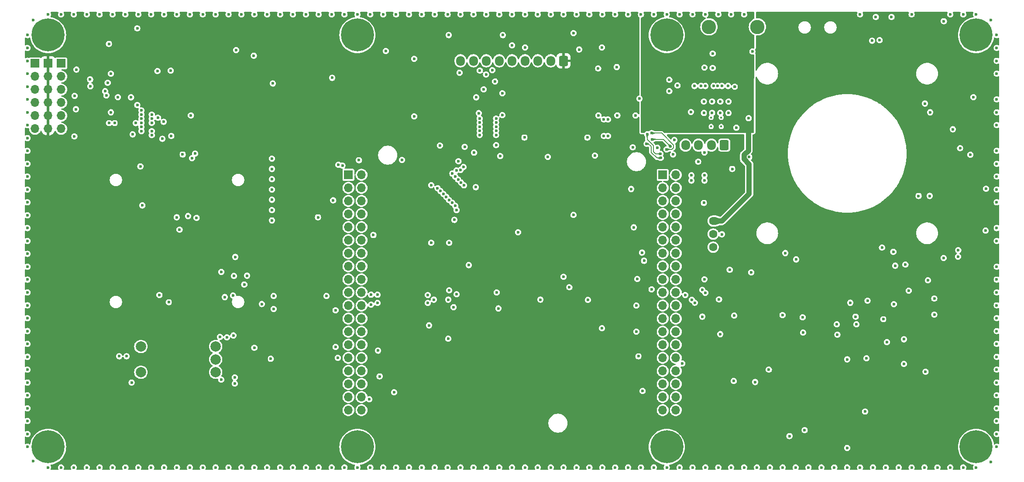
<source format=gbr>
%TF.GenerationSoftware,KiCad,Pcbnew,8.0.4-8.0.4-0~ubuntu22.04.1*%
%TF.CreationDate,2024-08-26T08:57:22+02:00*%
%TF.ProjectId,uC_TP_Boussole_mb,75435f54-505f-4426-9f75-73736f6c655f,rev?*%
%TF.SameCoordinates,Original*%
%TF.FileFunction,Copper,L2,Inr*%
%TF.FilePolarity,Positive*%
%FSLAX46Y46*%
G04 Gerber Fmt 4.6, Leading zero omitted, Abs format (unit mm)*
G04 Created by KiCad (PCBNEW 8.0.4-8.0.4-0~ubuntu22.04.1) date 2024-08-26 08:57:22*
%MOMM*%
%LPD*%
G01*
G04 APERTURE LIST*
G04 Aperture macros list*
%AMRoundRect*
0 Rectangle with rounded corners*
0 $1 Rounding radius*
0 $2 $3 $4 $5 $6 $7 $8 $9 X,Y pos of 4 corners*
0 Add a 4 corners polygon primitive as box body*
4,1,4,$2,$3,$4,$5,$6,$7,$8,$9,$2,$3,0*
0 Add four circle primitives for the rounded corners*
1,1,$1+$1,$2,$3*
1,1,$1+$1,$4,$5*
1,1,$1+$1,$6,$7*
1,1,$1+$1,$8,$9*
0 Add four rect primitives between the rounded corners*
20,1,$1+$1,$2,$3,$4,$5,0*
20,1,$1+$1,$4,$5,$6,$7,0*
20,1,$1+$1,$6,$7,$8,$9,0*
20,1,$1+$1,$8,$9,$2,$3,0*%
G04 Aperture macros list end*
%TA.AperFunction,ComponentPad*%
%ADD10C,6.400000*%
%TD*%
%TA.AperFunction,ComponentPad*%
%ADD11RoundRect,0.250000X0.600000X0.725000X-0.600000X0.725000X-0.600000X-0.725000X0.600000X-0.725000X0*%
%TD*%
%TA.AperFunction,ComponentPad*%
%ADD12O,1.700000X1.950000*%
%TD*%
%TA.AperFunction,ComponentPad*%
%ADD13R,1.700000X1.700000*%
%TD*%
%TA.AperFunction,ComponentPad*%
%ADD14O,1.700000X1.700000*%
%TD*%
%TA.AperFunction,ComponentPad*%
%ADD15C,2.775000*%
%TD*%
%TA.AperFunction,ComponentPad*%
%ADD16C,2.000000*%
%TD*%
%TA.AperFunction,ComponentPad*%
%ADD17C,1.600000*%
%TD*%
%TA.AperFunction,HeatsinkPad*%
%ADD18C,0.600000*%
%TD*%
%TA.AperFunction,ViaPad*%
%ADD19C,0.600000*%
%TD*%
%TA.AperFunction,ViaPad*%
%ADD20C,0.400000*%
%TD*%
%TA.AperFunction,Conductor*%
%ADD21C,1.000000*%
%TD*%
%TA.AperFunction,Conductor*%
%ADD22C,0.200000*%
%TD*%
G04 APERTURE END LIST*
D10*
%TO.N,GND*%
%TO.C,H105*%
X235000000Y-135000000D03*
%TD*%
%TO.N,GND*%
%TO.C,H102*%
X115000000Y-55000000D03*
%TD*%
D11*
%TO.N,+3.3V*%
%TO.C,J701*%
X155000000Y-60000000D03*
D12*
%TO.N,GND*%
X152500000Y-60000000D03*
%TO.N,/Magnetometre_BMM150_SEN0419/SPI_CLK*%
X150000000Y-60000000D03*
%TO.N,/Magnetometre_BMM150_SEN0419/SPI_MOSI*%
X147500000Y-60000000D03*
%TO.N,/Magnetometre_BMM150_SEN0419/SPI_MISO*%
X145000000Y-60000000D03*
%TO.N,/Magnetometre_BMM150_SEN0419/SPI_CS*%
X142500000Y-60000000D03*
%TO.N,GND*%
X140000000Y-60000000D03*
%TO.N,/Magnetometre_BMM150_SEN0419/STATUS*%
X137500000Y-60000000D03*
%TO.N,/Magnetometre_BMM150_SEN0419/INT*%
X135000000Y-60000000D03*
%TD*%
D13*
%TO.N,+3.3V*%
%TO.C,J502*%
X55000000Y-60500000D03*
D14*
X55000000Y-63040000D03*
X55000000Y-65580000D03*
X55000000Y-68120000D03*
X55000000Y-70660000D03*
X55000000Y-73200000D03*
%TD*%
D10*
%TO.N,GND*%
%TO.C,H104*%
X235000000Y-55000000D03*
%TD*%
D15*
%TO.N,Net-(SW401-A)*%
%TO.C,SW401*%
X192600000Y-53400000D03*
%TO.N,+12V*%
X187900000Y-53400000D03*
%TO.N,Net-(SW401-C)*%
X183200000Y-53400000D03*
%TD*%
D16*
%TO.N,/Rotary_Encodeur/A*%
%TO.C,SW901*%
X87500000Y-120500000D03*
%TO.N,/Rotary_Encodeur/B*%
X87500000Y-115500000D03*
%TO.N,GND*%
X87500000Y-118000000D03*
%TO.N,/Rotary_Encodeur/S*%
X73000000Y-120500000D03*
%TO.N,GND*%
X73000000Y-115500000D03*
%TD*%
D10*
%TO.N,GND*%
%TO.C,H103*%
X175000000Y-55000000D03*
%TD*%
D17*
%TO.N,+12V*%
%TO.C,U401*%
X184000000Y-91120000D03*
%TO.N,GND*%
X184000000Y-93660000D03*
%TO.N,+5V*%
X184000000Y-96200000D03*
%TD*%
D10*
%TO.N,GND*%
%TO.C,H101*%
X55000000Y-55000000D03*
%TD*%
D13*
%TO.N,/NUCLEO_L476RG/PC10*%
%TO.C,U501*%
X113250000Y-82140000D03*
D14*
%TO.N,/NUCLEO_L476RG/PC11*%
X115790000Y-82140000D03*
%TO.N,/NUCLEO_L476RG/PC12*%
X113250000Y-84680000D03*
%TO.N,/NUCLEO_L476RG/PD2*%
X115790000Y-84680000D03*
%TO.N,unconnected-(U501A-VDD-Pad105)*%
X113250000Y-87220000D03*
%TO.N,/Current_NCS199A3RSQT2G/Load*%
X115790000Y-87220000D03*
%TO.N,unconnected-(U501A-BOOT0-Pad107)*%
X113250000Y-89760000D03*
%TO.N,GND*%
X115790000Y-89760000D03*
%TO.N,unconnected-(U501B-NC-Pad109)*%
X113250000Y-92300000D03*
%TO.N,unconnected-(U501B-NC-Pad110)*%
X115790000Y-92300000D03*
%TO.N,unconnected-(U501B-NC-Pad111)*%
X113250000Y-94840000D03*
%TO.N,unconnected-(U501A-IOREF-Pad112)*%
X115790000Y-94840000D03*
%TO.N,unconnected-(U501B-PA13-Pad113)*%
X113250000Y-97380000D03*
%TO.N,unconnected-(U501A-RESET-Pad114)*%
X115790000Y-97380000D03*
%TO.N,unconnected-(U501B-PA14-Pad115)*%
X113250000Y-99920000D03*
%TO.N,unconnected-(U501A-+3V3-Pad116)*%
X115790000Y-99920000D03*
%TO.N,/NUCLEO_L476RG/ENC_BTN*%
X113250000Y-102460000D03*
%TO.N,unconnected-(U501A-+5V-Pad118)*%
X115790000Y-102460000D03*
%TO.N,GND*%
X113250000Y-105000000D03*
X115790000Y-105000000D03*
%TO.N,/NUCLEO_L476RG/I2C1_SDA*%
X113250000Y-107540000D03*
%TO.N,GND*%
X115790000Y-107540000D03*
%TO.N,unconnected-(U501B-PC13-Pad123)*%
X113250000Y-110080000D03*
%TO.N,unconnected-(U501A-VIN-Pad124)*%
X115790000Y-110080000D03*
%TO.N,unconnected-(U501B-PC14-Pad125)*%
X113250000Y-112620000D03*
%TO.N,unconnected-(U501B-NC-Pad126)*%
X115790000Y-112620000D03*
%TO.N,unconnected-(U501B-PC15-Pad127)*%
X113250000Y-115160000D03*
%TO.N,/NUCLEO_L476RG/TIM2_CH1_ENC_A*%
X115790000Y-115160000D03*
%TO.N,unconnected-(U501B-PH0-Pad129)*%
X113250000Y-117700000D03*
%TO.N,/NUCLEO_L476RG/TIM2_CH2_ENC_B*%
X115790000Y-117700000D03*
%TO.N,unconnected-(U501B-PH1-Pad131)*%
X113250000Y-120240000D03*
%TO.N,/Current_NCS199A3RSQT2G/Imes*%
X115790000Y-120240000D03*
%TO.N,unconnected-(U501A-VBAT-Pad133)*%
X113250000Y-122780000D03*
%TO.N,/Magnetometre_BMM150_SEN0419/INT*%
X115790000Y-122780000D03*
%TO.N,/Magnetometre_BMM150_SEN0419/SPI_MISO*%
X113250000Y-125320000D03*
%TO.N,/Magnetometre_BMM150_SEN0419/STATUS*%
X115790000Y-125320000D03*
%TO.N,/Magnetometre_BMM150_SEN0419/SPI_MOSI*%
X113250000Y-127860000D03*
%TO.N,/Magnetometre_BMM150_SEN0419/SPI_CS*%
X115790000Y-127860000D03*
D13*
%TO.N,/NUCLEO_L476RG/BTN_RIGHT*%
X174210000Y-82150000D03*
D14*
%TO.N,/NUCLEO_L476RG/BTN_TOP*%
X176750000Y-82150000D03*
%TO.N,/NUCLEO_L476RG/PB8*%
X174210000Y-84680000D03*
%TO.N,/NUCLEO_L476RG/BTN_LEFT*%
X176750000Y-84680000D03*
%TO.N,/NUCLEO_L476RG/PB9*%
X174210000Y-87220000D03*
%TO.N,/NUCLEO_L476RG/BTN_CENTER*%
X176750000Y-87220000D03*
%TO.N,unconnected-(U501A-AVDD-Pad207)*%
X174210000Y-89760000D03*
%TO.N,unconnected-(U501A-U5V-Pad208)*%
X176750000Y-89760000D03*
%TO.N,GND*%
X174210000Y-92300000D03*
%TO.N,unconnected-(U501B-NC-Pad210)*%
X176750000Y-92300000D03*
%TO.N,unconnected-(U501B-PA5-Pad211)*%
X174210000Y-94840000D03*
%TO.N,/NUCLEO_L476RG/STEPPER_ENN*%
X176750000Y-94840000D03*
%TO.N,/NUCLEO_L476RG/TIM3_CH1_STEPPER_PWM*%
X174210000Y-97380000D03*
%TO.N,/NUCLEO_L476RG/STEPPER_MS1*%
X176750000Y-97380000D03*
%TO.N,/NUCLEO_L476RG/STEPPER_DIR*%
X174210000Y-99920000D03*
%TO.N,/NUCLEO_L476RG/STEPPER_MS2*%
X176750000Y-99920000D03*
%TO.N,/NUCLEO_L476RG/I2C1_SCL*%
X174210000Y-102460000D03*
%TO.N,/NUCLEO_L476RG/BTN_BOT*%
X176750000Y-102460000D03*
%TO.N,/NUCLEO_L476RG/LED_0*%
X174210000Y-105000000D03*
%TO.N,GND*%
X176750000Y-105000000D03*
%TO.N,/GPS_TEL0094_STM32C011J4M6/NUCLEO_TX*%
X174210000Y-107540000D03*
%TO.N,/NUCLEO_L476RG/LED_1*%
X176750000Y-107540000D03*
%TO.N,/NUCLEO_L476RG/LED_2*%
X174210000Y-110080000D03*
%TO.N,/NUCLEO_L476RG/LED_3*%
X176750000Y-110080000D03*
%TO.N,/Magnetometre_BMM150_SEN0419/SPI_CLK*%
X174210000Y-112620000D03*
%TO.N,/NUCLEO_L476RG/LED_4*%
X176750000Y-112620000D03*
%TO.N,/NUCLEO_L476RG/LED_5*%
X174210000Y-115160000D03*
%TO.N,/NUCLEO_L476RG/LED_6*%
X176750000Y-115160000D03*
%TO.N,/NUCLEO_L476RG/LED_7*%
X174210000Y-117700000D03*
%TO.N,unconnected-(U501B-PB13-Pad230)*%
X176750000Y-117700000D03*
%TO.N,unconnected-(U501B-PB3-Pad231)*%
X174210000Y-120240000D03*
%TO.N,GND*%
X176750000Y-120240000D03*
%TO.N,/GPS_TEL0094_STM32C011J4M6/NUCLEO_RX*%
X174210000Y-122780000D03*
%TO.N,unconnected-(U501B-PC4-Pad234)*%
X176750000Y-122780000D03*
%TO.N,unconnected-(U501B-PA2-Pad235)*%
X174210000Y-125320000D03*
%TO.N,unconnected-(U501B-NC-Pad236)*%
X176750000Y-125320000D03*
%TO.N,unconnected-(U501B-PA3-Pad237)*%
X174210000Y-127860000D03*
%TO.N,unconnected-(U501B-NC-Pad238)*%
X176750000Y-127860000D03*
%TD*%
D10*
%TO.N,GND*%
%TO.C,H107*%
X115000000Y-135000000D03*
%TD*%
D13*
%TO.N,GND*%
%TO.C,J501*%
X52460000Y-60500000D03*
D14*
X52460000Y-63040000D03*
X52460000Y-65580000D03*
X52460000Y-68120000D03*
X52460000Y-70660000D03*
X52460000Y-73200000D03*
%TD*%
D13*
%TO.N,/NUCLEO_L476RG/PC10*%
%TO.C,J503*%
X57540000Y-60500000D03*
D14*
%TO.N,/NUCLEO_L476RG/PC11*%
X57540000Y-63040000D03*
%TO.N,/NUCLEO_L476RG/PC12*%
X57540000Y-65580000D03*
%TO.N,/NUCLEO_L476RG/PB8*%
X57540000Y-68120000D03*
%TO.N,/NUCLEO_L476RG/PB9*%
X57540000Y-70660000D03*
%TO.N,/NUCLEO_L476RG/PD2*%
X57540000Y-73200000D03*
%TD*%
D10*
%TO.N,GND*%
%TO.C,H108*%
X55000000Y-135000000D03*
%TD*%
D18*
%TO.N,GND*%
%TO.C,U201*%
X182200000Y-70150000D03*
X183800000Y-70150000D03*
X185400000Y-70150000D03*
X187000000Y-70150000D03*
X182200000Y-67900000D03*
X183800000Y-67900000D03*
X185400000Y-67900000D03*
X187000000Y-67900000D03*
%TD*%
D10*
%TO.N,GND*%
%TO.C,H106*%
X175000000Y-135000000D03*
%TD*%
D11*
%TO.N,/TMC2225_Driver/B2*%
%TO.C,J201*%
X186150000Y-76375000D03*
D12*
%TO.N,/TMC2225_Driver/B1*%
X183650000Y-76375000D03*
%TO.N,/TMC2225_Driver/A1*%
X181150000Y-76375000D03*
%TO.N,/TMC2225_Driver/A2*%
X178650000Y-76375000D03*
%TD*%
D19*
%TO.N,+12V*%
X189500000Y-58400000D03*
X171900000Y-68700000D03*
X171900000Y-63700000D03*
X170300000Y-69800000D03*
X177250000Y-71400000D03*
X214850000Y-56100000D03*
X182294667Y-70950002D03*
X186925000Y-72910025D03*
X171900000Y-65900000D03*
X186874421Y-70950000D03*
X181937882Y-73210646D03*
X171900000Y-70900000D03*
X170300000Y-64800000D03*
%TO.N,GND*%
X51000000Y-62500000D03*
X51000000Y-90000000D03*
X177500000Y-51000000D03*
X157500000Y-51000000D03*
X226900000Y-106200000D03*
X172500000Y-139000000D03*
X88600000Y-101000000D03*
X51000000Y-87500000D03*
X151950000Y-78650000D03*
X234500000Y-67050000D03*
X87500000Y-139000000D03*
X236950000Y-84850000D03*
X66550000Y-64250000D03*
X125000000Y-51000000D03*
X127500000Y-139000000D03*
X190000000Y-139000000D03*
X70000000Y-139000000D03*
X180400000Y-64900000D03*
X213450000Y-128150000D03*
X115300000Y-79300000D03*
X142700000Y-78500000D03*
X130000000Y-51000000D03*
X147400000Y-74900000D03*
X217000000Y-110200000D03*
X158000000Y-57800000D03*
X117500000Y-139000000D03*
X162500000Y-139000000D03*
X219050000Y-107275000D03*
X51000000Y-92500000D03*
X233900000Y-78250000D03*
X212500000Y-139000000D03*
X85000000Y-139000000D03*
X73300000Y-88100000D03*
X51000000Y-85000000D03*
X212500000Y-51000000D03*
X102500000Y-51000000D03*
X218950000Y-97100000D03*
X125000000Y-139000000D03*
X133800000Y-90900000D03*
X239000000Y-60000000D03*
X77150000Y-75150000D03*
X80000000Y-139000000D03*
X75000000Y-139000000D03*
X126000000Y-70800000D03*
X232500000Y-51000000D03*
X230000000Y-51000000D03*
X165000000Y-139000000D03*
X237900000Y-137900000D03*
X202500000Y-139000000D03*
X51000000Y-70000000D03*
X70000000Y-51000000D03*
X230500000Y-73300000D03*
X98412500Y-83000000D03*
X155000000Y-51000000D03*
X67900000Y-72100000D03*
X143100000Y-70550000D03*
X235000000Y-51000000D03*
X239000000Y-92500000D03*
X51000000Y-72500000D03*
X51000000Y-60000000D03*
X165000000Y-51000000D03*
X71200000Y-122500000D03*
X128650000Y-105500000D03*
X145000000Y-139000000D03*
X187700000Y-81000000D03*
X226000000Y-86250000D03*
X142500000Y-51000000D03*
X176238000Y-78194000D03*
X175000000Y-51000000D03*
X132500000Y-51000000D03*
X145000000Y-51000000D03*
X115000000Y-139000000D03*
X98750000Y-108200000D03*
X78900000Y-74600000D03*
X159600000Y-74900000D03*
X239000000Y-87500000D03*
X210000000Y-135200000D03*
X75000000Y-51000000D03*
X200000000Y-139000000D03*
X239000000Y-117500000D03*
X225200000Y-120400000D03*
X95000000Y-115750000D03*
X185378197Y-113096692D03*
X135000000Y-51000000D03*
X198800000Y-132900000D03*
X65000000Y-139000000D03*
X226900000Y-109300000D03*
X142350000Y-108100000D03*
X91450000Y-57900000D03*
X60000000Y-139000000D03*
X161700000Y-61500000D03*
X77500000Y-139000000D03*
X98750000Y-105700000D03*
X175500000Y-65900000D03*
X169100000Y-112600000D03*
X210600000Y-107000000D03*
X137650000Y-77850000D03*
X70200000Y-117400000D03*
X159700000Y-106450000D03*
X51000000Y-97500000D03*
X239000000Y-57500000D03*
X222500000Y-139000000D03*
X239000000Y-110000000D03*
X51000000Y-65000000D03*
X98412500Y-91000000D03*
X90000000Y-51000000D03*
X182500000Y-139000000D03*
X55000000Y-139000000D03*
X162450000Y-111950000D03*
X239000000Y-122500000D03*
X239000000Y-72500000D03*
X221300000Y-99600000D03*
X140000000Y-139000000D03*
X128900000Y-111400000D03*
X51000000Y-105000000D03*
X197450000Y-109400000D03*
X201450000Y-112800000D03*
X98600000Y-64400000D03*
X112500000Y-139000000D03*
X141150000Y-61800000D03*
X178000000Y-118800000D03*
X221000000Y-114100000D03*
X72000000Y-72100000D03*
X107350000Y-90400000D03*
X195000000Y-139000000D03*
X160000000Y-139000000D03*
X98412500Y-87000000D03*
X188100000Y-109500000D03*
X182334000Y-83274000D03*
X97500000Y-51000000D03*
X215550000Y-51500000D03*
X71400000Y-74300000D03*
X167500000Y-51000000D03*
X239000000Y-55000000D03*
X239000000Y-95000000D03*
X117500000Y-51000000D03*
X120000000Y-139000000D03*
X227500000Y-139000000D03*
X51000000Y-127500000D03*
X187500000Y-51000000D03*
X235000000Y-139000000D03*
X191400000Y-101100000D03*
X201750000Y-131750000D03*
X120500000Y-58100000D03*
X51000000Y-130000000D03*
X77500000Y-51000000D03*
X205000000Y-139000000D03*
X137500000Y-139000000D03*
X215000000Y-139000000D03*
X187200000Y-100600000D03*
X168100000Y-84900000D03*
X93050735Y-103449265D03*
X51000000Y-120000000D03*
X60150000Y-66800000D03*
X132600000Y-114000000D03*
X213950000Y-106600000D03*
X165300000Y-61200000D03*
X169100000Y-107550000D03*
X135000000Y-139000000D03*
X90875000Y-105600000D03*
X157500000Y-139000000D03*
X239000000Y-82500000D03*
X67200000Y-70000000D03*
X177100000Y-64800000D03*
X97500000Y-139000000D03*
X72900000Y-80500000D03*
X110000000Y-51000000D03*
X118100000Y-93850000D03*
X66800000Y-72100000D03*
X147500000Y-139000000D03*
X132500000Y-139000000D03*
X98412500Y-79000000D03*
X57500000Y-139000000D03*
X188500000Y-73000000D03*
X51000000Y-95000000D03*
X80500000Y-92800000D03*
X192500000Y-139000000D03*
X169500000Y-117400000D03*
X130000000Y-139000000D03*
X100000000Y-139000000D03*
X51000000Y-67500000D03*
X192150000Y-122400000D03*
X239000000Y-125000000D03*
X90000000Y-139000000D03*
X110000000Y-139000000D03*
X105000000Y-139000000D03*
X82700000Y-70600000D03*
X76600000Y-105500000D03*
X51000000Y-102500000D03*
X82500000Y-51000000D03*
X67500000Y-139000000D03*
X223850000Y-86250000D03*
X228750000Y-52300000D03*
X136600000Y-99700000D03*
X107500000Y-51000000D03*
X168600000Y-92350000D03*
X134600000Y-79500000D03*
X150000000Y-51000000D03*
X132700000Y-55000000D03*
X68550000Y-67050000D03*
X155000000Y-139000000D03*
X185700000Y-93700000D03*
X239000000Y-85000000D03*
X51000000Y-57500000D03*
X81100000Y-78200000D03*
X198000000Y-97350000D03*
X110750000Y-108450000D03*
X226100000Y-70000000D03*
X72500000Y-139000000D03*
X67200000Y-62500000D03*
X67500000Y-51000000D03*
X72300000Y-53700000D03*
X72300000Y-68600000D03*
X188000000Y-122200000D03*
X156900000Y-54600000D03*
X88340000Y-113640000D03*
X167500000Y-139000000D03*
X72500000Y-51000000D03*
X129300000Y-95350000D03*
X98200000Y-117900000D03*
X55000000Y-51000000D03*
X179794000Y-82258000D03*
X217700000Y-114650000D03*
X185000000Y-139000000D03*
X185150000Y-106350000D03*
X211650000Y-109700000D03*
X140000000Y-51000000D03*
X98412500Y-81000000D03*
X131000000Y-76450000D03*
X168950000Y-70600000D03*
X156900000Y-89950000D03*
X239000000Y-70000000D03*
X134800000Y-62300000D03*
X239000000Y-77500000D03*
X181900000Y-109700000D03*
X115000000Y-51000000D03*
X109000000Y-105700000D03*
X239000000Y-127500000D03*
X143100000Y-66300000D03*
X78400000Y-106900000D03*
X51000000Y-115000000D03*
X182300000Y-61300000D03*
X177500000Y-139000000D03*
X239000000Y-107500000D03*
X110750000Y-115600000D03*
X134250000Y-105350000D03*
X239000000Y-80000000D03*
X180000000Y-51000000D03*
X60000000Y-51000000D03*
X182300000Y-102450000D03*
X118900000Y-105450000D03*
X228700000Y-98300000D03*
X194800000Y-120000000D03*
X187500000Y-139000000D03*
X98412500Y-89000000D03*
X200100000Y-98600000D03*
X107500000Y-139000000D03*
X92500000Y-139000000D03*
X51000000Y-100000000D03*
X162400000Y-57400000D03*
X162500000Y-51000000D03*
X66800000Y-56700000D03*
X52100000Y-52100000D03*
X210000000Y-139000000D03*
X207500000Y-139000000D03*
X87500000Y-51000000D03*
X82500000Y-139000000D03*
X161050000Y-78400000D03*
X120000000Y-51000000D03*
X190000000Y-51000000D03*
X135800000Y-76700000D03*
X85000000Y-51000000D03*
X185000000Y-51000000D03*
X197500000Y-139000000D03*
X112500000Y-51000000D03*
X213750000Y-117800000D03*
X239000000Y-130000000D03*
X83800000Y-90500000D03*
X143200000Y-55000000D03*
X217500000Y-139000000D03*
X133650000Y-107850000D03*
X225000000Y-139000000D03*
X239000000Y-135000000D03*
X232500000Y-139000000D03*
X170000000Y-51000000D03*
X239000000Y-100000000D03*
X122500000Y-51000000D03*
X62500000Y-139000000D03*
X126000000Y-59600000D03*
X95000000Y-139000000D03*
X62500000Y-51000000D03*
X128650000Y-107050000D03*
X176492000Y-75400000D03*
X147500000Y-51000000D03*
X65000000Y-51000000D03*
X175500000Y-63700000D03*
X51000000Y-110000000D03*
X155000000Y-101950000D03*
X119300000Y-121300000D03*
X221000000Y-118900000D03*
X170000000Y-139000000D03*
X210000000Y-118000000D03*
X239000000Y-67500000D03*
X138050000Y-67100000D03*
X51000000Y-82500000D03*
X150000000Y-139000000D03*
X160000000Y-51000000D03*
X51000000Y-55000000D03*
X122500000Y-139000000D03*
X132800000Y-104600000D03*
X182300000Y-77800000D03*
X152500000Y-139000000D03*
X119000000Y-116300000D03*
X239000000Y-102500000D03*
X51000000Y-122500000D03*
X88570000Y-121940000D03*
X51000000Y-117500000D03*
X110100000Y-63300000D03*
X230000000Y-139000000D03*
X51000000Y-135000000D03*
X137950000Y-84550000D03*
X51000000Y-77500000D03*
X96450000Y-107250000D03*
X92500000Y-51000000D03*
X51000000Y-107500000D03*
X142500000Y-139000000D03*
X118900000Y-107050000D03*
X51000000Y-75000000D03*
X142000000Y-105000000D03*
X239000000Y-115000000D03*
X100000000Y-51000000D03*
X60500000Y-61700000D03*
X146150000Y-93300000D03*
X220000000Y-139000000D03*
X123650000Y-79250000D03*
X165422268Y-70592708D03*
X216750000Y-96300000D03*
X180000000Y-139000000D03*
X129300000Y-84150000D03*
X175000000Y-139000000D03*
X51000000Y-80000000D03*
X80000000Y-51000000D03*
X218600000Y-51500000D03*
X57500000Y-51000000D03*
X68800000Y-117400000D03*
X239000000Y-120000000D03*
X122100000Y-124400000D03*
X182500000Y-51000000D03*
X94900000Y-59000000D03*
X183900000Y-61400000D03*
X170326722Y-124154919D03*
X201351190Y-109820181D03*
X111200000Y-117700000D03*
X208100000Y-113200000D03*
X51000000Y-112500000D03*
X191607805Y-58199420D03*
X51000000Y-125000000D03*
X179794000Y-83274000D03*
X138750000Y-61900000D03*
X137500000Y-51000000D03*
X178600000Y-105500000D03*
X152500000Y-51000000D03*
X91050000Y-101800000D03*
X138540147Y-70169421D03*
X52100000Y-137800000D03*
X98412500Y-85000000D03*
X91300000Y-98100000D03*
X239000000Y-62500000D03*
X182334000Y-82258000D03*
X105000000Y-51000000D03*
X222500000Y-51000000D03*
X236850000Y-93000000D03*
X60400000Y-69400000D03*
X132800000Y-95350000D03*
X169720000Y-67350000D03*
X141700000Y-64000000D03*
X239000000Y-132500000D03*
X90950000Y-113350000D03*
X219325000Y-99800000D03*
X51000000Y-132500000D03*
X169300000Y-102400000D03*
X239000000Y-105000000D03*
X102500000Y-139000000D03*
X127500000Y-51000000D03*
X60100000Y-74700000D03*
X172500000Y-51000000D03*
X161750000Y-70600000D03*
X237900000Y-52100000D03*
X239000000Y-112500000D03*
X225100000Y-68300000D03*
X183900000Y-58600000D03*
X95000000Y-51000000D03*
X231900000Y-77000000D03*
%TO.N,+3.3V*%
X218800000Y-115500000D03*
X98600000Y-59300000D03*
X83400000Y-86300000D03*
X91100000Y-118000000D03*
X78000000Y-78900000D03*
X187850000Y-85950000D03*
X182950000Y-85950000D03*
X203800000Y-115500000D03*
X91200000Y-119500000D03*
X223800000Y-99650000D03*
X188192041Y-65029539D03*
X203700000Y-130500000D03*
X228800000Y-91850000D03*
X232700000Y-70300000D03*
X91100000Y-116500000D03*
X70180000Y-118700000D03*
X203700000Y-100500000D03*
X188700000Y-115500000D03*
X77800000Y-86300000D03*
X185400000Y-78150000D03*
X109700000Y-89500000D03*
X219300000Y-56000000D03*
X218560000Y-101550000D03*
%TO.N,/GPS_TEL0094_STM32C011J4M6/STM32C0_BTN*%
X221925000Y-104650000D03*
X225660000Y-102640000D03*
%TO.N,/GPS_TEL0094_STM32C011J4M6/STM32C0_NRST*%
X133370514Y-87569042D03*
X231500002Y-98050000D03*
X231550000Y-96810000D03*
X134203333Y-81300000D03*
%TO.N,+5V*%
X181100000Y-79600000D03*
X216300000Y-56000000D03*
X182200000Y-87600000D03*
X110300000Y-87100000D03*
%TO.N,/NUCLEO_L476RG/TIM2_CH1_ENC_A*%
X91200000Y-121500000D03*
X89680343Y-113726383D03*
X91200000Y-122710000D03*
%TO.N,/GPS_TEL0094_STM32C011J4M6/STM32C0_SWDIO*%
X134995742Y-81190046D03*
X133970514Y-88169040D03*
%TO.N,/GPS_TEL0094_STM32C011J4M6/STM32C0_SWCLK*%
X135561428Y-80624359D03*
X134232190Y-88996405D03*
%TO.N,/Magnetometre_BMM150_SEN0419/INT*%
X133422627Y-81915671D03*
X130544360Y-84742890D03*
%TO.N,/Magnetometre_BMM150_SEN0419/STATUS*%
X131110048Y-85308578D03*
X139950000Y-62650000D03*
X139500000Y-65550000D03*
X133963479Y-82505147D03*
%TO.N,/Magnetometre_BMM150_SEN0419/SPI_CS*%
X134529166Y-83070834D03*
X117300000Y-125750000D03*
X131675735Y-85874265D03*
%TO.N,/Magnetometre_BMM150_SEN0419/SPI_MISO*%
X145000000Y-57000000D03*
X132240443Y-86440930D03*
X135094853Y-83636522D03*
%TO.N,/Magnetometre_BMM150_SEN0419/SPI_MOSI*%
X135660541Y-84202208D03*
X132756371Y-87056371D03*
X147500000Y-57400000D03*
%TO.N,/Magnetometre_BMM150_SEN0419/SPI_CLK*%
X172050000Y-104400000D03*
%TO.N,/NUCLEO_L476RG/I2C1_SDA*%
X76200000Y-62000000D03*
X82900000Y-78900000D03*
%TO.N,/NUCLEO_L476RG/I2C1_SCL*%
X132600000Y-106400000D03*
X129800000Y-106400000D03*
X156112009Y-104000000D03*
X150502208Y-106397794D03*
X83500000Y-78028272D03*
X78800000Y-61900000D03*
D20*
%TO.N,Net-(U201-BRA)*%
X183624547Y-71006454D03*
X183625367Y-72768740D03*
D19*
X179680000Y-69940000D03*
D20*
%TO.N,Net-(U201-BRB)*%
X185575537Y-71006640D03*
X185574582Y-72768624D03*
D19*
X190900000Y-71160000D03*
%TO.N,Net-(U201-DIAG)*%
X191000000Y-78700000D03*
X186900000Y-64900000D03*
%TO.N,/GPS_TEL0094_STM32C011J4M6/NUCLEO_TX*%
X179870735Y-106429265D03*
X162800000Y-71400000D03*
X170600000Y-98850000D03*
X181913137Y-104511863D03*
X162799997Y-74600000D03*
%TO.N,/GPS_TEL0094_STM32C011J4M6/NUCLEO_RX*%
X170200000Y-97254158D03*
X182478824Y-105077550D03*
X163600000Y-74600000D03*
X163600003Y-71400000D03*
X180436422Y-106994952D03*
%TO.N,/NUCLEO_L476RG/TIM3_CH1_STEPPER_PWM*%
X138700000Y-74400000D03*
X171100000Y-76100000D03*
X141900000Y-74400000D03*
X184099994Y-64900000D03*
X173835552Y-78862657D03*
%TO.N,/NUCLEO_L476RG/PC10*%
X73100000Y-69649985D03*
X77400000Y-71849988D03*
%TO.N,/NUCLEO_L476RG/PC12*%
X66300000Y-66700000D03*
X75100000Y-72049994D03*
X73100000Y-72049994D03*
X63200000Y-64925000D03*
%TO.N,/Current_NCS199A3RSQT2G/Imes*%
X75100000Y-74450003D03*
X117650000Y-107350000D03*
X117650000Y-105450000D03*
X71100000Y-67100000D03*
%TO.N,/NUCLEO_L476RG/PB8*%
X168400000Y-76800000D03*
X73100000Y-70449988D03*
X111307107Y-80207107D03*
X141900000Y-76400000D03*
X75100000Y-70449988D03*
%TO.N,/NUCLEO_L476RG/PD2*%
X73100000Y-73650000D03*
X75100000Y-73650000D03*
%TO.N,/NUCLEO_L476RG/PB9*%
X112094244Y-80350000D03*
X73100000Y-72849997D03*
X76300000Y-71049988D03*
%TO.N,/NUCLEO_L476RG/PC11*%
X63150000Y-63625000D03*
X73100000Y-71249991D03*
X66050000Y-65900000D03*
X75100000Y-71249991D03*
%TO.N,/NUCLEO_L476RG/STEPPER_ENN*%
X172094280Y-74050000D03*
X174982843Y-77200000D03*
X141900000Y-71199997D03*
X138700000Y-71199988D03*
X184899997Y-64900000D03*
%TO.N,/NUCLEO_L476RG/STEPPER_MS2*%
X138700000Y-72799994D03*
X181650000Y-64850000D03*
X141900000Y-72800000D03*
X173200000Y-76900000D03*
%TO.N,/NUCLEO_L476RG/STEPPER_MS1*%
X171224265Y-74250000D03*
X141900000Y-72000000D03*
X173782843Y-78064392D03*
X182500000Y-64900000D03*
X138700000Y-71999991D03*
%TO.N,/NUCLEO_L476RG/STEPPER_DIR*%
X185700000Y-64900000D03*
X138700000Y-73599997D03*
X172201470Y-75250000D03*
X175700000Y-76600000D03*
X141900000Y-73600000D03*
%TO.N,/NUCLEO_L476RG/ENC_BTN*%
X79950000Y-90400000D03*
X82150000Y-90150000D03*
X93607108Y-101742892D03*
X89275000Y-105900000D03*
%TO.N,/NUCLEO_L476RG/BTN_RIGHT*%
X208000000Y-111200000D03*
X211800000Y-111200000D03*
%TD*%
D21*
%TO.N,+12V*%
X190000000Y-79114214D02*
X190000000Y-78285786D01*
X185710000Y-91120000D02*
X191000000Y-85830000D01*
X191000000Y-85830000D02*
X191000000Y-80114214D01*
X190000000Y-78285786D02*
X190840000Y-77445786D01*
X184000000Y-91120000D02*
X185710000Y-91120000D01*
X191000000Y-80114214D02*
X190000000Y-79114214D01*
X190840000Y-77445786D02*
X190840000Y-73290000D01*
D22*
%TO.N,/NUCLEO_L476RG/TIM3_CH1_STEPPER_PWM*%
X171434314Y-76100000D02*
X172000000Y-76665686D01*
X171100000Y-76100000D02*
X171434314Y-76100000D01*
X172000000Y-76665686D02*
X172000000Y-77800000D01*
X172000000Y-77800000D02*
X173062657Y-78862657D01*
X173062657Y-78862657D02*
X173835552Y-78862657D01*
%TO.N,/NUCLEO_L476RG/STEPPER_ENN*%
X172094280Y-74050000D02*
X173998529Y-74050000D01*
X176300000Y-76900000D02*
X176000000Y-77200000D01*
X176000000Y-77200000D02*
X174982843Y-77200000D01*
X176300000Y-76351471D02*
X176300000Y-76900000D01*
X173998529Y-74050000D02*
X176300000Y-76351471D01*
%TO.N,/NUCLEO_L476RG/STEPPER_MS1*%
X172400000Y-77634314D02*
X172830078Y-78064392D01*
X171200000Y-75300000D02*
X172400000Y-76500000D01*
X171224265Y-74250000D02*
X171200000Y-74274265D01*
X171200000Y-74274265D02*
X171200000Y-75300000D01*
X172830078Y-78064392D02*
X173782843Y-78064392D01*
X172400000Y-76500000D02*
X172400000Y-77634314D01*
%TO.N,/NUCLEO_L476RG/STEPPER_DIR*%
X174342891Y-75242891D02*
X175700000Y-76600000D01*
X172208579Y-75242891D02*
X174342891Y-75242891D01*
X172201470Y-75250000D02*
X172208579Y-75242891D01*
%TD*%
%TA.AperFunction,Conductor*%
%TO.N,+12V*%
G36*
X171941957Y-50520185D02*
G01*
X171987712Y-50572989D01*
X171997656Y-50642147D01*
X171977858Y-50689154D01*
X171979528Y-50690119D01*
X171975465Y-50697156D01*
X171914956Y-50843237D01*
X171914955Y-50843239D01*
X171894318Y-50999998D01*
X171894318Y-51000001D01*
X171914955Y-51156760D01*
X171914956Y-51156762D01*
X171975464Y-51302841D01*
X172071718Y-51428282D01*
X172197159Y-51524536D01*
X172343238Y-51585044D01*
X172392178Y-51591487D01*
X172499999Y-51605682D01*
X172500000Y-51605682D01*
X172500001Y-51605682D01*
X172552254Y-51598802D01*
X172656762Y-51585044D01*
X172802841Y-51524536D01*
X172928282Y-51428282D01*
X173024536Y-51302841D01*
X173085044Y-51156762D01*
X173105682Y-51000000D01*
X173085044Y-50843238D01*
X173024536Y-50697159D01*
X173024534Y-50697156D01*
X173020472Y-50690119D01*
X173022448Y-50688977D01*
X173001511Y-50634807D01*
X173015555Y-50566363D01*
X173064373Y-50516377D01*
X173125082Y-50500500D01*
X174374918Y-50500500D01*
X174441957Y-50520185D01*
X174487712Y-50572989D01*
X174497656Y-50642147D01*
X174477858Y-50689154D01*
X174479528Y-50690119D01*
X174475465Y-50697156D01*
X174414956Y-50843237D01*
X174414955Y-50843239D01*
X174394318Y-50999998D01*
X174394318Y-51000001D01*
X174414955Y-51156760D01*
X174414956Y-51156762D01*
X174475464Y-51302842D01*
X174510118Y-51348003D01*
X174535313Y-51413172D01*
X174521275Y-51481617D01*
X174472461Y-51531607D01*
X174431141Y-51545963D01*
X174271211Y-51571294D01*
X174271209Y-51571294D01*
X173916793Y-51666260D01*
X173574260Y-51797746D01*
X173247343Y-51964320D01*
X172939635Y-52164147D01*
X172654498Y-52395047D01*
X172654490Y-52395054D01*
X172395054Y-52654490D01*
X172395047Y-52654498D01*
X172164147Y-52939635D01*
X171964320Y-53247343D01*
X171797746Y-53574260D01*
X171666260Y-53916793D01*
X171571294Y-54271209D01*
X171571294Y-54271211D01*
X171513898Y-54633594D01*
X171494696Y-54999999D01*
X171494696Y-55000000D01*
X171513898Y-55366405D01*
X171571294Y-55728788D01*
X171571294Y-55728790D01*
X171666260Y-56083206D01*
X171797746Y-56425739D01*
X171964320Y-56752656D01*
X172164147Y-57060364D01*
X172164149Y-57060366D01*
X172395051Y-57345506D01*
X172654494Y-57604949D01*
X172813311Y-57733557D01*
X172939635Y-57835852D01*
X173247343Y-58035679D01*
X173247348Y-58035682D01*
X173574264Y-58202255D01*
X173916801Y-58333742D01*
X174271206Y-58428705D01*
X174633596Y-58486102D01*
X174979734Y-58504241D01*
X174999999Y-58505304D01*
X175000000Y-58505304D01*
X175000001Y-58505304D01*
X175019203Y-58504297D01*
X175366404Y-58486102D01*
X175728794Y-58428705D01*
X176083199Y-58333742D01*
X176425736Y-58202255D01*
X176752652Y-58035682D01*
X177060366Y-57835851D01*
X177345506Y-57604949D01*
X177604949Y-57345506D01*
X177835851Y-57060366D01*
X178035682Y-56752652D01*
X178202255Y-56425736D01*
X178333742Y-56083199D01*
X178428705Y-55728794D01*
X178486102Y-55366404D01*
X178505304Y-55000000D01*
X178486102Y-54633596D01*
X178428705Y-54271206D01*
X178333742Y-53916801D01*
X178202255Y-53574264D01*
X178035682Y-53247348D01*
X177970978Y-53147712D01*
X177835852Y-52939635D01*
X177604952Y-52654498D01*
X177604949Y-52654494D01*
X177345506Y-52395051D01*
X177060366Y-52164149D01*
X177060364Y-52164147D01*
X176752656Y-51964320D01*
X176425739Y-51797746D01*
X176083206Y-51666260D01*
X176083199Y-51666258D01*
X175728794Y-51571295D01*
X175728790Y-51571294D01*
X175728789Y-51571294D01*
X175568858Y-51545963D01*
X175505723Y-51516034D01*
X175468792Y-51456722D01*
X175469790Y-51386859D01*
X175489880Y-51348005D01*
X175524536Y-51302841D01*
X175585044Y-51156762D01*
X175605682Y-51000000D01*
X175585044Y-50843238D01*
X175524536Y-50697159D01*
X175524534Y-50697156D01*
X175520472Y-50690119D01*
X175522448Y-50688977D01*
X175501511Y-50634807D01*
X175515555Y-50566363D01*
X175564373Y-50516377D01*
X175625082Y-50500500D01*
X176874918Y-50500500D01*
X176941957Y-50520185D01*
X176987712Y-50572989D01*
X176997656Y-50642147D01*
X176977858Y-50689154D01*
X176979528Y-50690119D01*
X176975465Y-50697156D01*
X176914956Y-50843237D01*
X176914955Y-50843239D01*
X176894318Y-50999998D01*
X176894318Y-51000001D01*
X176914955Y-51156760D01*
X176914956Y-51156762D01*
X176975464Y-51302841D01*
X177071718Y-51428282D01*
X177197159Y-51524536D01*
X177343238Y-51585044D01*
X177392178Y-51591487D01*
X177499999Y-51605682D01*
X177500000Y-51605682D01*
X177500001Y-51605682D01*
X177552254Y-51598802D01*
X177656762Y-51585044D01*
X177802841Y-51524536D01*
X177928282Y-51428282D01*
X178024536Y-51302841D01*
X178085044Y-51156762D01*
X178105682Y-51000000D01*
X178085044Y-50843238D01*
X178024536Y-50697159D01*
X178024534Y-50697156D01*
X178020472Y-50690119D01*
X178022448Y-50688977D01*
X178001511Y-50634807D01*
X178015555Y-50566363D01*
X178064373Y-50516377D01*
X178125082Y-50500500D01*
X179374918Y-50500500D01*
X179441957Y-50520185D01*
X179487712Y-50572989D01*
X179497656Y-50642147D01*
X179477858Y-50689154D01*
X179479528Y-50690119D01*
X179475465Y-50697156D01*
X179414956Y-50843237D01*
X179414955Y-50843239D01*
X179394318Y-50999998D01*
X179394318Y-51000001D01*
X179414955Y-51156760D01*
X179414956Y-51156762D01*
X179475464Y-51302841D01*
X179571718Y-51428282D01*
X179697159Y-51524536D01*
X179843238Y-51585044D01*
X179892178Y-51591487D01*
X179999999Y-51605682D01*
X180000000Y-51605682D01*
X180000001Y-51605682D01*
X180052254Y-51598802D01*
X180156762Y-51585044D01*
X180302841Y-51524536D01*
X180428282Y-51428282D01*
X180524536Y-51302841D01*
X180585044Y-51156762D01*
X180605682Y-51000000D01*
X180585044Y-50843238D01*
X180524536Y-50697159D01*
X180524534Y-50697156D01*
X180520472Y-50690119D01*
X180522448Y-50688977D01*
X180501511Y-50634807D01*
X180515555Y-50566363D01*
X180564373Y-50516377D01*
X180625082Y-50500500D01*
X181874918Y-50500500D01*
X181941957Y-50520185D01*
X181987712Y-50572989D01*
X181997656Y-50642147D01*
X181977858Y-50689154D01*
X181979528Y-50690119D01*
X181975465Y-50697156D01*
X181914956Y-50843237D01*
X181914955Y-50843239D01*
X181894318Y-50999998D01*
X181894318Y-51000001D01*
X181914955Y-51156760D01*
X181914956Y-51156762D01*
X181975464Y-51302841D01*
X182071718Y-51428282D01*
X182197159Y-51524536D01*
X182343238Y-51585044D01*
X182392178Y-51591487D01*
X182508058Y-51606743D01*
X182507602Y-51610199D01*
X182559257Y-51625367D01*
X182605012Y-51678171D01*
X182614956Y-51747329D01*
X182585931Y-51810885D01*
X182546019Y-51841402D01*
X182353642Y-51934045D01*
X182353633Y-51934050D01*
X182144600Y-52076566D01*
X181959142Y-52248644D01*
X181801398Y-52446450D01*
X181674900Y-52665550D01*
X181582472Y-52901052D01*
X181582467Y-52901069D01*
X181526172Y-53147712D01*
X181507267Y-53399995D01*
X181507267Y-53400004D01*
X181526172Y-53652287D01*
X181582467Y-53898930D01*
X181582470Y-53898942D01*
X181582472Y-53898947D01*
X181674900Y-54134449D01*
X181674899Y-54134449D01*
X181753857Y-54271206D01*
X181801398Y-54353550D01*
X181928804Y-54513312D01*
X181959142Y-54551355D01*
X182047776Y-54633594D01*
X182144598Y-54723432D01*
X182353634Y-54865950D01*
X182581575Y-54975721D01*
X182823331Y-55050293D01*
X182823332Y-55050293D01*
X182823335Y-55050294D01*
X183073494Y-55087999D01*
X183073499Y-55087999D01*
X183073502Y-55088000D01*
X183073503Y-55088000D01*
X183326497Y-55088000D01*
X183326498Y-55088000D01*
X183326505Y-55087999D01*
X183576664Y-55050294D01*
X183576665Y-55050293D01*
X183576669Y-55050293D01*
X183818425Y-54975721D01*
X184046367Y-54865950D01*
X184255402Y-54723432D01*
X184440861Y-54551351D01*
X184598602Y-54353550D01*
X184725100Y-54134449D01*
X184817530Y-53898942D01*
X184873827Y-53652289D01*
X184892733Y-53400000D01*
X184873827Y-53147711D01*
X184817530Y-52901058D01*
X184725100Y-52665551D01*
X184725099Y-52665550D01*
X184725100Y-52665550D01*
X184678798Y-52585353D01*
X184598602Y-52446450D01*
X184440861Y-52248649D01*
X184440860Y-52248648D01*
X184440857Y-52248644D01*
X184255402Y-52076568D01*
X184255399Y-52076566D01*
X184046367Y-51934050D01*
X184046363Y-51934048D01*
X184046360Y-51934046D01*
X184046359Y-51934045D01*
X183818427Y-51824280D01*
X183818429Y-51824280D01*
X183576670Y-51749707D01*
X183576664Y-51749705D01*
X183326505Y-51712000D01*
X183326498Y-51712000D01*
X183073502Y-51712000D01*
X183073494Y-51712000D01*
X182907991Y-51736946D01*
X182838767Y-51727473D01*
X182785653Y-51682078D01*
X182765513Y-51615174D01*
X182784741Y-51548002D01*
X182814024Y-51515955D01*
X182891218Y-51456722D01*
X182928282Y-51428282D01*
X183024536Y-51302841D01*
X183085044Y-51156762D01*
X183105682Y-51000000D01*
X183085044Y-50843238D01*
X183024536Y-50697159D01*
X183024534Y-50697156D01*
X183020472Y-50690119D01*
X183022448Y-50688977D01*
X183001511Y-50634807D01*
X183015555Y-50566363D01*
X183064373Y-50516377D01*
X183125082Y-50500500D01*
X184374918Y-50500500D01*
X184441957Y-50520185D01*
X184487712Y-50572989D01*
X184497656Y-50642147D01*
X184477858Y-50689154D01*
X184479528Y-50690119D01*
X184475465Y-50697156D01*
X184414956Y-50843237D01*
X184414955Y-50843239D01*
X184394318Y-50999998D01*
X184394318Y-51000001D01*
X184414955Y-51156760D01*
X184414956Y-51156762D01*
X184475464Y-51302841D01*
X184571718Y-51428282D01*
X184697159Y-51524536D01*
X184843238Y-51585044D01*
X184892178Y-51591487D01*
X184999999Y-51605682D01*
X185000000Y-51605682D01*
X185000001Y-51605682D01*
X185052254Y-51598802D01*
X185156762Y-51585044D01*
X185302841Y-51524536D01*
X185428282Y-51428282D01*
X185524536Y-51302841D01*
X185585044Y-51156762D01*
X185605682Y-51000000D01*
X185585044Y-50843238D01*
X185524536Y-50697159D01*
X185524534Y-50697156D01*
X185520472Y-50690119D01*
X185522448Y-50688977D01*
X185501511Y-50634807D01*
X185515555Y-50566363D01*
X185564373Y-50516377D01*
X185625082Y-50500500D01*
X186874918Y-50500500D01*
X186941957Y-50520185D01*
X186987712Y-50572989D01*
X186997656Y-50642147D01*
X186977858Y-50689154D01*
X186979528Y-50690119D01*
X186975465Y-50697156D01*
X186914956Y-50843237D01*
X186914955Y-50843239D01*
X186894318Y-50999998D01*
X186894318Y-51000001D01*
X186914955Y-51156760D01*
X186914956Y-51156762D01*
X186975464Y-51302841D01*
X187071718Y-51428282D01*
X187197159Y-51524536D01*
X187343238Y-51585044D01*
X187392178Y-51591487D01*
X187499999Y-51605682D01*
X187500000Y-51605682D01*
X187500001Y-51605682D01*
X187552254Y-51598802D01*
X187656762Y-51585044D01*
X187802841Y-51524536D01*
X187928282Y-51428282D01*
X188024536Y-51302841D01*
X188085044Y-51156762D01*
X188105682Y-51000000D01*
X188085044Y-50843238D01*
X188024536Y-50697159D01*
X188024534Y-50697156D01*
X188020472Y-50690119D01*
X188022448Y-50688977D01*
X188001511Y-50634807D01*
X188015555Y-50566363D01*
X188064373Y-50516377D01*
X188125082Y-50500500D01*
X189374918Y-50500500D01*
X189441957Y-50520185D01*
X189487712Y-50572989D01*
X189497656Y-50642147D01*
X189477858Y-50689154D01*
X189479528Y-50690119D01*
X189475465Y-50697156D01*
X189414956Y-50843237D01*
X189414955Y-50843239D01*
X189394318Y-50999998D01*
X189394318Y-51000001D01*
X189414955Y-51156760D01*
X189414956Y-51156762D01*
X189475464Y-51302841D01*
X189571718Y-51428282D01*
X189697159Y-51524536D01*
X189843238Y-51585044D01*
X189892178Y-51591487D01*
X189999999Y-51605682D01*
X190000000Y-51605682D01*
X190000001Y-51605682D01*
X190052254Y-51598802D01*
X190156762Y-51585044D01*
X190302841Y-51524536D01*
X190428282Y-51428282D01*
X190524536Y-51302841D01*
X190585044Y-51156762D01*
X190605682Y-51000000D01*
X190585044Y-50843238D01*
X190524536Y-50697159D01*
X190524534Y-50697156D01*
X190520472Y-50690119D01*
X190522448Y-50688977D01*
X190501511Y-50634807D01*
X190515555Y-50566363D01*
X190564373Y-50516377D01*
X190625082Y-50500500D01*
X191873397Y-50500500D01*
X191940436Y-50520185D01*
X191986191Y-50572989D01*
X191997395Y-50625015D01*
X191997129Y-50688977D01*
X191992743Y-51741502D01*
X191972779Y-51808459D01*
X191922546Y-51852705D01*
X191753637Y-51934048D01*
X191753633Y-51934050D01*
X191544600Y-52076566D01*
X191359142Y-52248644D01*
X191201398Y-52446450D01*
X191074900Y-52665550D01*
X190982472Y-52901052D01*
X190982467Y-52901069D01*
X190926172Y-53147712D01*
X190907267Y-53399995D01*
X190907267Y-53400004D01*
X190926172Y-53652287D01*
X190982467Y-53898930D01*
X190982470Y-53898942D01*
X190982472Y-53898947D01*
X191074900Y-54134449D01*
X191074899Y-54134449D01*
X191153857Y-54271206D01*
X191201398Y-54353550D01*
X191328804Y-54513312D01*
X191359142Y-54551355D01*
X191447776Y-54633594D01*
X191544598Y-54723432D01*
X191753634Y-54865950D01*
X191908748Y-54940649D01*
X191960607Y-54987471D01*
X191978945Y-55052886D01*
X191968691Y-57513865D01*
X191948727Y-57580822D01*
X191895733Y-57626356D01*
X191826534Y-57636011D01*
X191797241Y-57627910D01*
X191793489Y-57626356D01*
X191764567Y-57614376D01*
X191764565Y-57614375D01*
X191607806Y-57593738D01*
X191607804Y-57593738D01*
X191451044Y-57614375D01*
X191451042Y-57614376D01*
X191304965Y-57674883D01*
X191179523Y-57771138D01*
X191083268Y-57896580D01*
X191022761Y-58042657D01*
X191022760Y-58042659D01*
X191002123Y-58199418D01*
X191002123Y-58199421D01*
X191022760Y-58356180D01*
X191022761Y-58356182D01*
X191083269Y-58502261D01*
X191179523Y-58627702D01*
X191304964Y-58723956D01*
X191451043Y-58784464D01*
X191529424Y-58794783D01*
X191607804Y-58805102D01*
X191607805Y-58805102D01*
X191607806Y-58805102D01*
X191668533Y-58797107D01*
X191764567Y-58784464D01*
X191791512Y-58773302D01*
X191860980Y-58765833D01*
X191923459Y-58797107D01*
X191959113Y-58857195D01*
X191962964Y-58888380D01*
X191924763Y-68056762D01*
X191901210Y-73709815D01*
X191900515Y-73876517D01*
X191880551Y-73943474D01*
X191827557Y-73989008D01*
X191776516Y-74000000D01*
X174566284Y-74000000D01*
X174499245Y-73980315D01*
X174478603Y-73963681D01*
X174244444Y-73729522D01*
X174244443Y-73729521D01*
X174244442Y-73729520D01*
X174198779Y-73703156D01*
X174153118Y-73676793D01*
X174102186Y-73663146D01*
X174051256Y-73649500D01*
X174051255Y-73649500D01*
X172740011Y-73649500D01*
X172708709Y-73645484D01*
X172707616Y-73645199D01*
X172704897Y-73644489D01*
X172634032Y-73639491D01*
X172608508Y-73634974D01*
X172607993Y-73634826D01*
X172584157Y-73625204D01*
X172560626Y-73612728D01*
X172555523Y-73609866D01*
X172482497Y-73566616D01*
X172478187Y-73564187D01*
X172470983Y-73560128D01*
X172470922Y-73560095D01*
X172470121Y-73559666D01*
X172458270Y-73553650D01*
X172352580Y-73502849D01*
X172351070Y-73502147D01*
X172345478Y-73499546D01*
X172344922Y-73499296D01*
X172330857Y-73493390D01*
X172330855Y-73493389D01*
X172330851Y-73493388D01*
X172322740Y-73491847D01*
X172298441Y-73484589D01*
X172251045Y-73464957D01*
X172251040Y-73464955D01*
X172094281Y-73444318D01*
X172094279Y-73444318D01*
X171937519Y-73464955D01*
X171937517Y-73464956D01*
X171791440Y-73525463D01*
X171665997Y-73621719D01*
X171630014Y-73668613D01*
X171573586Y-73709815D01*
X171503839Y-73713969D01*
X171484186Y-73707686D01*
X171381027Y-73664956D01*
X171381025Y-73664955D01*
X171224266Y-73644318D01*
X171224264Y-73644318D01*
X171067504Y-73664955D01*
X171067502Y-73664956D01*
X170921425Y-73725463D01*
X170795981Y-73821719D01*
X170696409Y-73951486D01*
X170639981Y-73992689D01*
X170598033Y-74000000D01*
X170124000Y-74000000D01*
X170056961Y-73980315D01*
X170011206Y-73927511D01*
X170000000Y-73876000D01*
X170000000Y-72768740D01*
X183119720Y-72768740D01*
X183140201Y-72911196D01*
X183180757Y-73000000D01*
X183199990Y-73042113D01*
X183294239Y-73150883D01*
X183415314Y-73228693D01*
X183415317Y-73228694D01*
X183415316Y-73228694D01*
X183553403Y-73269239D01*
X183553405Y-73269240D01*
X183553406Y-73269240D01*
X183697329Y-73269240D01*
X183697329Y-73269239D01*
X183835420Y-73228693D01*
X183956495Y-73150883D01*
X184050744Y-73042113D01*
X184110532Y-72911197D01*
X184131014Y-72768740D01*
X184130997Y-72768624D01*
X185068935Y-72768624D01*
X185089416Y-72911080D01*
X185130024Y-72999998D01*
X185149205Y-73041997D01*
X185243454Y-73150767D01*
X185364529Y-73228577D01*
X185364532Y-73228578D01*
X185364531Y-73228578D01*
X185502618Y-73269123D01*
X185502620Y-73269124D01*
X185502621Y-73269124D01*
X185646544Y-73269124D01*
X185646544Y-73269123D01*
X185784635Y-73228577D01*
X185905710Y-73150767D01*
X185999959Y-73041997D01*
X186019140Y-72999998D01*
X187894318Y-72999998D01*
X187894318Y-73000001D01*
X187914955Y-73156760D01*
X187914956Y-73156762D01*
X187961545Y-73269239D01*
X187975464Y-73302841D01*
X188071718Y-73428282D01*
X188197159Y-73524536D01*
X188343238Y-73585044D01*
X188421619Y-73595363D01*
X188499999Y-73605682D01*
X188500000Y-73605682D01*
X188500001Y-73605682D01*
X188552254Y-73598802D01*
X188656762Y-73585044D01*
X188802841Y-73524536D01*
X188928282Y-73428282D01*
X189024536Y-73302841D01*
X189085044Y-73156762D01*
X189105682Y-73000000D01*
X189085044Y-72843238D01*
X189024536Y-72697159D01*
X188928282Y-72571718D01*
X188802841Y-72475464D01*
X188656762Y-72414956D01*
X188656760Y-72414955D01*
X188500001Y-72394318D01*
X188499999Y-72394318D01*
X188343239Y-72414955D01*
X188343237Y-72414956D01*
X188197160Y-72475463D01*
X188071718Y-72571718D01*
X187975463Y-72697160D01*
X187914956Y-72843237D01*
X187914955Y-72843239D01*
X187894318Y-72999998D01*
X186019140Y-72999998D01*
X186059747Y-72911081D01*
X186080229Y-72768624D01*
X186059747Y-72626167D01*
X185999959Y-72495251D01*
X185905710Y-72386481D01*
X185784635Y-72308671D01*
X185784633Y-72308670D01*
X185784631Y-72308669D01*
X185784632Y-72308669D01*
X185646545Y-72268124D01*
X185646543Y-72268124D01*
X185502621Y-72268124D01*
X185502618Y-72268124D01*
X185364531Y-72308669D01*
X185243455Y-72386480D01*
X185243454Y-72386480D01*
X185243454Y-72386481D01*
X185236663Y-72394318D01*
X185149205Y-72495250D01*
X185149204Y-72495252D01*
X185089416Y-72626167D01*
X185068935Y-72768624D01*
X184130997Y-72768624D01*
X184110532Y-72626283D01*
X184050744Y-72495367D01*
X183956495Y-72386597D01*
X183835420Y-72308787D01*
X183835418Y-72308786D01*
X183835416Y-72308785D01*
X183835417Y-72308785D01*
X183697330Y-72268240D01*
X183697328Y-72268240D01*
X183553406Y-72268240D01*
X183553403Y-72268240D01*
X183415316Y-72308785D01*
X183294240Y-72386596D01*
X183199990Y-72495366D01*
X183199989Y-72495368D01*
X183140201Y-72626283D01*
X183119720Y-72768740D01*
X170000000Y-72768740D01*
X170000000Y-71006454D01*
X183118900Y-71006454D01*
X183139381Y-71148910D01*
X183199169Y-71279825D01*
X183199170Y-71279827D01*
X183293419Y-71388597D01*
X183414494Y-71466407D01*
X183414497Y-71466408D01*
X183414496Y-71466408D01*
X183552583Y-71506953D01*
X183552585Y-71506954D01*
X183552586Y-71506954D01*
X183696509Y-71506954D01*
X183696509Y-71506953D01*
X183803668Y-71475489D01*
X183834597Y-71466408D01*
X183834597Y-71466407D01*
X183834600Y-71466407D01*
X183955675Y-71388597D01*
X184049924Y-71279827D01*
X184109712Y-71148911D01*
X184130194Y-71006454D01*
X184109712Y-70863997D01*
X184084863Y-70809586D01*
X184074920Y-70740433D01*
X184103944Y-70676877D01*
X184122167Y-70659706D01*
X184228282Y-70578282D01*
X184324536Y-70452841D01*
X184385044Y-70306762D01*
X184405682Y-70150000D01*
X184405682Y-70149998D01*
X184794318Y-70149998D01*
X184794318Y-70150001D01*
X184814955Y-70306760D01*
X184814956Y-70306762D01*
X184875464Y-70452841D01*
X184953330Y-70554318D01*
X184971719Y-70578283D01*
X185077952Y-70659798D01*
X185119155Y-70716226D01*
X185123310Y-70785972D01*
X185115260Y-70809685D01*
X185090372Y-70864181D01*
X185090371Y-70864182D01*
X185069890Y-71006640D01*
X185090371Y-71149096D01*
X185150074Y-71279825D01*
X185150160Y-71280013D01*
X185244409Y-71388783D01*
X185365484Y-71466593D01*
X185365487Y-71466594D01*
X185365486Y-71466594D01*
X185472644Y-71498057D01*
X185502939Y-71506953D01*
X185503573Y-71507139D01*
X185503575Y-71507140D01*
X185503576Y-71507140D01*
X185647499Y-71507140D01*
X185647499Y-71507139D01*
X185785590Y-71466593D01*
X185906665Y-71388783D01*
X186000914Y-71280013D01*
X186055724Y-71159998D01*
X190294318Y-71159998D01*
X190294318Y-71160001D01*
X190314955Y-71316760D01*
X190314956Y-71316762D01*
X190375464Y-71462841D01*
X190471718Y-71588282D01*
X190597159Y-71684536D01*
X190743238Y-71745044D01*
X190821619Y-71755363D01*
X190899999Y-71765682D01*
X190900000Y-71765682D01*
X190900001Y-71765682D01*
X190952254Y-71758802D01*
X191056762Y-71745044D01*
X191202841Y-71684536D01*
X191328282Y-71588282D01*
X191424536Y-71462841D01*
X191485044Y-71316762D01*
X191505682Y-71160000D01*
X191504246Y-71149096D01*
X191485044Y-71003239D01*
X191485044Y-71003238D01*
X191424536Y-70857159D01*
X191328282Y-70731718D01*
X191202841Y-70635464D01*
X191192573Y-70631211D01*
X191056762Y-70574956D01*
X191056760Y-70574955D01*
X190900001Y-70554318D01*
X190899999Y-70554318D01*
X190743239Y-70574955D01*
X190743237Y-70574956D01*
X190597160Y-70635463D01*
X190471718Y-70731718D01*
X190375463Y-70857160D01*
X190314956Y-71003237D01*
X190314955Y-71003239D01*
X190294318Y-71159998D01*
X186055724Y-71159998D01*
X186060702Y-71149097D01*
X186081184Y-71006640D01*
X186060702Y-70864183D01*
X186000914Y-70733267D01*
X185916168Y-70635464D01*
X185912524Y-70631258D01*
X185883500Y-70567702D01*
X185893444Y-70498544D01*
X185907864Y-70474568D01*
X185907899Y-70474523D01*
X185924536Y-70452841D01*
X185985044Y-70306762D01*
X186005682Y-70150000D01*
X186005682Y-70149998D01*
X186394318Y-70149998D01*
X186394318Y-70150001D01*
X186414955Y-70306760D01*
X186414956Y-70306762D01*
X186475464Y-70452841D01*
X186571718Y-70578282D01*
X186697159Y-70674536D01*
X186843238Y-70735044D01*
X186884172Y-70740433D01*
X186999999Y-70755682D01*
X187000000Y-70755682D01*
X187000001Y-70755682D01*
X187052254Y-70748802D01*
X187156762Y-70735044D01*
X187302841Y-70674536D01*
X187428282Y-70578282D01*
X187524536Y-70452841D01*
X187585044Y-70306762D01*
X187605682Y-70150000D01*
X187585044Y-69993238D01*
X187524536Y-69847159D01*
X187428282Y-69721718D01*
X187302841Y-69625464D01*
X187156762Y-69564956D01*
X187156760Y-69564955D01*
X187000001Y-69544318D01*
X186999999Y-69544318D01*
X186843239Y-69564955D01*
X186843237Y-69564956D01*
X186697160Y-69625463D01*
X186571718Y-69721718D01*
X186475463Y-69847160D01*
X186414956Y-69993237D01*
X186414955Y-69993239D01*
X186394318Y-70149998D01*
X186005682Y-70149998D01*
X185985044Y-69993238D01*
X185924536Y-69847159D01*
X185828282Y-69721718D01*
X185702841Y-69625464D01*
X185556762Y-69564956D01*
X185556760Y-69564955D01*
X185400001Y-69544318D01*
X185399999Y-69544318D01*
X185243239Y-69564955D01*
X185243237Y-69564956D01*
X185097160Y-69625463D01*
X184971718Y-69721718D01*
X184875463Y-69847160D01*
X184814956Y-69993237D01*
X184814955Y-69993239D01*
X184794318Y-70149998D01*
X184405682Y-70149998D01*
X184385044Y-69993238D01*
X184324536Y-69847159D01*
X184228282Y-69721718D01*
X184102841Y-69625464D01*
X183956762Y-69564956D01*
X183956760Y-69564955D01*
X183800001Y-69544318D01*
X183799999Y-69544318D01*
X183643239Y-69564955D01*
X183643237Y-69564956D01*
X183497160Y-69625463D01*
X183371718Y-69721718D01*
X183275463Y-69847160D01*
X183214956Y-69993237D01*
X183214955Y-69993239D01*
X183194318Y-70149998D01*
X183194318Y-70150001D01*
X183214955Y-70306760D01*
X183214957Y-70306765D01*
X183275461Y-70452836D01*
X183275464Y-70452841D01*
X183292101Y-70474523D01*
X183317295Y-70539692D01*
X183303256Y-70608137D01*
X183287439Y-70631211D01*
X183199170Y-70733081D01*
X183199169Y-70733082D01*
X183139381Y-70863997D01*
X183118900Y-71006454D01*
X170000000Y-71006454D01*
X170000000Y-69939998D01*
X179074318Y-69939998D01*
X179074318Y-69940001D01*
X179094955Y-70096760D01*
X179094956Y-70096762D01*
X179155464Y-70242841D01*
X179251718Y-70368282D01*
X179377159Y-70464536D01*
X179523238Y-70525044D01*
X179601619Y-70535363D01*
X179679999Y-70545682D01*
X179680000Y-70545682D01*
X179680001Y-70545682D01*
X179732254Y-70538802D01*
X179836762Y-70525044D01*
X179982841Y-70464536D01*
X180108282Y-70368282D01*
X180204536Y-70242841D01*
X180242993Y-70149998D01*
X181594318Y-70149998D01*
X181594318Y-70150001D01*
X181614955Y-70306760D01*
X181614956Y-70306762D01*
X181675464Y-70452841D01*
X181771718Y-70578282D01*
X181897159Y-70674536D01*
X182043238Y-70735044D01*
X182084172Y-70740433D01*
X182199999Y-70755682D01*
X182200000Y-70755682D01*
X182200001Y-70755682D01*
X182252254Y-70748802D01*
X182356762Y-70735044D01*
X182502841Y-70674536D01*
X182628282Y-70578282D01*
X182724536Y-70452841D01*
X182785044Y-70306762D01*
X182805682Y-70150000D01*
X182785044Y-69993238D01*
X182724536Y-69847159D01*
X182628282Y-69721718D01*
X182502841Y-69625464D01*
X182356762Y-69564956D01*
X182356760Y-69564955D01*
X182200001Y-69544318D01*
X182199999Y-69544318D01*
X182043239Y-69564955D01*
X182043237Y-69564956D01*
X181897160Y-69625463D01*
X181771718Y-69721718D01*
X181675463Y-69847160D01*
X181614956Y-69993237D01*
X181614955Y-69993239D01*
X181594318Y-70149998D01*
X180242993Y-70149998D01*
X180265044Y-70096762D01*
X180285682Y-69940000D01*
X180265044Y-69783238D01*
X180204536Y-69637159D01*
X180108282Y-69511718D01*
X179982841Y-69415464D01*
X179836762Y-69354956D01*
X179836760Y-69354955D01*
X179680001Y-69334318D01*
X179679999Y-69334318D01*
X179523239Y-69354955D01*
X179523237Y-69354956D01*
X179377160Y-69415463D01*
X179251718Y-69511718D01*
X179155463Y-69637160D01*
X179094956Y-69783237D01*
X179094955Y-69783239D01*
X179074318Y-69939998D01*
X170000000Y-69939998D01*
X170000000Y-67953212D01*
X170015625Y-67899998D01*
X181594318Y-67899998D01*
X181594318Y-67900001D01*
X181614955Y-68056760D01*
X181614956Y-68056762D01*
X181675464Y-68202841D01*
X181771718Y-68328282D01*
X181897159Y-68424536D01*
X182043238Y-68485044D01*
X182121619Y-68495363D01*
X182199999Y-68505682D01*
X182200000Y-68505682D01*
X182200001Y-68505682D01*
X182252254Y-68498802D01*
X182356762Y-68485044D01*
X182502841Y-68424536D01*
X182628282Y-68328282D01*
X182724536Y-68202841D01*
X182785044Y-68056762D01*
X182805682Y-67900000D01*
X182805682Y-67899998D01*
X183194318Y-67899998D01*
X183194318Y-67900001D01*
X183214955Y-68056760D01*
X183214956Y-68056762D01*
X183275464Y-68202841D01*
X183371718Y-68328282D01*
X183497159Y-68424536D01*
X183643238Y-68485044D01*
X183721619Y-68495363D01*
X183799999Y-68505682D01*
X183800000Y-68505682D01*
X183800001Y-68505682D01*
X183852254Y-68498802D01*
X183956762Y-68485044D01*
X184102841Y-68424536D01*
X184228282Y-68328282D01*
X184324536Y-68202841D01*
X184385044Y-68056762D01*
X184405682Y-67900000D01*
X184405682Y-67899998D01*
X184794318Y-67899998D01*
X184794318Y-67900001D01*
X184814955Y-68056760D01*
X184814956Y-68056762D01*
X184875464Y-68202841D01*
X184971718Y-68328282D01*
X185097159Y-68424536D01*
X185243238Y-68485044D01*
X185321619Y-68495363D01*
X185399999Y-68505682D01*
X185400000Y-68505682D01*
X185400001Y-68505682D01*
X185452254Y-68498802D01*
X185556762Y-68485044D01*
X185702841Y-68424536D01*
X185828282Y-68328282D01*
X185924536Y-68202841D01*
X185985044Y-68056762D01*
X186005682Y-67900000D01*
X186005682Y-67899998D01*
X186394318Y-67899998D01*
X186394318Y-67900001D01*
X186414955Y-68056760D01*
X186414956Y-68056762D01*
X186475464Y-68202841D01*
X186571718Y-68328282D01*
X186697159Y-68424536D01*
X186843238Y-68485044D01*
X186921619Y-68495363D01*
X186999999Y-68505682D01*
X187000000Y-68505682D01*
X187000001Y-68505682D01*
X187052254Y-68498802D01*
X187156762Y-68485044D01*
X187302841Y-68424536D01*
X187428282Y-68328282D01*
X187524536Y-68202841D01*
X187585044Y-68056762D01*
X187605682Y-67900000D01*
X187585044Y-67743238D01*
X187524536Y-67597159D01*
X187428282Y-67471718D01*
X187302841Y-67375464D01*
X187156762Y-67314956D01*
X187156760Y-67314955D01*
X187000001Y-67294318D01*
X186999999Y-67294318D01*
X186843239Y-67314955D01*
X186843237Y-67314956D01*
X186697160Y-67375463D01*
X186571718Y-67471718D01*
X186475463Y-67597160D01*
X186414956Y-67743237D01*
X186414955Y-67743239D01*
X186394318Y-67899998D01*
X186005682Y-67899998D01*
X185985044Y-67743238D01*
X185924536Y-67597159D01*
X185828282Y-67471718D01*
X185702841Y-67375464D01*
X185556762Y-67314956D01*
X185556760Y-67314955D01*
X185400001Y-67294318D01*
X185399999Y-67294318D01*
X185243239Y-67314955D01*
X185243237Y-67314956D01*
X185097160Y-67375463D01*
X184971718Y-67471718D01*
X184875463Y-67597160D01*
X184814956Y-67743237D01*
X184814955Y-67743239D01*
X184794318Y-67899998D01*
X184405682Y-67899998D01*
X184385044Y-67743238D01*
X184324536Y-67597159D01*
X184228282Y-67471718D01*
X184102841Y-67375464D01*
X183956762Y-67314956D01*
X183956760Y-67314955D01*
X183800001Y-67294318D01*
X183799999Y-67294318D01*
X183643239Y-67314955D01*
X183643237Y-67314956D01*
X183497160Y-67375463D01*
X183371718Y-67471718D01*
X183275463Y-67597160D01*
X183214956Y-67743237D01*
X183214955Y-67743239D01*
X183194318Y-67899998D01*
X182805682Y-67899998D01*
X182785044Y-67743238D01*
X182724536Y-67597159D01*
X182628282Y-67471718D01*
X182502841Y-67375464D01*
X182356762Y-67314956D01*
X182356760Y-67314955D01*
X182200001Y-67294318D01*
X182199999Y-67294318D01*
X182043239Y-67314955D01*
X182043237Y-67314956D01*
X181897160Y-67375463D01*
X181771718Y-67471718D01*
X181675463Y-67597160D01*
X181614956Y-67743237D01*
X181614955Y-67743239D01*
X181594318Y-67899998D01*
X170015625Y-67899998D01*
X170019685Y-67886173D01*
X170048512Y-67854837D01*
X170148282Y-67778282D01*
X170244536Y-67652841D01*
X170305044Y-67506762D01*
X170325682Y-67350000D01*
X170321068Y-67314956D01*
X170305044Y-67193239D01*
X170305044Y-67193238D01*
X170244536Y-67047159D01*
X170148282Y-66921718D01*
X170048512Y-66845162D01*
X170007311Y-66788735D01*
X170000000Y-66746787D01*
X170000000Y-65899998D01*
X174894318Y-65899998D01*
X174894318Y-65900001D01*
X174914955Y-66056760D01*
X174914956Y-66056762D01*
X174975464Y-66202841D01*
X175071718Y-66328282D01*
X175197159Y-66424536D01*
X175343238Y-66485044D01*
X175421619Y-66495363D01*
X175499999Y-66505682D01*
X175500000Y-66505682D01*
X175500001Y-66505682D01*
X175552254Y-66498802D01*
X175656762Y-66485044D01*
X175802841Y-66424536D01*
X175928282Y-66328282D01*
X176024536Y-66202841D01*
X176085044Y-66056762D01*
X176105682Y-65900000D01*
X176085044Y-65743238D01*
X176024536Y-65597159D01*
X175928282Y-65471718D01*
X175802841Y-65375464D01*
X175800605Y-65374538D01*
X175656762Y-65314956D01*
X175656760Y-65314955D01*
X175500001Y-65294318D01*
X175499999Y-65294318D01*
X175343239Y-65314955D01*
X175343237Y-65314956D01*
X175197160Y-65375463D01*
X175071718Y-65471718D01*
X174975463Y-65597160D01*
X174914956Y-65743237D01*
X174914955Y-65743239D01*
X174894318Y-65899998D01*
X170000000Y-65899998D01*
X170000000Y-64799998D01*
X176494318Y-64799998D01*
X176494318Y-64800001D01*
X176514955Y-64956760D01*
X176514956Y-64956762D01*
X176556376Y-65056760D01*
X176575464Y-65102841D01*
X176671718Y-65228282D01*
X176797159Y-65324536D01*
X176943238Y-65385044D01*
X177021619Y-65395363D01*
X177099999Y-65405682D01*
X177100000Y-65405682D01*
X177100001Y-65405682D01*
X177167868Y-65396747D01*
X177256762Y-65385044D01*
X177402841Y-65324536D01*
X177528282Y-65228282D01*
X177624536Y-65102841D01*
X177685044Y-64956762D01*
X177692517Y-64899998D01*
X179794318Y-64899998D01*
X179794318Y-64900001D01*
X179814955Y-65056760D01*
X179814956Y-65056762D01*
X179872551Y-65195810D01*
X179875464Y-65202841D01*
X179971718Y-65328282D01*
X180097159Y-65424536D01*
X180243238Y-65485044D01*
X180321619Y-65495363D01*
X180399999Y-65505682D01*
X180400000Y-65505682D01*
X180400001Y-65505682D01*
X180452254Y-65498802D01*
X180556762Y-65485044D01*
X180702841Y-65424536D01*
X180828282Y-65328282D01*
X180924536Y-65202841D01*
X180926234Y-65198739D01*
X180928595Y-65195810D01*
X180928599Y-65195804D01*
X180970073Y-65144337D01*
X181036366Y-65122270D01*
X181104066Y-65139547D01*
X181139170Y-65170703D01*
X181221718Y-65278282D01*
X181347159Y-65374536D01*
X181493238Y-65435044D01*
X181571619Y-65445363D01*
X181649999Y-65455682D01*
X181650000Y-65455682D01*
X181650001Y-65455682D01*
X181702254Y-65448802D01*
X181806762Y-65435044D01*
X181952841Y-65374536D01*
X181966932Y-65363722D01*
X182032098Y-65338528D01*
X182100544Y-65352565D01*
X182117896Y-65363715D01*
X182197159Y-65424536D01*
X182343238Y-65485044D01*
X182421619Y-65495363D01*
X182499999Y-65505682D01*
X182500000Y-65505682D01*
X182500001Y-65505682D01*
X182552254Y-65498802D01*
X182656762Y-65485044D01*
X182802841Y-65424536D01*
X182928282Y-65328282D01*
X183024536Y-65202841D01*
X183085044Y-65056762D01*
X183105682Y-64900000D01*
X183105682Y-64899998D01*
X183494312Y-64899998D01*
X183494312Y-64900001D01*
X183514949Y-65056760D01*
X183514950Y-65056762D01*
X183572545Y-65195810D01*
X183575458Y-65202841D01*
X183671712Y-65328282D01*
X183797153Y-65424536D01*
X183943232Y-65485044D01*
X184021613Y-65495363D01*
X184099993Y-65505682D01*
X184099994Y-65505682D01*
X184099995Y-65505682D01*
X184152248Y-65498802D01*
X184256756Y-65485044D01*
X184402835Y-65424536D01*
X184424509Y-65407904D01*
X184489675Y-65382710D01*
X184558120Y-65396747D01*
X184575482Y-65407905D01*
X184597154Y-65424535D01*
X184597155Y-65424535D01*
X184597156Y-65424536D01*
X184743235Y-65485044D01*
X184821616Y-65495363D01*
X184899996Y-65505682D01*
X184899997Y-65505682D01*
X184899998Y-65505682D01*
X184952251Y-65498802D01*
X185056759Y-65485044D01*
X185202838Y-65424536D01*
X185224512Y-65407904D01*
X185289678Y-65382710D01*
X185358123Y-65396747D01*
X185375485Y-65407905D01*
X185397157Y-65424535D01*
X185397158Y-65424535D01*
X185397159Y-65424536D01*
X185543238Y-65485044D01*
X185621619Y-65495363D01*
X185699999Y-65505682D01*
X185700000Y-65505682D01*
X185700001Y-65505682D01*
X185752254Y-65498802D01*
X185856762Y-65485044D01*
X186002841Y-65424536D01*
X186128282Y-65328282D01*
X186201625Y-65232699D01*
X186258052Y-65191497D01*
X186327798Y-65187342D01*
X186388718Y-65221554D01*
X186398376Y-65232700D01*
X186468843Y-65324536D01*
X186471718Y-65328282D01*
X186597159Y-65424536D01*
X186743238Y-65485044D01*
X186821619Y-65495363D01*
X186899999Y-65505682D01*
X186900000Y-65505682D01*
X186900001Y-65505682D01*
X186952254Y-65498802D01*
X187056762Y-65485044D01*
X187202841Y-65424536D01*
X187328282Y-65328282D01*
X187416735Y-65213006D01*
X187473162Y-65171805D01*
X187542908Y-65167650D01*
X187603828Y-65201862D01*
X187629671Y-65241041D01*
X187665807Y-65328282D01*
X187667505Y-65332380D01*
X187763759Y-65457821D01*
X187889200Y-65554075D01*
X188035279Y-65614583D01*
X188113660Y-65624902D01*
X188192040Y-65635221D01*
X188192041Y-65635221D01*
X188192042Y-65635221D01*
X188244295Y-65628341D01*
X188348803Y-65614583D01*
X188494882Y-65554075D01*
X188620323Y-65457821D01*
X188716577Y-65332380D01*
X188777085Y-65186301D01*
X188797723Y-65029539D01*
X188794724Y-65006762D01*
X188777085Y-64872778D01*
X188777085Y-64872777D01*
X188716577Y-64726698D01*
X188620323Y-64601257D01*
X188494882Y-64505003D01*
X188475947Y-64497160D01*
X188348803Y-64444495D01*
X188348801Y-64444494D01*
X188192042Y-64423857D01*
X188192040Y-64423857D01*
X188035280Y-64444494D01*
X188035278Y-64444495D01*
X187889201Y-64505002D01*
X187889200Y-64505003D01*
X187763759Y-64601257D01*
X187763758Y-64601258D01*
X187763757Y-64601259D01*
X187675305Y-64716531D01*
X187618877Y-64757733D01*
X187549131Y-64761888D01*
X187488211Y-64727675D01*
X187462369Y-64688496D01*
X187424537Y-64597161D01*
X187424536Y-64597160D01*
X187424536Y-64597159D01*
X187328282Y-64471718D01*
X187202841Y-64375464D01*
X187193797Y-64371718D01*
X187056762Y-64314956D01*
X187056760Y-64314955D01*
X186900001Y-64294318D01*
X186899999Y-64294318D01*
X186743239Y-64314955D01*
X186743237Y-64314956D01*
X186597160Y-64375463D01*
X186542653Y-64417288D01*
X186471718Y-64471718D01*
X186413831Y-64547159D01*
X186398376Y-64567300D01*
X186341948Y-64608502D01*
X186272202Y-64612657D01*
X186211281Y-64578444D01*
X186201624Y-64567300D01*
X186186171Y-64547161D01*
X186128282Y-64471718D01*
X186002841Y-64375464D01*
X185993797Y-64371718D01*
X185856762Y-64314956D01*
X185856760Y-64314955D01*
X185700001Y-64294318D01*
X185699999Y-64294318D01*
X185543239Y-64314955D01*
X185543237Y-64314956D01*
X185397156Y-64375465D01*
X185375481Y-64392096D01*
X185310311Y-64417288D01*
X185241867Y-64403248D01*
X185224513Y-64392095D01*
X185202838Y-64375464D01*
X185056759Y-64314956D01*
X185056757Y-64314955D01*
X184899998Y-64294318D01*
X184899996Y-64294318D01*
X184743236Y-64314955D01*
X184743234Y-64314956D01*
X184597153Y-64375465D01*
X184575478Y-64392096D01*
X184510308Y-64417288D01*
X184441864Y-64403248D01*
X184424510Y-64392095D01*
X184402835Y-64375464D01*
X184256756Y-64314956D01*
X184256754Y-64314955D01*
X184099995Y-64294318D01*
X184099993Y-64294318D01*
X183943233Y-64314955D01*
X183943231Y-64314956D01*
X183797154Y-64375463D01*
X183671712Y-64471718D01*
X183575457Y-64597160D01*
X183514950Y-64743237D01*
X183514949Y-64743239D01*
X183494312Y-64899998D01*
X183105682Y-64899998D01*
X183099099Y-64850000D01*
X183085044Y-64743239D01*
X183085044Y-64743238D01*
X183024536Y-64597159D01*
X182928282Y-64471718D01*
X182802841Y-64375464D01*
X182793797Y-64371718D01*
X182656762Y-64314956D01*
X182656760Y-64314955D01*
X182500001Y-64294318D01*
X182499999Y-64294318D01*
X182343239Y-64314955D01*
X182343237Y-64314956D01*
X182197156Y-64375465D01*
X182197155Y-64375465D01*
X182183064Y-64386278D01*
X182117895Y-64411471D01*
X182049450Y-64397431D01*
X182032100Y-64386281D01*
X181952841Y-64325464D01*
X181927472Y-64314956D01*
X181806762Y-64264956D01*
X181806760Y-64264955D01*
X181650001Y-64244318D01*
X181649999Y-64244318D01*
X181493239Y-64264955D01*
X181493237Y-64264956D01*
X181347160Y-64325463D01*
X181221718Y-64421718D01*
X181125462Y-64547161D01*
X181123761Y-64551269D01*
X181079916Y-64605669D01*
X181013620Y-64627729D01*
X180945922Y-64610445D01*
X180910829Y-64579296D01*
X180828282Y-64471718D01*
X180702841Y-64375464D01*
X180693797Y-64371718D01*
X180556762Y-64314956D01*
X180556760Y-64314955D01*
X180400001Y-64294318D01*
X180399999Y-64294318D01*
X180243239Y-64314955D01*
X180243237Y-64314956D01*
X180097160Y-64375463D01*
X179971718Y-64471718D01*
X179875463Y-64597160D01*
X179814956Y-64743237D01*
X179814955Y-64743239D01*
X179794318Y-64899998D01*
X177692517Y-64899998D01*
X177705682Y-64800000D01*
X177700664Y-64761888D01*
X177685044Y-64643239D01*
X177685044Y-64643238D01*
X177624536Y-64497159D01*
X177528282Y-64371718D01*
X177402841Y-64275464D01*
X177377472Y-64264956D01*
X177256762Y-64214956D01*
X177256760Y-64214955D01*
X177100001Y-64194318D01*
X177099999Y-64194318D01*
X176943239Y-64214955D01*
X176943237Y-64214956D01*
X176797160Y-64275463D01*
X176671718Y-64371718D01*
X176575463Y-64497160D01*
X176514956Y-64643237D01*
X176514955Y-64643239D01*
X176494318Y-64799998D01*
X170000000Y-64799998D01*
X170000000Y-63699998D01*
X174894318Y-63699998D01*
X174894318Y-63700001D01*
X174914955Y-63856760D01*
X174914956Y-63856762D01*
X174975464Y-64002841D01*
X175071718Y-64128282D01*
X175197159Y-64224536D01*
X175343238Y-64285044D01*
X175413681Y-64294318D01*
X175499999Y-64305682D01*
X175500000Y-64305682D01*
X175500001Y-64305682D01*
X175552254Y-64298802D01*
X175656762Y-64285044D01*
X175802841Y-64224536D01*
X175928282Y-64128282D01*
X176024536Y-64002841D01*
X176085044Y-63856762D01*
X176105682Y-63700000D01*
X176085044Y-63543238D01*
X176024536Y-63397159D01*
X175928282Y-63271718D01*
X175802841Y-63175464D01*
X175656762Y-63114956D01*
X175656760Y-63114955D01*
X175500001Y-63094318D01*
X175499999Y-63094318D01*
X175343239Y-63114955D01*
X175343237Y-63114956D01*
X175197160Y-63175463D01*
X175071718Y-63271718D01*
X174975463Y-63397160D01*
X174914956Y-63543237D01*
X174914955Y-63543239D01*
X174894318Y-63699998D01*
X170000000Y-63699998D01*
X170000000Y-61299998D01*
X181694318Y-61299998D01*
X181694318Y-61300001D01*
X181714955Y-61456760D01*
X181714956Y-61456762D01*
X181756376Y-61556760D01*
X181775464Y-61602841D01*
X181871718Y-61728282D01*
X181997159Y-61824536D01*
X182143238Y-61885044D01*
X182221619Y-61895363D01*
X182299999Y-61905682D01*
X182300000Y-61905682D01*
X182300001Y-61905682D01*
X182352254Y-61898802D01*
X182456762Y-61885044D01*
X182602841Y-61824536D01*
X182728282Y-61728282D01*
X182824536Y-61602841D01*
X182885044Y-61456762D01*
X182892517Y-61399998D01*
X183294318Y-61399998D01*
X183294318Y-61400001D01*
X183314955Y-61556760D01*
X183314956Y-61556762D01*
X183375464Y-61702841D01*
X183471718Y-61828282D01*
X183597159Y-61924536D01*
X183743238Y-61985044D01*
X183821619Y-61995363D01*
X183899999Y-62005682D01*
X183900000Y-62005682D01*
X183900001Y-62005682D01*
X183952254Y-61998802D01*
X184056762Y-61985044D01*
X184202841Y-61924536D01*
X184328282Y-61828282D01*
X184424536Y-61702841D01*
X184485044Y-61556762D01*
X184505682Y-61400000D01*
X184485044Y-61243238D01*
X184424536Y-61097159D01*
X184328282Y-60971718D01*
X184202841Y-60875464D01*
X184193797Y-60871718D01*
X184056762Y-60814956D01*
X184056760Y-60814955D01*
X183900001Y-60794318D01*
X183899999Y-60794318D01*
X183743239Y-60814955D01*
X183743237Y-60814956D01*
X183597160Y-60875463D01*
X183471718Y-60971718D01*
X183375463Y-61097160D01*
X183314956Y-61243237D01*
X183314955Y-61243239D01*
X183294318Y-61399998D01*
X182892517Y-61399998D01*
X182905682Y-61300000D01*
X182885044Y-61143238D01*
X182824536Y-60997159D01*
X182728282Y-60871718D01*
X182602841Y-60775464D01*
X182456762Y-60714956D01*
X182456760Y-60714955D01*
X182300001Y-60694318D01*
X182299999Y-60694318D01*
X182143239Y-60714955D01*
X182143237Y-60714956D01*
X181997160Y-60775463D01*
X181871718Y-60871718D01*
X181775463Y-60997160D01*
X181714956Y-61143237D01*
X181714955Y-61143239D01*
X181694318Y-61299998D01*
X170000000Y-61299998D01*
X170000000Y-58599998D01*
X183294318Y-58599998D01*
X183294318Y-58600001D01*
X183314955Y-58756760D01*
X183314956Y-58756762D01*
X183321807Y-58773303D01*
X183375464Y-58902841D01*
X183471718Y-59028282D01*
X183597159Y-59124536D01*
X183743238Y-59185044D01*
X183821619Y-59195363D01*
X183899999Y-59205682D01*
X183900000Y-59205682D01*
X183900001Y-59205682D01*
X183952254Y-59198802D01*
X184056762Y-59185044D01*
X184202841Y-59124536D01*
X184328282Y-59028282D01*
X184424536Y-58902841D01*
X184485044Y-58756762D01*
X184505682Y-58600000D01*
X184492814Y-58502261D01*
X184485044Y-58443239D01*
X184485044Y-58443238D01*
X184424536Y-58297159D01*
X184328282Y-58171718D01*
X184202841Y-58075464D01*
X184123640Y-58042658D01*
X184056762Y-58014956D01*
X184056760Y-58014955D01*
X183900001Y-57994318D01*
X183899999Y-57994318D01*
X183743239Y-58014955D01*
X183743237Y-58014956D01*
X183597160Y-58075463D01*
X183471718Y-58171718D01*
X183375463Y-58297160D01*
X183314956Y-58443237D01*
X183314955Y-58443239D01*
X183294318Y-58599998D01*
X170000000Y-58599998D01*
X170000000Y-51714426D01*
X170019685Y-51647387D01*
X170072489Y-51601632D01*
X170107812Y-51591488D01*
X170156762Y-51585044D01*
X170302841Y-51524536D01*
X170428282Y-51428282D01*
X170524536Y-51302841D01*
X170585044Y-51156762D01*
X170605682Y-51000000D01*
X170585044Y-50843238D01*
X170524536Y-50697159D01*
X170524534Y-50697156D01*
X170520472Y-50690119D01*
X170522448Y-50688977D01*
X170501511Y-50634807D01*
X170515555Y-50566363D01*
X170564373Y-50516377D01*
X170625082Y-50500500D01*
X171874918Y-50500500D01*
X171941957Y-50520185D01*
G37*
%TD.AperFunction*%
%TD*%
%TA.AperFunction,Conductor*%
%TO.N,+3.3V*%
G36*
X56941957Y-50520185D02*
G01*
X56987712Y-50572989D01*
X56997656Y-50642147D01*
X56977858Y-50689154D01*
X56979528Y-50690119D01*
X56975465Y-50697156D01*
X56914956Y-50843237D01*
X56914955Y-50843239D01*
X56894318Y-50999998D01*
X56894318Y-51000001D01*
X56914955Y-51156760D01*
X56914956Y-51156762D01*
X56975464Y-51302841D01*
X57071718Y-51428282D01*
X57197159Y-51524536D01*
X57343238Y-51585044D01*
X57409094Y-51593714D01*
X57499999Y-51605682D01*
X57500000Y-51605682D01*
X57500001Y-51605682D01*
X57552254Y-51598802D01*
X57656762Y-51585044D01*
X57802841Y-51524536D01*
X57928282Y-51428282D01*
X58024536Y-51302841D01*
X58085044Y-51156762D01*
X58105682Y-51000000D01*
X58095149Y-50919997D01*
X58085044Y-50843239D01*
X58085044Y-50843238D01*
X58024536Y-50697159D01*
X58024534Y-50697156D01*
X58020472Y-50690119D01*
X58022448Y-50688977D01*
X58001511Y-50634807D01*
X58015555Y-50566363D01*
X58064373Y-50516377D01*
X58125082Y-50500500D01*
X59374918Y-50500500D01*
X59441957Y-50520185D01*
X59487712Y-50572989D01*
X59497656Y-50642147D01*
X59477858Y-50689154D01*
X59479528Y-50690119D01*
X59475465Y-50697156D01*
X59414956Y-50843237D01*
X59414955Y-50843239D01*
X59394318Y-50999998D01*
X59394318Y-51000001D01*
X59414955Y-51156760D01*
X59414956Y-51156762D01*
X59475464Y-51302841D01*
X59571718Y-51428282D01*
X59697159Y-51524536D01*
X59843238Y-51585044D01*
X59909094Y-51593714D01*
X59999999Y-51605682D01*
X60000000Y-51605682D01*
X60000001Y-51605682D01*
X60052254Y-51598802D01*
X60156762Y-51585044D01*
X60302841Y-51524536D01*
X60428282Y-51428282D01*
X60524536Y-51302841D01*
X60585044Y-51156762D01*
X60605682Y-51000000D01*
X60595149Y-50919997D01*
X60585044Y-50843239D01*
X60585044Y-50843238D01*
X60524536Y-50697159D01*
X60524534Y-50697156D01*
X60520472Y-50690119D01*
X60522448Y-50688977D01*
X60501511Y-50634807D01*
X60515555Y-50566363D01*
X60564373Y-50516377D01*
X60625082Y-50500500D01*
X61874918Y-50500500D01*
X61941957Y-50520185D01*
X61987712Y-50572989D01*
X61997656Y-50642147D01*
X61977858Y-50689154D01*
X61979528Y-50690119D01*
X61975465Y-50697156D01*
X61914956Y-50843237D01*
X61914955Y-50843239D01*
X61894318Y-50999998D01*
X61894318Y-51000001D01*
X61914955Y-51156760D01*
X61914956Y-51156762D01*
X61975464Y-51302841D01*
X62071718Y-51428282D01*
X62197159Y-51524536D01*
X62343238Y-51585044D01*
X62409094Y-51593714D01*
X62499999Y-51605682D01*
X62500000Y-51605682D01*
X62500001Y-51605682D01*
X62552254Y-51598802D01*
X62656762Y-51585044D01*
X62802841Y-51524536D01*
X62928282Y-51428282D01*
X63024536Y-51302841D01*
X63085044Y-51156762D01*
X63105682Y-51000000D01*
X63095149Y-50919997D01*
X63085044Y-50843239D01*
X63085044Y-50843238D01*
X63024536Y-50697159D01*
X63024534Y-50697156D01*
X63020472Y-50690119D01*
X63022448Y-50688977D01*
X63001511Y-50634807D01*
X63015555Y-50566363D01*
X63064373Y-50516377D01*
X63125082Y-50500500D01*
X64374918Y-50500500D01*
X64441957Y-50520185D01*
X64487712Y-50572989D01*
X64497656Y-50642147D01*
X64477858Y-50689154D01*
X64479528Y-50690119D01*
X64475465Y-50697156D01*
X64414956Y-50843237D01*
X64414955Y-50843239D01*
X64394318Y-50999998D01*
X64394318Y-51000001D01*
X64414955Y-51156760D01*
X64414956Y-51156762D01*
X64475464Y-51302841D01*
X64571718Y-51428282D01*
X64697159Y-51524536D01*
X64843238Y-51585044D01*
X64909094Y-51593714D01*
X64999999Y-51605682D01*
X65000000Y-51605682D01*
X65000001Y-51605682D01*
X65052254Y-51598802D01*
X65156762Y-51585044D01*
X65302841Y-51524536D01*
X65428282Y-51428282D01*
X65524536Y-51302841D01*
X65585044Y-51156762D01*
X65605682Y-51000000D01*
X65595149Y-50919997D01*
X65585044Y-50843239D01*
X65585044Y-50843238D01*
X65524536Y-50697159D01*
X65524534Y-50697156D01*
X65520472Y-50690119D01*
X65522448Y-50688977D01*
X65501511Y-50634807D01*
X65515555Y-50566363D01*
X65564373Y-50516377D01*
X65625082Y-50500500D01*
X66874918Y-50500500D01*
X66941957Y-50520185D01*
X66987712Y-50572989D01*
X66997656Y-50642147D01*
X66977858Y-50689154D01*
X66979528Y-50690119D01*
X66975465Y-50697156D01*
X66914956Y-50843237D01*
X66914955Y-50843239D01*
X66894318Y-50999998D01*
X66894318Y-51000001D01*
X66914955Y-51156760D01*
X66914956Y-51156762D01*
X66975464Y-51302841D01*
X67071718Y-51428282D01*
X67197159Y-51524536D01*
X67343238Y-51585044D01*
X67409094Y-51593714D01*
X67499999Y-51605682D01*
X67500000Y-51605682D01*
X67500001Y-51605682D01*
X67552254Y-51598802D01*
X67656762Y-51585044D01*
X67802841Y-51524536D01*
X67928282Y-51428282D01*
X68024536Y-51302841D01*
X68085044Y-51156762D01*
X68105682Y-51000000D01*
X68095149Y-50919997D01*
X68085044Y-50843239D01*
X68085044Y-50843238D01*
X68024536Y-50697159D01*
X68024534Y-50697156D01*
X68020472Y-50690119D01*
X68022448Y-50688977D01*
X68001511Y-50634807D01*
X68015555Y-50566363D01*
X68064373Y-50516377D01*
X68125082Y-50500500D01*
X69374918Y-50500500D01*
X69441957Y-50520185D01*
X69487712Y-50572989D01*
X69497656Y-50642147D01*
X69477858Y-50689154D01*
X69479528Y-50690119D01*
X69475465Y-50697156D01*
X69414956Y-50843237D01*
X69414955Y-50843239D01*
X69394318Y-50999998D01*
X69394318Y-51000001D01*
X69414955Y-51156760D01*
X69414956Y-51156762D01*
X69475464Y-51302841D01*
X69571718Y-51428282D01*
X69697159Y-51524536D01*
X69843238Y-51585044D01*
X69909094Y-51593714D01*
X69999999Y-51605682D01*
X70000000Y-51605682D01*
X70000001Y-51605682D01*
X70052254Y-51598802D01*
X70156762Y-51585044D01*
X70302841Y-51524536D01*
X70428282Y-51428282D01*
X70524536Y-51302841D01*
X70585044Y-51156762D01*
X70605682Y-51000000D01*
X70595149Y-50919997D01*
X70585044Y-50843239D01*
X70585044Y-50843238D01*
X70524536Y-50697159D01*
X70524534Y-50697156D01*
X70520472Y-50690119D01*
X70522448Y-50688977D01*
X70501511Y-50634807D01*
X70515555Y-50566363D01*
X70564373Y-50516377D01*
X70625082Y-50500500D01*
X71874918Y-50500500D01*
X71941957Y-50520185D01*
X71987712Y-50572989D01*
X71997656Y-50642147D01*
X71977858Y-50689154D01*
X71979528Y-50690119D01*
X71975465Y-50697156D01*
X71914956Y-50843237D01*
X71914955Y-50843239D01*
X71894318Y-50999998D01*
X71894318Y-51000001D01*
X71914955Y-51156760D01*
X71914956Y-51156762D01*
X71975464Y-51302841D01*
X72071718Y-51428282D01*
X72197159Y-51524536D01*
X72343238Y-51585044D01*
X72409094Y-51593714D01*
X72499999Y-51605682D01*
X72500000Y-51605682D01*
X72500001Y-51605682D01*
X72552254Y-51598802D01*
X72656762Y-51585044D01*
X72802841Y-51524536D01*
X72928282Y-51428282D01*
X73024536Y-51302841D01*
X73085044Y-51156762D01*
X73105682Y-51000000D01*
X73095149Y-50919997D01*
X73085044Y-50843239D01*
X73085044Y-50843238D01*
X73024536Y-50697159D01*
X73024534Y-50697156D01*
X73020472Y-50690119D01*
X73022448Y-50688977D01*
X73001511Y-50634807D01*
X73015555Y-50566363D01*
X73064373Y-50516377D01*
X73125082Y-50500500D01*
X74374918Y-50500500D01*
X74441957Y-50520185D01*
X74487712Y-50572989D01*
X74497656Y-50642147D01*
X74477858Y-50689154D01*
X74479528Y-50690119D01*
X74475465Y-50697156D01*
X74414956Y-50843237D01*
X74414955Y-50843239D01*
X74394318Y-50999998D01*
X74394318Y-51000001D01*
X74414955Y-51156760D01*
X74414956Y-51156762D01*
X74475464Y-51302841D01*
X74571718Y-51428282D01*
X74697159Y-51524536D01*
X74843238Y-51585044D01*
X74909094Y-51593714D01*
X74999999Y-51605682D01*
X75000000Y-51605682D01*
X75000001Y-51605682D01*
X75052254Y-51598802D01*
X75156762Y-51585044D01*
X75302841Y-51524536D01*
X75428282Y-51428282D01*
X75524536Y-51302841D01*
X75585044Y-51156762D01*
X75605682Y-51000000D01*
X75595149Y-50919997D01*
X75585044Y-50843239D01*
X75585044Y-50843238D01*
X75524536Y-50697159D01*
X75524534Y-50697156D01*
X75520472Y-50690119D01*
X75522448Y-50688977D01*
X75501511Y-50634807D01*
X75515555Y-50566363D01*
X75564373Y-50516377D01*
X75625082Y-50500500D01*
X76874918Y-50500500D01*
X76941957Y-50520185D01*
X76987712Y-50572989D01*
X76997656Y-50642147D01*
X76977858Y-50689154D01*
X76979528Y-50690119D01*
X76975465Y-50697156D01*
X76914956Y-50843237D01*
X76914955Y-50843239D01*
X76894318Y-50999998D01*
X76894318Y-51000001D01*
X76914955Y-51156760D01*
X76914956Y-51156762D01*
X76975464Y-51302841D01*
X77071718Y-51428282D01*
X77197159Y-51524536D01*
X77343238Y-51585044D01*
X77409094Y-51593714D01*
X77499999Y-51605682D01*
X77500000Y-51605682D01*
X77500001Y-51605682D01*
X77552254Y-51598802D01*
X77656762Y-51585044D01*
X77802841Y-51524536D01*
X77928282Y-51428282D01*
X78024536Y-51302841D01*
X78085044Y-51156762D01*
X78105682Y-51000000D01*
X78095149Y-50919997D01*
X78085044Y-50843239D01*
X78085044Y-50843238D01*
X78024536Y-50697159D01*
X78024534Y-50697156D01*
X78020472Y-50690119D01*
X78022448Y-50688977D01*
X78001511Y-50634807D01*
X78015555Y-50566363D01*
X78064373Y-50516377D01*
X78125082Y-50500500D01*
X79374918Y-50500500D01*
X79441957Y-50520185D01*
X79487712Y-50572989D01*
X79497656Y-50642147D01*
X79477858Y-50689154D01*
X79479528Y-50690119D01*
X79475465Y-50697156D01*
X79414956Y-50843237D01*
X79414955Y-50843239D01*
X79394318Y-50999998D01*
X79394318Y-51000001D01*
X79414955Y-51156760D01*
X79414956Y-51156762D01*
X79475464Y-51302841D01*
X79571718Y-51428282D01*
X79697159Y-51524536D01*
X79843238Y-51585044D01*
X79909094Y-51593714D01*
X79999999Y-51605682D01*
X80000000Y-51605682D01*
X80000001Y-51605682D01*
X80052254Y-51598802D01*
X80156762Y-51585044D01*
X80302841Y-51524536D01*
X80428282Y-51428282D01*
X80524536Y-51302841D01*
X80585044Y-51156762D01*
X80605682Y-51000000D01*
X80595149Y-50919997D01*
X80585044Y-50843239D01*
X80585044Y-50843238D01*
X80524536Y-50697159D01*
X80524534Y-50697156D01*
X80520472Y-50690119D01*
X80522448Y-50688977D01*
X80501511Y-50634807D01*
X80515555Y-50566363D01*
X80564373Y-50516377D01*
X80625082Y-50500500D01*
X81874918Y-50500500D01*
X81941957Y-50520185D01*
X81987712Y-50572989D01*
X81997656Y-50642147D01*
X81977858Y-50689154D01*
X81979528Y-50690119D01*
X81975465Y-50697156D01*
X81914956Y-50843237D01*
X81914955Y-50843239D01*
X81894318Y-50999998D01*
X81894318Y-51000001D01*
X81914955Y-51156760D01*
X81914956Y-51156762D01*
X81975464Y-51302841D01*
X82071718Y-51428282D01*
X82197159Y-51524536D01*
X82343238Y-51585044D01*
X82409094Y-51593714D01*
X82499999Y-51605682D01*
X82500000Y-51605682D01*
X82500001Y-51605682D01*
X82552254Y-51598802D01*
X82656762Y-51585044D01*
X82802841Y-51524536D01*
X82928282Y-51428282D01*
X83024536Y-51302841D01*
X83085044Y-51156762D01*
X83105682Y-51000000D01*
X83095149Y-50919997D01*
X83085044Y-50843239D01*
X83085044Y-50843238D01*
X83024536Y-50697159D01*
X83024534Y-50697156D01*
X83020472Y-50690119D01*
X83022448Y-50688977D01*
X83001511Y-50634807D01*
X83015555Y-50566363D01*
X83064373Y-50516377D01*
X83125082Y-50500500D01*
X84374918Y-50500500D01*
X84441957Y-50520185D01*
X84487712Y-50572989D01*
X84497656Y-50642147D01*
X84477858Y-50689154D01*
X84479528Y-50690119D01*
X84475465Y-50697156D01*
X84414956Y-50843237D01*
X84414955Y-50843239D01*
X84394318Y-50999998D01*
X84394318Y-51000001D01*
X84414955Y-51156760D01*
X84414956Y-51156762D01*
X84475464Y-51302841D01*
X84571718Y-51428282D01*
X84697159Y-51524536D01*
X84843238Y-51585044D01*
X84909094Y-51593714D01*
X84999999Y-51605682D01*
X85000000Y-51605682D01*
X85000001Y-51605682D01*
X85052254Y-51598802D01*
X85156762Y-51585044D01*
X85302841Y-51524536D01*
X85428282Y-51428282D01*
X85524536Y-51302841D01*
X85585044Y-51156762D01*
X85605682Y-51000000D01*
X85595149Y-50919997D01*
X85585044Y-50843239D01*
X85585044Y-50843238D01*
X85524536Y-50697159D01*
X85524534Y-50697156D01*
X85520472Y-50690119D01*
X85522448Y-50688977D01*
X85501511Y-50634807D01*
X85515555Y-50566363D01*
X85564373Y-50516377D01*
X85625082Y-50500500D01*
X86874918Y-50500500D01*
X86941957Y-50520185D01*
X86987712Y-50572989D01*
X86997656Y-50642147D01*
X86977858Y-50689154D01*
X86979528Y-50690119D01*
X86975465Y-50697156D01*
X86914956Y-50843237D01*
X86914955Y-50843239D01*
X86894318Y-50999998D01*
X86894318Y-51000001D01*
X86914955Y-51156760D01*
X86914956Y-51156762D01*
X86975464Y-51302841D01*
X87071718Y-51428282D01*
X87197159Y-51524536D01*
X87343238Y-51585044D01*
X87409094Y-51593714D01*
X87499999Y-51605682D01*
X87500000Y-51605682D01*
X87500001Y-51605682D01*
X87552254Y-51598802D01*
X87656762Y-51585044D01*
X87802841Y-51524536D01*
X87928282Y-51428282D01*
X88024536Y-51302841D01*
X88085044Y-51156762D01*
X88105682Y-51000000D01*
X88095149Y-50919997D01*
X88085044Y-50843239D01*
X88085044Y-50843238D01*
X88024536Y-50697159D01*
X88024534Y-50697156D01*
X88020472Y-50690119D01*
X88022448Y-50688977D01*
X88001511Y-50634807D01*
X88015555Y-50566363D01*
X88064373Y-50516377D01*
X88125082Y-50500500D01*
X89374918Y-50500500D01*
X89441957Y-50520185D01*
X89487712Y-50572989D01*
X89497656Y-50642147D01*
X89477858Y-50689154D01*
X89479528Y-50690119D01*
X89475465Y-50697156D01*
X89414956Y-50843237D01*
X89414955Y-50843239D01*
X89394318Y-50999998D01*
X89394318Y-51000001D01*
X89414955Y-51156760D01*
X89414956Y-51156762D01*
X89475464Y-51302841D01*
X89571718Y-51428282D01*
X89697159Y-51524536D01*
X89843238Y-51585044D01*
X89909094Y-51593714D01*
X89999999Y-51605682D01*
X90000000Y-51605682D01*
X90000001Y-51605682D01*
X90052254Y-51598802D01*
X90156762Y-51585044D01*
X90302841Y-51524536D01*
X90428282Y-51428282D01*
X90524536Y-51302841D01*
X90585044Y-51156762D01*
X90605682Y-51000000D01*
X90595149Y-50919997D01*
X90585044Y-50843239D01*
X90585044Y-50843238D01*
X90524536Y-50697159D01*
X90524534Y-50697156D01*
X90520472Y-50690119D01*
X90522448Y-50688977D01*
X90501511Y-50634807D01*
X90515555Y-50566363D01*
X90564373Y-50516377D01*
X90625082Y-50500500D01*
X91874918Y-50500500D01*
X91941957Y-50520185D01*
X91987712Y-50572989D01*
X91997656Y-50642147D01*
X91977858Y-50689154D01*
X91979528Y-50690119D01*
X91975465Y-50697156D01*
X91914956Y-50843237D01*
X91914955Y-50843239D01*
X91894318Y-50999998D01*
X91894318Y-51000001D01*
X91914955Y-51156760D01*
X91914956Y-51156762D01*
X91975464Y-51302841D01*
X92071718Y-51428282D01*
X92197159Y-51524536D01*
X92343238Y-51585044D01*
X92409094Y-51593714D01*
X92499999Y-51605682D01*
X92500000Y-51605682D01*
X92500001Y-51605682D01*
X92552254Y-51598802D01*
X92656762Y-51585044D01*
X92802841Y-51524536D01*
X92928282Y-51428282D01*
X93024536Y-51302841D01*
X93085044Y-51156762D01*
X93105682Y-51000000D01*
X93095149Y-50919997D01*
X93085044Y-50843239D01*
X93085044Y-50843238D01*
X93024536Y-50697159D01*
X93024534Y-50697156D01*
X93020472Y-50690119D01*
X93022448Y-50688977D01*
X93001511Y-50634807D01*
X93015555Y-50566363D01*
X93064373Y-50516377D01*
X93125082Y-50500500D01*
X94374918Y-50500500D01*
X94441957Y-50520185D01*
X94487712Y-50572989D01*
X94497656Y-50642147D01*
X94477858Y-50689154D01*
X94479528Y-50690119D01*
X94475465Y-50697156D01*
X94414956Y-50843237D01*
X94414955Y-50843239D01*
X94394318Y-50999998D01*
X94394318Y-51000001D01*
X94414955Y-51156760D01*
X94414956Y-51156762D01*
X94475464Y-51302841D01*
X94571718Y-51428282D01*
X94697159Y-51524536D01*
X94843238Y-51585044D01*
X94909094Y-51593714D01*
X94999999Y-51605682D01*
X95000000Y-51605682D01*
X95000001Y-51605682D01*
X95052254Y-51598802D01*
X95156762Y-51585044D01*
X95302841Y-51524536D01*
X95428282Y-51428282D01*
X95524536Y-51302841D01*
X95585044Y-51156762D01*
X95605682Y-51000000D01*
X95595149Y-50919997D01*
X95585044Y-50843239D01*
X95585044Y-50843238D01*
X95524536Y-50697159D01*
X95524534Y-50697156D01*
X95520472Y-50690119D01*
X95522448Y-50688977D01*
X95501511Y-50634807D01*
X95515555Y-50566363D01*
X95564373Y-50516377D01*
X95625082Y-50500500D01*
X96874918Y-50500500D01*
X96941957Y-50520185D01*
X96987712Y-50572989D01*
X96997656Y-50642147D01*
X96977858Y-50689154D01*
X96979528Y-50690119D01*
X96975465Y-50697156D01*
X96914956Y-50843237D01*
X96914955Y-50843239D01*
X96894318Y-50999998D01*
X96894318Y-51000001D01*
X96914955Y-51156760D01*
X96914956Y-51156762D01*
X96975464Y-51302841D01*
X97071718Y-51428282D01*
X97197159Y-51524536D01*
X97343238Y-51585044D01*
X97409094Y-51593714D01*
X97499999Y-51605682D01*
X97500000Y-51605682D01*
X97500001Y-51605682D01*
X97552254Y-51598802D01*
X97656762Y-51585044D01*
X97802841Y-51524536D01*
X97928282Y-51428282D01*
X98024536Y-51302841D01*
X98085044Y-51156762D01*
X98105682Y-51000000D01*
X98095149Y-50919997D01*
X98085044Y-50843239D01*
X98085044Y-50843238D01*
X98024536Y-50697159D01*
X98024534Y-50697156D01*
X98020472Y-50690119D01*
X98022448Y-50688977D01*
X98001511Y-50634807D01*
X98015555Y-50566363D01*
X98064373Y-50516377D01*
X98125082Y-50500500D01*
X99374918Y-50500500D01*
X99441957Y-50520185D01*
X99487712Y-50572989D01*
X99497656Y-50642147D01*
X99477858Y-50689154D01*
X99479528Y-50690119D01*
X99475465Y-50697156D01*
X99414956Y-50843237D01*
X99414955Y-50843239D01*
X99394318Y-50999998D01*
X99394318Y-51000001D01*
X99414955Y-51156760D01*
X99414956Y-51156762D01*
X99475464Y-51302841D01*
X99571718Y-51428282D01*
X99697159Y-51524536D01*
X99843238Y-51585044D01*
X99909094Y-51593714D01*
X99999999Y-51605682D01*
X100000000Y-51605682D01*
X100000001Y-51605682D01*
X100052254Y-51598802D01*
X100156762Y-51585044D01*
X100302841Y-51524536D01*
X100428282Y-51428282D01*
X100524536Y-51302841D01*
X100585044Y-51156762D01*
X100605682Y-51000000D01*
X100595149Y-50919997D01*
X100585044Y-50843239D01*
X100585044Y-50843238D01*
X100524536Y-50697159D01*
X100524534Y-50697156D01*
X100520472Y-50690119D01*
X100522448Y-50688977D01*
X100501511Y-50634807D01*
X100515555Y-50566363D01*
X100564373Y-50516377D01*
X100625082Y-50500500D01*
X101874918Y-50500500D01*
X101941957Y-50520185D01*
X101987712Y-50572989D01*
X101997656Y-50642147D01*
X101977858Y-50689154D01*
X101979528Y-50690119D01*
X101975465Y-50697156D01*
X101914956Y-50843237D01*
X101914955Y-50843239D01*
X101894318Y-50999998D01*
X101894318Y-51000001D01*
X101914955Y-51156760D01*
X101914956Y-51156762D01*
X101975464Y-51302841D01*
X102071718Y-51428282D01*
X102197159Y-51524536D01*
X102343238Y-51585044D01*
X102409094Y-51593714D01*
X102499999Y-51605682D01*
X102500000Y-51605682D01*
X102500001Y-51605682D01*
X102552254Y-51598802D01*
X102656762Y-51585044D01*
X102802841Y-51524536D01*
X102928282Y-51428282D01*
X103024536Y-51302841D01*
X103085044Y-51156762D01*
X103105682Y-51000000D01*
X103095149Y-50919997D01*
X103085044Y-50843239D01*
X103085044Y-50843238D01*
X103024536Y-50697159D01*
X103024534Y-50697156D01*
X103020472Y-50690119D01*
X103022448Y-50688977D01*
X103001511Y-50634807D01*
X103015555Y-50566363D01*
X103064373Y-50516377D01*
X103125082Y-50500500D01*
X104374918Y-50500500D01*
X104441957Y-50520185D01*
X104487712Y-50572989D01*
X104497656Y-50642147D01*
X104477858Y-50689154D01*
X104479528Y-50690119D01*
X104475465Y-50697156D01*
X104414956Y-50843237D01*
X104414955Y-50843239D01*
X104394318Y-50999998D01*
X104394318Y-51000001D01*
X104414955Y-51156760D01*
X104414956Y-51156762D01*
X104475464Y-51302841D01*
X104571718Y-51428282D01*
X104697159Y-51524536D01*
X104843238Y-51585044D01*
X104909094Y-51593714D01*
X104999999Y-51605682D01*
X105000000Y-51605682D01*
X105000001Y-51605682D01*
X105052254Y-51598802D01*
X105156762Y-51585044D01*
X105302841Y-51524536D01*
X105428282Y-51428282D01*
X105524536Y-51302841D01*
X105585044Y-51156762D01*
X105605682Y-51000000D01*
X105595149Y-50919997D01*
X105585044Y-50843239D01*
X105585044Y-50843238D01*
X105524536Y-50697159D01*
X105524534Y-50697156D01*
X105520472Y-50690119D01*
X105522448Y-50688977D01*
X105501511Y-50634807D01*
X105515555Y-50566363D01*
X105564373Y-50516377D01*
X105625082Y-50500500D01*
X106874918Y-50500500D01*
X106941957Y-50520185D01*
X106987712Y-50572989D01*
X106997656Y-50642147D01*
X106977858Y-50689154D01*
X106979528Y-50690119D01*
X106975465Y-50697156D01*
X106914956Y-50843237D01*
X106914955Y-50843239D01*
X106894318Y-50999998D01*
X106894318Y-51000001D01*
X106914955Y-51156760D01*
X106914956Y-51156762D01*
X106975464Y-51302841D01*
X107071718Y-51428282D01*
X107197159Y-51524536D01*
X107343238Y-51585044D01*
X107409094Y-51593714D01*
X107499999Y-51605682D01*
X107500000Y-51605682D01*
X107500001Y-51605682D01*
X107552254Y-51598802D01*
X107656762Y-51585044D01*
X107802841Y-51524536D01*
X107928282Y-51428282D01*
X108024536Y-51302841D01*
X108085044Y-51156762D01*
X108105682Y-51000000D01*
X108095149Y-50919997D01*
X108085044Y-50843239D01*
X108085044Y-50843238D01*
X108024536Y-50697159D01*
X108024534Y-50697156D01*
X108020472Y-50690119D01*
X108022448Y-50688977D01*
X108001511Y-50634807D01*
X108015555Y-50566363D01*
X108064373Y-50516377D01*
X108125082Y-50500500D01*
X109374918Y-50500500D01*
X109441957Y-50520185D01*
X109487712Y-50572989D01*
X109497656Y-50642147D01*
X109477858Y-50689154D01*
X109479528Y-50690119D01*
X109475465Y-50697156D01*
X109414956Y-50843237D01*
X109414955Y-50843239D01*
X109394318Y-50999998D01*
X109394318Y-51000001D01*
X109414955Y-51156760D01*
X109414956Y-51156762D01*
X109475464Y-51302841D01*
X109571718Y-51428282D01*
X109697159Y-51524536D01*
X109843238Y-51585044D01*
X109909094Y-51593714D01*
X109999999Y-51605682D01*
X110000000Y-51605682D01*
X110000001Y-51605682D01*
X110052254Y-51598802D01*
X110156762Y-51585044D01*
X110302841Y-51524536D01*
X110428282Y-51428282D01*
X110524536Y-51302841D01*
X110585044Y-51156762D01*
X110605682Y-51000000D01*
X110595149Y-50919997D01*
X110585044Y-50843239D01*
X110585044Y-50843238D01*
X110524536Y-50697159D01*
X110524534Y-50697156D01*
X110520472Y-50690119D01*
X110522448Y-50688977D01*
X110501511Y-50634807D01*
X110515555Y-50566363D01*
X110564373Y-50516377D01*
X110625082Y-50500500D01*
X111874918Y-50500500D01*
X111941957Y-50520185D01*
X111987712Y-50572989D01*
X111997656Y-50642147D01*
X111977858Y-50689154D01*
X111979528Y-50690119D01*
X111975465Y-50697156D01*
X111914956Y-50843237D01*
X111914955Y-50843239D01*
X111894318Y-50999998D01*
X111894318Y-51000001D01*
X111914955Y-51156760D01*
X111914956Y-51156762D01*
X111975464Y-51302841D01*
X112071718Y-51428282D01*
X112197159Y-51524536D01*
X112343238Y-51585044D01*
X112409094Y-51593714D01*
X112499999Y-51605682D01*
X112500000Y-51605682D01*
X112500001Y-51605682D01*
X112552254Y-51598802D01*
X112656762Y-51585044D01*
X112802841Y-51524536D01*
X112928282Y-51428282D01*
X113024536Y-51302841D01*
X113085044Y-51156762D01*
X113105682Y-51000000D01*
X113095149Y-50919997D01*
X113085044Y-50843239D01*
X113085044Y-50843238D01*
X113024536Y-50697159D01*
X113024534Y-50697156D01*
X113020472Y-50690119D01*
X113022448Y-50688977D01*
X113001511Y-50634807D01*
X113015555Y-50566363D01*
X113064373Y-50516377D01*
X113125082Y-50500500D01*
X114374918Y-50500500D01*
X114441957Y-50520185D01*
X114487712Y-50572989D01*
X114497656Y-50642147D01*
X114477858Y-50689154D01*
X114479528Y-50690119D01*
X114475465Y-50697156D01*
X114414956Y-50843237D01*
X114414955Y-50843239D01*
X114394318Y-50999998D01*
X114394318Y-51000001D01*
X114414955Y-51156760D01*
X114414956Y-51156762D01*
X114475464Y-51302842D01*
X114510118Y-51348003D01*
X114535313Y-51413172D01*
X114521275Y-51481617D01*
X114472461Y-51531607D01*
X114431141Y-51545963D01*
X114271211Y-51571294D01*
X114271209Y-51571294D01*
X113916793Y-51666260D01*
X113574260Y-51797746D01*
X113247343Y-51964320D01*
X112939635Y-52164147D01*
X112654498Y-52395047D01*
X112654490Y-52395054D01*
X112395054Y-52654490D01*
X112395047Y-52654498D01*
X112164147Y-52939635D01*
X111964320Y-53247343D01*
X111797746Y-53574260D01*
X111666260Y-53916793D01*
X111571294Y-54271209D01*
X111571294Y-54271211D01*
X111513898Y-54633594D01*
X111494696Y-54999999D01*
X111494696Y-55000000D01*
X111513898Y-55366405D01*
X111566285Y-55697160D01*
X111571295Y-55728794D01*
X111589613Y-55797159D01*
X111666260Y-56083206D01*
X111797746Y-56425739D01*
X111964320Y-56752656D01*
X112164147Y-57060364D01*
X112297091Y-57224536D01*
X112395051Y-57345506D01*
X112654494Y-57604949D01*
X112813311Y-57733557D01*
X112939635Y-57835852D01*
X113247343Y-58035679D01*
X113247348Y-58035682D01*
X113574264Y-58202255D01*
X113871439Y-58316329D01*
X113902574Y-58328281D01*
X113916801Y-58333742D01*
X114271206Y-58428705D01*
X114633596Y-58486102D01*
X114979734Y-58504241D01*
X114999999Y-58505304D01*
X115000000Y-58505304D01*
X115000001Y-58505304D01*
X115019203Y-58504297D01*
X115366404Y-58486102D01*
X115728794Y-58428705D01*
X116083199Y-58333742D01*
X116425736Y-58202255D01*
X116626425Y-58099998D01*
X119894318Y-58099998D01*
X119894318Y-58100001D01*
X119914955Y-58256760D01*
X119914956Y-58256762D01*
X119971933Y-58394318D01*
X119975464Y-58402841D01*
X120071718Y-58528282D01*
X120197159Y-58624536D01*
X120343238Y-58685044D01*
X120421619Y-58695363D01*
X120499999Y-58705682D01*
X120500000Y-58705682D01*
X120500001Y-58705682D01*
X120564739Y-58697159D01*
X120656762Y-58685044D01*
X120802841Y-58624536D01*
X120928282Y-58528282D01*
X121024536Y-58402841D01*
X121085044Y-58256762D01*
X121105682Y-58100000D01*
X121099989Y-58056760D01*
X121085044Y-57943239D01*
X121085044Y-57943238D01*
X121024536Y-57797159D01*
X120928282Y-57671718D01*
X120802841Y-57575464D01*
X120757690Y-57556762D01*
X120656762Y-57514956D01*
X120656760Y-57514955D01*
X120500001Y-57494318D01*
X120499999Y-57494318D01*
X120343239Y-57514955D01*
X120343237Y-57514956D01*
X120197160Y-57575463D01*
X120071718Y-57671718D01*
X119975463Y-57797160D01*
X119914956Y-57943237D01*
X119914955Y-57943239D01*
X119894318Y-58099998D01*
X116626425Y-58099998D01*
X116752652Y-58035682D01*
X117060366Y-57835851D01*
X117345506Y-57604949D01*
X117604949Y-57345506D01*
X117835851Y-57060366D01*
X117875054Y-56999998D01*
X144394318Y-56999998D01*
X144394318Y-57000001D01*
X144414955Y-57156760D01*
X144414956Y-57156762D01*
X144471933Y-57294318D01*
X144475464Y-57302841D01*
X144571718Y-57428282D01*
X144697159Y-57524536D01*
X144843238Y-57585044D01*
X144921619Y-57595363D01*
X144999999Y-57605682D01*
X145000000Y-57605682D01*
X145000001Y-57605682D01*
X145064739Y-57597159D01*
X145156762Y-57585044D01*
X145302841Y-57524536D01*
X145428282Y-57428282D01*
X145449985Y-57399998D01*
X146894318Y-57399998D01*
X146894318Y-57400001D01*
X146914955Y-57556760D01*
X146914956Y-57556762D01*
X146956376Y-57656760D01*
X146975464Y-57702841D01*
X147071718Y-57828282D01*
X147197159Y-57924536D01*
X147343238Y-57985044D01*
X147421619Y-57995363D01*
X147499999Y-58005682D01*
X147500000Y-58005682D01*
X147500001Y-58005682D01*
X147552254Y-57998802D01*
X147656762Y-57985044D01*
X147802841Y-57924536D01*
X147928282Y-57828282D01*
X147949985Y-57799998D01*
X157394318Y-57799998D01*
X157394318Y-57800001D01*
X157414955Y-57956760D01*
X157414956Y-57956762D01*
X157474287Y-58100001D01*
X157475464Y-58102841D01*
X157571718Y-58228282D01*
X157697159Y-58324536D01*
X157843238Y-58385044D01*
X157913681Y-58394318D01*
X157999999Y-58405682D01*
X158000000Y-58405682D01*
X158000001Y-58405682D01*
X158052254Y-58398802D01*
X158156762Y-58385044D01*
X158302841Y-58324536D01*
X158428282Y-58228282D01*
X158524536Y-58102841D01*
X158585044Y-57956762D01*
X158605682Y-57800000D01*
X158604616Y-57791906D01*
X158585044Y-57643239D01*
X158585044Y-57643238D01*
X158524536Y-57497159D01*
X158449982Y-57399998D01*
X161794318Y-57399998D01*
X161794318Y-57400001D01*
X161814955Y-57556760D01*
X161814956Y-57556762D01*
X161856376Y-57656760D01*
X161875464Y-57702841D01*
X161971718Y-57828282D01*
X162097159Y-57924536D01*
X162243238Y-57985044D01*
X162321619Y-57995363D01*
X162399999Y-58005682D01*
X162400000Y-58005682D01*
X162400001Y-58005682D01*
X162452254Y-57998802D01*
X162556762Y-57985044D01*
X162702841Y-57924536D01*
X162828282Y-57828282D01*
X162924536Y-57702841D01*
X162985044Y-57556762D01*
X163005682Y-57400000D01*
X162985044Y-57243238D01*
X162924536Y-57097159D01*
X162828282Y-56971718D01*
X162702841Y-56875464D01*
X162657690Y-56856762D01*
X162556762Y-56814956D01*
X162556760Y-56814955D01*
X162400001Y-56794318D01*
X162399999Y-56794318D01*
X162243239Y-56814955D01*
X162243237Y-56814956D01*
X162097160Y-56875463D01*
X161971718Y-56971718D01*
X161875463Y-57097160D01*
X161814956Y-57243237D01*
X161814955Y-57243239D01*
X161794318Y-57399998D01*
X158449982Y-57399998D01*
X158428282Y-57371718D01*
X158302841Y-57275464D01*
X158156762Y-57214956D01*
X158156760Y-57214955D01*
X158000001Y-57194318D01*
X157999999Y-57194318D01*
X157843239Y-57214955D01*
X157843237Y-57214956D01*
X157697160Y-57275463D01*
X157571718Y-57371718D01*
X157475463Y-57497160D01*
X157414956Y-57643237D01*
X157414955Y-57643239D01*
X157394318Y-57799998D01*
X147949985Y-57799998D01*
X148024536Y-57702841D01*
X148085044Y-57556762D01*
X148105682Y-57400000D01*
X148085044Y-57243238D01*
X148024536Y-57097159D01*
X147928282Y-56971718D01*
X147802841Y-56875464D01*
X147757690Y-56856762D01*
X147656762Y-56814956D01*
X147656760Y-56814955D01*
X147500001Y-56794318D01*
X147499999Y-56794318D01*
X147343239Y-56814955D01*
X147343237Y-56814956D01*
X147197160Y-56875463D01*
X147071718Y-56971718D01*
X146975463Y-57097160D01*
X146914956Y-57243237D01*
X146914955Y-57243239D01*
X146894318Y-57399998D01*
X145449985Y-57399998D01*
X145524536Y-57302841D01*
X145585044Y-57156762D01*
X145605682Y-57000000D01*
X145605373Y-56997656D01*
X145585044Y-56843239D01*
X145585044Y-56843238D01*
X145524536Y-56697159D01*
X145428282Y-56571718D01*
X145302841Y-56475464D01*
X145156762Y-56414956D01*
X145156760Y-56414955D01*
X145000001Y-56394318D01*
X144999999Y-56394318D01*
X144843239Y-56414955D01*
X144843237Y-56414956D01*
X144697160Y-56475463D01*
X144571718Y-56571718D01*
X144475463Y-56697160D01*
X144414956Y-56843237D01*
X144414955Y-56843239D01*
X144394318Y-56999998D01*
X117875054Y-56999998D01*
X118035682Y-56752652D01*
X118202255Y-56425736D01*
X118333742Y-56083199D01*
X118428705Y-55728794D01*
X118486102Y-55366404D01*
X118505304Y-55000000D01*
X118505304Y-54999998D01*
X132094318Y-54999998D01*
X132094318Y-55000001D01*
X132114955Y-55156760D01*
X132114956Y-55156762D01*
X132175464Y-55302841D01*
X132271718Y-55428282D01*
X132397159Y-55524536D01*
X132543238Y-55585044D01*
X132621619Y-55595363D01*
X132699999Y-55605682D01*
X132700000Y-55605682D01*
X132700001Y-55605682D01*
X132752254Y-55598802D01*
X132856762Y-55585044D01*
X133002841Y-55524536D01*
X133128282Y-55428282D01*
X133224536Y-55302841D01*
X133285044Y-55156762D01*
X133305682Y-55000000D01*
X133305682Y-54999998D01*
X142594318Y-54999998D01*
X142594318Y-55000001D01*
X142614955Y-55156760D01*
X142614956Y-55156762D01*
X142675464Y-55302841D01*
X142771718Y-55428282D01*
X142897159Y-55524536D01*
X143043238Y-55585044D01*
X143121619Y-55595363D01*
X143199999Y-55605682D01*
X143200000Y-55605682D01*
X143200001Y-55605682D01*
X143252254Y-55598802D01*
X143356762Y-55585044D01*
X143502841Y-55524536D01*
X143628282Y-55428282D01*
X143724536Y-55302841D01*
X143785044Y-55156762D01*
X143805682Y-55000000D01*
X143802485Y-54975719D01*
X143785044Y-54843239D01*
X143785044Y-54843238D01*
X143724536Y-54697159D01*
X143649982Y-54599998D01*
X156294318Y-54599998D01*
X156294318Y-54600001D01*
X156314955Y-54756760D01*
X156314956Y-54756762D01*
X156350775Y-54843238D01*
X156375464Y-54902841D01*
X156471718Y-55028282D01*
X156597159Y-55124536D01*
X156743238Y-55185044D01*
X156821619Y-55195363D01*
X156899999Y-55205682D01*
X156900000Y-55205682D01*
X156900001Y-55205682D01*
X156952254Y-55198802D01*
X157056762Y-55185044D01*
X157202841Y-55124536D01*
X157328282Y-55028282D01*
X157424536Y-54902841D01*
X157485044Y-54756762D01*
X157504030Y-54612547D01*
X157505682Y-54600001D01*
X157505682Y-54599998D01*
X157489286Y-54475463D01*
X157485044Y-54443238D01*
X157424536Y-54297159D01*
X157328282Y-54171718D01*
X157202841Y-54075464D01*
X157056762Y-54014956D01*
X157056760Y-54014955D01*
X156900001Y-53994318D01*
X156899999Y-53994318D01*
X156743239Y-54014955D01*
X156743237Y-54014956D01*
X156597160Y-54075463D01*
X156471718Y-54171718D01*
X156375463Y-54297160D01*
X156314956Y-54443237D01*
X156314955Y-54443239D01*
X156294318Y-54599998D01*
X143649982Y-54599998D01*
X143628282Y-54571718D01*
X143502841Y-54475464D01*
X143498640Y-54473724D01*
X143356762Y-54414956D01*
X143356760Y-54414955D01*
X143200001Y-54394318D01*
X143199999Y-54394318D01*
X143043239Y-54414955D01*
X143043237Y-54414956D01*
X142897160Y-54475463D01*
X142771718Y-54571718D01*
X142675463Y-54697160D01*
X142614956Y-54843237D01*
X142614955Y-54843239D01*
X142594318Y-54999998D01*
X133305682Y-54999998D01*
X133302485Y-54975719D01*
X133285044Y-54843239D01*
X133285044Y-54843238D01*
X133224536Y-54697159D01*
X133128282Y-54571718D01*
X133002841Y-54475464D01*
X132998640Y-54473724D01*
X132856762Y-54414956D01*
X132856760Y-54414955D01*
X132700001Y-54394318D01*
X132699999Y-54394318D01*
X132543239Y-54414955D01*
X132543237Y-54414956D01*
X132397160Y-54475463D01*
X132271718Y-54571718D01*
X132175463Y-54697160D01*
X132114956Y-54843237D01*
X132114955Y-54843239D01*
X132094318Y-54999998D01*
X118505304Y-54999998D01*
X118486102Y-54633596D01*
X118428705Y-54271206D01*
X118333742Y-53916801D01*
X118202255Y-53574264D01*
X118035682Y-53247348D01*
X118017196Y-53218882D01*
X117835852Y-52939635D01*
X117664701Y-52728282D01*
X117604949Y-52654494D01*
X117345506Y-52395051D01*
X117228128Y-52300000D01*
X117060364Y-52164147D01*
X116752656Y-51964320D01*
X116425739Y-51797746D01*
X116083206Y-51666260D01*
X116083199Y-51666258D01*
X115728794Y-51571295D01*
X115728790Y-51571294D01*
X115728789Y-51571294D01*
X115568858Y-51545963D01*
X115505723Y-51516034D01*
X115468792Y-51456722D01*
X115469790Y-51386859D01*
X115489880Y-51348005D01*
X115524536Y-51302841D01*
X115585044Y-51156762D01*
X115605682Y-51000000D01*
X115595149Y-50919997D01*
X115585044Y-50843239D01*
X115585044Y-50843238D01*
X115524536Y-50697159D01*
X115524534Y-50697156D01*
X115520472Y-50690119D01*
X115522448Y-50688977D01*
X115501511Y-50634807D01*
X115515555Y-50566363D01*
X115564373Y-50516377D01*
X115625082Y-50500500D01*
X116874918Y-50500500D01*
X116941957Y-50520185D01*
X116987712Y-50572989D01*
X116997656Y-50642147D01*
X116977858Y-50689154D01*
X116979528Y-50690119D01*
X116975465Y-50697156D01*
X116914956Y-50843237D01*
X116914955Y-50843239D01*
X116894318Y-50999998D01*
X116894318Y-51000001D01*
X116914955Y-51156760D01*
X116914956Y-51156762D01*
X116975464Y-51302841D01*
X117071718Y-51428282D01*
X117197159Y-51524536D01*
X117343238Y-51585044D01*
X117409094Y-51593714D01*
X117499999Y-51605682D01*
X117500000Y-51605682D01*
X117500001Y-51605682D01*
X117552254Y-51598802D01*
X117656762Y-51585044D01*
X117802841Y-51524536D01*
X117928282Y-51428282D01*
X118024536Y-51302841D01*
X118085044Y-51156762D01*
X118105682Y-51000000D01*
X118095149Y-50919997D01*
X118085044Y-50843239D01*
X118085044Y-50843238D01*
X118024536Y-50697159D01*
X118024534Y-50697156D01*
X118020472Y-50690119D01*
X118022448Y-50688977D01*
X118001511Y-50634807D01*
X118015555Y-50566363D01*
X118064373Y-50516377D01*
X118125082Y-50500500D01*
X119374918Y-50500500D01*
X119441957Y-50520185D01*
X119487712Y-50572989D01*
X119497656Y-50642147D01*
X119477858Y-50689154D01*
X119479528Y-50690119D01*
X119475465Y-50697156D01*
X119414956Y-50843237D01*
X119414955Y-50843239D01*
X119394318Y-50999998D01*
X119394318Y-51000001D01*
X119414955Y-51156760D01*
X119414956Y-51156762D01*
X119475464Y-51302841D01*
X119571718Y-51428282D01*
X119697159Y-51524536D01*
X119843238Y-51585044D01*
X119909094Y-51593714D01*
X119999999Y-51605682D01*
X120000000Y-51605682D01*
X120000001Y-51605682D01*
X120052254Y-51598802D01*
X120156762Y-51585044D01*
X120302841Y-51524536D01*
X120428282Y-51428282D01*
X120524536Y-51302841D01*
X120585044Y-51156762D01*
X120605682Y-51000000D01*
X120595149Y-50919997D01*
X120585044Y-50843239D01*
X120585044Y-50843238D01*
X120524536Y-50697159D01*
X120524534Y-50697156D01*
X120520472Y-50690119D01*
X120522448Y-50688977D01*
X120501511Y-50634807D01*
X120515555Y-50566363D01*
X120564373Y-50516377D01*
X120625082Y-50500500D01*
X121874918Y-50500500D01*
X121941957Y-50520185D01*
X121987712Y-50572989D01*
X121997656Y-50642147D01*
X121977858Y-50689154D01*
X121979528Y-50690119D01*
X121975465Y-50697156D01*
X121914956Y-50843237D01*
X121914955Y-50843239D01*
X121894318Y-50999998D01*
X121894318Y-51000001D01*
X121914955Y-51156760D01*
X121914956Y-51156762D01*
X121975464Y-51302841D01*
X122071718Y-51428282D01*
X122197159Y-51524536D01*
X122343238Y-51585044D01*
X122409094Y-51593714D01*
X122499999Y-51605682D01*
X122500000Y-51605682D01*
X122500001Y-51605682D01*
X122552254Y-51598802D01*
X122656762Y-51585044D01*
X122802841Y-51524536D01*
X122928282Y-51428282D01*
X123024536Y-51302841D01*
X123085044Y-51156762D01*
X123105682Y-51000000D01*
X123095149Y-50919997D01*
X123085044Y-50843239D01*
X123085044Y-50843238D01*
X123024536Y-50697159D01*
X123024534Y-50697156D01*
X123020472Y-50690119D01*
X123022448Y-50688977D01*
X123001511Y-50634807D01*
X123015555Y-50566363D01*
X123064373Y-50516377D01*
X123125082Y-50500500D01*
X124374918Y-50500500D01*
X124441957Y-50520185D01*
X124487712Y-50572989D01*
X124497656Y-50642147D01*
X124477858Y-50689154D01*
X124479528Y-50690119D01*
X124475465Y-50697156D01*
X124414956Y-50843237D01*
X124414955Y-50843239D01*
X124394318Y-50999998D01*
X124394318Y-51000001D01*
X124414955Y-51156760D01*
X124414956Y-51156762D01*
X124475464Y-51302841D01*
X124571718Y-51428282D01*
X124697159Y-51524536D01*
X124843238Y-51585044D01*
X124909094Y-51593714D01*
X124999999Y-51605682D01*
X125000000Y-51605682D01*
X125000001Y-51605682D01*
X125052254Y-51598802D01*
X125156762Y-51585044D01*
X125302841Y-51524536D01*
X125428282Y-51428282D01*
X125524536Y-51302841D01*
X125585044Y-51156762D01*
X125605682Y-51000000D01*
X125595149Y-50919997D01*
X125585044Y-50843239D01*
X125585044Y-50843238D01*
X125524536Y-50697159D01*
X125524534Y-50697156D01*
X125520472Y-50690119D01*
X125522448Y-50688977D01*
X125501511Y-50634807D01*
X125515555Y-50566363D01*
X125564373Y-50516377D01*
X125625082Y-50500500D01*
X126874918Y-50500500D01*
X126941957Y-50520185D01*
X126987712Y-50572989D01*
X126997656Y-50642147D01*
X126977858Y-50689154D01*
X126979528Y-50690119D01*
X126975465Y-50697156D01*
X126914956Y-50843237D01*
X126914955Y-50843239D01*
X126894318Y-50999998D01*
X126894318Y-51000001D01*
X126914955Y-51156760D01*
X126914956Y-51156762D01*
X126975464Y-51302841D01*
X127071718Y-51428282D01*
X127197159Y-51524536D01*
X127343238Y-51585044D01*
X127409094Y-51593714D01*
X127499999Y-51605682D01*
X127500000Y-51605682D01*
X127500001Y-51605682D01*
X127552254Y-51598802D01*
X127656762Y-51585044D01*
X127802841Y-51524536D01*
X127928282Y-51428282D01*
X128024536Y-51302841D01*
X128085044Y-51156762D01*
X128105682Y-51000000D01*
X128095149Y-50919997D01*
X128085044Y-50843239D01*
X128085044Y-50843238D01*
X128024536Y-50697159D01*
X128024534Y-50697156D01*
X128020472Y-50690119D01*
X128022448Y-50688977D01*
X128001511Y-50634807D01*
X128015555Y-50566363D01*
X128064373Y-50516377D01*
X128125082Y-50500500D01*
X129374918Y-50500500D01*
X129441957Y-50520185D01*
X129487712Y-50572989D01*
X129497656Y-50642147D01*
X129477858Y-50689154D01*
X129479528Y-50690119D01*
X129475465Y-50697156D01*
X129414956Y-50843237D01*
X129414955Y-50843239D01*
X129394318Y-50999998D01*
X129394318Y-51000001D01*
X129414955Y-51156760D01*
X129414956Y-51156762D01*
X129475464Y-51302841D01*
X129571718Y-51428282D01*
X129697159Y-51524536D01*
X129843238Y-51585044D01*
X129909094Y-51593714D01*
X129999999Y-51605682D01*
X130000000Y-51605682D01*
X130000001Y-51605682D01*
X130052254Y-51598802D01*
X130156762Y-51585044D01*
X130302841Y-51524536D01*
X130428282Y-51428282D01*
X130524536Y-51302841D01*
X130585044Y-51156762D01*
X130605682Y-51000000D01*
X130595149Y-50919997D01*
X130585044Y-50843239D01*
X130585044Y-50843238D01*
X130524536Y-50697159D01*
X130524534Y-50697156D01*
X130520472Y-50690119D01*
X130522448Y-50688977D01*
X130501511Y-50634807D01*
X130515555Y-50566363D01*
X130564373Y-50516377D01*
X130625082Y-50500500D01*
X131874918Y-50500500D01*
X131941957Y-50520185D01*
X131987712Y-50572989D01*
X131997656Y-50642147D01*
X131977858Y-50689154D01*
X131979528Y-50690119D01*
X131975465Y-50697156D01*
X131914956Y-50843237D01*
X131914955Y-50843239D01*
X131894318Y-50999998D01*
X131894318Y-51000001D01*
X131914955Y-51156760D01*
X131914956Y-51156762D01*
X131975464Y-51302841D01*
X132071718Y-51428282D01*
X132197159Y-51524536D01*
X132343238Y-51585044D01*
X132409094Y-51593714D01*
X132499999Y-51605682D01*
X132500000Y-51605682D01*
X132500001Y-51605682D01*
X132552254Y-51598802D01*
X132656762Y-51585044D01*
X132802841Y-51524536D01*
X132928282Y-51428282D01*
X133024536Y-51302841D01*
X133085044Y-51156762D01*
X133105682Y-51000000D01*
X133095149Y-50919997D01*
X133085044Y-50843239D01*
X133085044Y-50843238D01*
X133024536Y-50697159D01*
X133024534Y-50697156D01*
X133020472Y-50690119D01*
X133022448Y-50688977D01*
X133001511Y-50634807D01*
X133015555Y-50566363D01*
X133064373Y-50516377D01*
X133125082Y-50500500D01*
X134374918Y-50500500D01*
X134441957Y-50520185D01*
X134487712Y-50572989D01*
X134497656Y-50642147D01*
X134477858Y-50689154D01*
X134479528Y-50690119D01*
X134475465Y-50697156D01*
X134414956Y-50843237D01*
X134414955Y-50843239D01*
X134394318Y-50999998D01*
X134394318Y-51000001D01*
X134414955Y-51156760D01*
X134414956Y-51156762D01*
X134475464Y-51302841D01*
X134571718Y-51428282D01*
X134697159Y-51524536D01*
X134843238Y-51585044D01*
X134909094Y-51593714D01*
X134999999Y-51605682D01*
X135000000Y-51605682D01*
X135000001Y-51605682D01*
X135052254Y-51598802D01*
X135156762Y-51585044D01*
X135302841Y-51524536D01*
X135428282Y-51428282D01*
X135524536Y-51302841D01*
X135585044Y-51156762D01*
X135605682Y-51000000D01*
X135595149Y-50919997D01*
X135585044Y-50843239D01*
X135585044Y-50843238D01*
X135524536Y-50697159D01*
X135524534Y-50697156D01*
X135520472Y-50690119D01*
X135522448Y-50688977D01*
X135501511Y-50634807D01*
X135515555Y-50566363D01*
X135564373Y-50516377D01*
X135625082Y-50500500D01*
X136874918Y-50500500D01*
X136941957Y-50520185D01*
X136987712Y-50572989D01*
X136997656Y-50642147D01*
X136977858Y-50689154D01*
X136979528Y-50690119D01*
X136975465Y-50697156D01*
X136914956Y-50843237D01*
X136914955Y-50843239D01*
X136894318Y-50999998D01*
X136894318Y-51000001D01*
X136914955Y-51156760D01*
X136914956Y-51156762D01*
X136975464Y-51302841D01*
X137071718Y-51428282D01*
X137197159Y-51524536D01*
X137343238Y-51585044D01*
X137409094Y-51593714D01*
X137499999Y-51605682D01*
X137500000Y-51605682D01*
X137500001Y-51605682D01*
X137552254Y-51598802D01*
X137656762Y-51585044D01*
X137802841Y-51524536D01*
X137928282Y-51428282D01*
X138024536Y-51302841D01*
X138085044Y-51156762D01*
X138105682Y-51000000D01*
X138095149Y-50919997D01*
X138085044Y-50843239D01*
X138085044Y-50843238D01*
X138024536Y-50697159D01*
X138024534Y-50697156D01*
X138020472Y-50690119D01*
X138022448Y-50688977D01*
X138001511Y-50634807D01*
X138015555Y-50566363D01*
X138064373Y-50516377D01*
X138125082Y-50500500D01*
X139374918Y-50500500D01*
X139441957Y-50520185D01*
X139487712Y-50572989D01*
X139497656Y-50642147D01*
X139477858Y-50689154D01*
X139479528Y-50690119D01*
X139475465Y-50697156D01*
X139414956Y-50843237D01*
X139414955Y-50843239D01*
X139394318Y-50999998D01*
X139394318Y-51000001D01*
X139414955Y-51156760D01*
X139414956Y-51156762D01*
X139475464Y-51302841D01*
X139571718Y-51428282D01*
X139697159Y-51524536D01*
X139843238Y-51585044D01*
X139909094Y-51593714D01*
X139999999Y-51605682D01*
X140000000Y-51605682D01*
X140000001Y-51605682D01*
X140052254Y-51598802D01*
X140156762Y-51585044D01*
X140302841Y-51524536D01*
X140428282Y-51428282D01*
X140524536Y-51302841D01*
X140585044Y-51156762D01*
X140605682Y-51000000D01*
X140595149Y-50919997D01*
X140585044Y-50843239D01*
X140585044Y-50843238D01*
X140524536Y-50697159D01*
X140524534Y-50697156D01*
X140520472Y-50690119D01*
X140522448Y-50688977D01*
X140501511Y-50634807D01*
X140515555Y-50566363D01*
X140564373Y-50516377D01*
X140625082Y-50500500D01*
X141874918Y-50500500D01*
X141941957Y-50520185D01*
X141987712Y-50572989D01*
X141997656Y-50642147D01*
X141977858Y-50689154D01*
X141979528Y-50690119D01*
X141975465Y-50697156D01*
X141914956Y-50843237D01*
X141914955Y-50843239D01*
X141894318Y-50999998D01*
X141894318Y-51000001D01*
X141914955Y-51156760D01*
X141914956Y-51156762D01*
X141975464Y-51302841D01*
X142071718Y-51428282D01*
X142197159Y-51524536D01*
X142343238Y-51585044D01*
X142409094Y-51593714D01*
X142499999Y-51605682D01*
X142500000Y-51605682D01*
X142500001Y-51605682D01*
X142552254Y-51598802D01*
X142656762Y-51585044D01*
X142802841Y-51524536D01*
X142928282Y-51428282D01*
X143024536Y-51302841D01*
X143085044Y-51156762D01*
X143105682Y-51000000D01*
X143095149Y-50919997D01*
X143085044Y-50843239D01*
X143085044Y-50843238D01*
X143024536Y-50697159D01*
X143024534Y-50697156D01*
X143020472Y-50690119D01*
X143022448Y-50688977D01*
X143001511Y-50634807D01*
X143015555Y-50566363D01*
X143064373Y-50516377D01*
X143125082Y-50500500D01*
X144374918Y-50500500D01*
X144441957Y-50520185D01*
X144487712Y-50572989D01*
X144497656Y-50642147D01*
X144477858Y-50689154D01*
X144479528Y-50690119D01*
X144475465Y-50697156D01*
X144414956Y-50843237D01*
X144414955Y-50843239D01*
X144394318Y-50999998D01*
X144394318Y-51000001D01*
X144414955Y-51156760D01*
X144414956Y-51156762D01*
X144475464Y-51302841D01*
X144571718Y-51428282D01*
X144697159Y-51524536D01*
X144843238Y-51585044D01*
X144909094Y-51593714D01*
X144999999Y-51605682D01*
X145000000Y-51605682D01*
X145000001Y-51605682D01*
X145052254Y-51598802D01*
X145156762Y-51585044D01*
X145302841Y-51524536D01*
X145428282Y-51428282D01*
X145524536Y-51302841D01*
X145585044Y-51156762D01*
X145605682Y-51000000D01*
X145595149Y-50919997D01*
X145585044Y-50843239D01*
X145585044Y-50843238D01*
X145524536Y-50697159D01*
X145524534Y-50697156D01*
X145520472Y-50690119D01*
X145522448Y-50688977D01*
X145501511Y-50634807D01*
X145515555Y-50566363D01*
X145564373Y-50516377D01*
X145625082Y-50500500D01*
X146874918Y-50500500D01*
X146941957Y-50520185D01*
X146987712Y-50572989D01*
X146997656Y-50642147D01*
X146977858Y-50689154D01*
X146979528Y-50690119D01*
X146975465Y-50697156D01*
X146914956Y-50843237D01*
X146914955Y-50843239D01*
X146894318Y-50999998D01*
X146894318Y-51000001D01*
X146914955Y-51156760D01*
X146914956Y-51156762D01*
X146975464Y-51302841D01*
X147071718Y-51428282D01*
X147197159Y-51524536D01*
X147343238Y-51585044D01*
X147409094Y-51593714D01*
X147499999Y-51605682D01*
X147500000Y-51605682D01*
X147500001Y-51605682D01*
X147552254Y-51598802D01*
X147656762Y-51585044D01*
X147802841Y-51524536D01*
X147928282Y-51428282D01*
X148024536Y-51302841D01*
X148085044Y-51156762D01*
X148105682Y-51000000D01*
X148095149Y-50919997D01*
X148085044Y-50843239D01*
X148085044Y-50843238D01*
X148024536Y-50697159D01*
X148024534Y-50697156D01*
X148020472Y-50690119D01*
X148022448Y-50688977D01*
X148001511Y-50634807D01*
X148015555Y-50566363D01*
X148064373Y-50516377D01*
X148125082Y-50500500D01*
X149374918Y-50500500D01*
X149441957Y-50520185D01*
X149487712Y-50572989D01*
X149497656Y-50642147D01*
X149477858Y-50689154D01*
X149479528Y-50690119D01*
X149475465Y-50697156D01*
X149414956Y-50843237D01*
X149414955Y-50843239D01*
X149394318Y-50999998D01*
X149394318Y-51000001D01*
X149414955Y-51156760D01*
X149414956Y-51156762D01*
X149475464Y-51302841D01*
X149571718Y-51428282D01*
X149697159Y-51524536D01*
X149843238Y-51585044D01*
X149909094Y-51593714D01*
X149999999Y-51605682D01*
X150000000Y-51605682D01*
X150000001Y-51605682D01*
X150052254Y-51598802D01*
X150156762Y-51585044D01*
X150302841Y-51524536D01*
X150428282Y-51428282D01*
X150524536Y-51302841D01*
X150585044Y-51156762D01*
X150605682Y-51000000D01*
X150595149Y-50919997D01*
X150585044Y-50843239D01*
X150585044Y-50843238D01*
X150524536Y-50697159D01*
X150524534Y-50697156D01*
X150520472Y-50690119D01*
X150522448Y-50688977D01*
X150501511Y-50634807D01*
X150515555Y-50566363D01*
X150564373Y-50516377D01*
X150625082Y-50500500D01*
X151874918Y-50500500D01*
X151941957Y-50520185D01*
X151987712Y-50572989D01*
X151997656Y-50642147D01*
X151977858Y-50689154D01*
X151979528Y-50690119D01*
X151975465Y-50697156D01*
X151914956Y-50843237D01*
X151914955Y-50843239D01*
X151894318Y-50999998D01*
X151894318Y-51000001D01*
X151914955Y-51156760D01*
X151914956Y-51156762D01*
X151975464Y-51302841D01*
X152071718Y-51428282D01*
X152197159Y-51524536D01*
X152343238Y-51585044D01*
X152409094Y-51593714D01*
X152499999Y-51605682D01*
X152500000Y-51605682D01*
X152500001Y-51605682D01*
X152552254Y-51598802D01*
X152656762Y-51585044D01*
X152802841Y-51524536D01*
X152928282Y-51428282D01*
X153024536Y-51302841D01*
X153085044Y-51156762D01*
X153105682Y-51000000D01*
X153095149Y-50919997D01*
X153085044Y-50843239D01*
X153085044Y-50843238D01*
X153024536Y-50697159D01*
X153024534Y-50697156D01*
X153020472Y-50690119D01*
X153022448Y-50688977D01*
X153001511Y-50634807D01*
X153015555Y-50566363D01*
X153064373Y-50516377D01*
X153125082Y-50500500D01*
X154374918Y-50500500D01*
X154441957Y-50520185D01*
X154487712Y-50572989D01*
X154497656Y-50642147D01*
X154477858Y-50689154D01*
X154479528Y-50690119D01*
X154475465Y-50697156D01*
X154414956Y-50843237D01*
X154414955Y-50843239D01*
X154394318Y-50999998D01*
X154394318Y-51000001D01*
X154414955Y-51156760D01*
X154414956Y-51156762D01*
X154475464Y-51302841D01*
X154571718Y-51428282D01*
X154697159Y-51524536D01*
X154843238Y-51585044D01*
X154909094Y-51593714D01*
X154999999Y-51605682D01*
X155000000Y-51605682D01*
X155000001Y-51605682D01*
X155052254Y-51598802D01*
X155156762Y-51585044D01*
X155302841Y-51524536D01*
X155428282Y-51428282D01*
X155524536Y-51302841D01*
X155585044Y-51156762D01*
X155605682Y-51000000D01*
X155595149Y-50919997D01*
X155585044Y-50843239D01*
X155585044Y-50843238D01*
X155524536Y-50697159D01*
X155524534Y-50697156D01*
X155520472Y-50690119D01*
X155522448Y-50688977D01*
X155501511Y-50634807D01*
X155515555Y-50566363D01*
X155564373Y-50516377D01*
X155625082Y-50500500D01*
X156874918Y-50500500D01*
X156941957Y-50520185D01*
X156987712Y-50572989D01*
X156997656Y-50642147D01*
X156977858Y-50689154D01*
X156979528Y-50690119D01*
X156975465Y-50697156D01*
X156914956Y-50843237D01*
X156914955Y-50843239D01*
X156894318Y-50999998D01*
X156894318Y-51000001D01*
X156914955Y-51156760D01*
X156914956Y-51156762D01*
X156975464Y-51302841D01*
X157071718Y-51428282D01*
X157197159Y-51524536D01*
X157343238Y-51585044D01*
X157409094Y-51593714D01*
X157499999Y-51605682D01*
X157500000Y-51605682D01*
X157500001Y-51605682D01*
X157552254Y-51598802D01*
X157656762Y-51585044D01*
X157802841Y-51524536D01*
X157928282Y-51428282D01*
X158024536Y-51302841D01*
X158085044Y-51156762D01*
X158105682Y-51000000D01*
X158095149Y-50919997D01*
X158085044Y-50843239D01*
X158085044Y-50843238D01*
X158024536Y-50697159D01*
X158024534Y-50697156D01*
X158020472Y-50690119D01*
X158022448Y-50688977D01*
X158001511Y-50634807D01*
X158015555Y-50566363D01*
X158064373Y-50516377D01*
X158125082Y-50500500D01*
X159374918Y-50500500D01*
X159441957Y-50520185D01*
X159487712Y-50572989D01*
X159497656Y-50642147D01*
X159477858Y-50689154D01*
X159479528Y-50690119D01*
X159475465Y-50697156D01*
X159414956Y-50843237D01*
X159414955Y-50843239D01*
X159394318Y-50999998D01*
X159394318Y-51000001D01*
X159414955Y-51156760D01*
X159414956Y-51156762D01*
X159475464Y-51302841D01*
X159571718Y-51428282D01*
X159697159Y-51524536D01*
X159843238Y-51585044D01*
X159909094Y-51593714D01*
X159999999Y-51605682D01*
X160000000Y-51605682D01*
X160000001Y-51605682D01*
X160052254Y-51598802D01*
X160156762Y-51585044D01*
X160302841Y-51524536D01*
X160428282Y-51428282D01*
X160524536Y-51302841D01*
X160585044Y-51156762D01*
X160605682Y-51000000D01*
X160595149Y-50919997D01*
X160585044Y-50843239D01*
X160585044Y-50843238D01*
X160524536Y-50697159D01*
X160524534Y-50697156D01*
X160520472Y-50690119D01*
X160522448Y-50688977D01*
X160501511Y-50634807D01*
X160515555Y-50566363D01*
X160564373Y-50516377D01*
X160625082Y-50500500D01*
X161874918Y-50500500D01*
X161941957Y-50520185D01*
X161987712Y-50572989D01*
X161997656Y-50642147D01*
X161977858Y-50689154D01*
X161979528Y-50690119D01*
X161975465Y-50697156D01*
X161914956Y-50843237D01*
X161914955Y-50843239D01*
X161894318Y-50999998D01*
X161894318Y-51000001D01*
X161914955Y-51156760D01*
X161914956Y-51156762D01*
X161975464Y-51302841D01*
X162071718Y-51428282D01*
X162197159Y-51524536D01*
X162343238Y-51585044D01*
X162409094Y-51593714D01*
X162499999Y-51605682D01*
X162500000Y-51605682D01*
X162500001Y-51605682D01*
X162552254Y-51598802D01*
X162656762Y-51585044D01*
X162802841Y-51524536D01*
X162928282Y-51428282D01*
X163024536Y-51302841D01*
X163085044Y-51156762D01*
X163105682Y-51000000D01*
X163095149Y-50919997D01*
X163085044Y-50843239D01*
X163085044Y-50843238D01*
X163024536Y-50697159D01*
X163024534Y-50697156D01*
X163020472Y-50690119D01*
X163022448Y-50688977D01*
X163001511Y-50634807D01*
X163015555Y-50566363D01*
X163064373Y-50516377D01*
X163125082Y-50500500D01*
X164374918Y-50500500D01*
X164441957Y-50520185D01*
X164487712Y-50572989D01*
X164497656Y-50642147D01*
X164477858Y-50689154D01*
X164479528Y-50690119D01*
X164475465Y-50697156D01*
X164414956Y-50843237D01*
X164414955Y-50843239D01*
X164394318Y-50999998D01*
X164394318Y-51000001D01*
X164414955Y-51156760D01*
X164414956Y-51156762D01*
X164475464Y-51302841D01*
X164571718Y-51428282D01*
X164697159Y-51524536D01*
X164843238Y-51585044D01*
X164909094Y-51593714D01*
X164999999Y-51605682D01*
X165000000Y-51605682D01*
X165000001Y-51605682D01*
X165052254Y-51598802D01*
X165156762Y-51585044D01*
X165302841Y-51524536D01*
X165428282Y-51428282D01*
X165524536Y-51302841D01*
X165585044Y-51156762D01*
X165605682Y-51000000D01*
X165595149Y-50919997D01*
X165585044Y-50843239D01*
X165585044Y-50843238D01*
X165524536Y-50697159D01*
X165524534Y-50697156D01*
X165520472Y-50690119D01*
X165522448Y-50688977D01*
X165501511Y-50634807D01*
X165515555Y-50566363D01*
X165564373Y-50516377D01*
X165625082Y-50500500D01*
X166874918Y-50500500D01*
X166941957Y-50520185D01*
X166987712Y-50572989D01*
X166997656Y-50642147D01*
X166977858Y-50689154D01*
X166979528Y-50690119D01*
X166975465Y-50697156D01*
X166914956Y-50843237D01*
X166914955Y-50843239D01*
X166894318Y-50999998D01*
X166894318Y-51000001D01*
X166914955Y-51156760D01*
X166914956Y-51156762D01*
X166975464Y-51302841D01*
X167071718Y-51428282D01*
X167197159Y-51524536D01*
X167343238Y-51585044D01*
X167409094Y-51593714D01*
X167499999Y-51605682D01*
X167500000Y-51605682D01*
X167500001Y-51605682D01*
X167552254Y-51598802D01*
X167656762Y-51585044D01*
X167802841Y-51524536D01*
X167928282Y-51428282D01*
X168024536Y-51302841D01*
X168085044Y-51156762D01*
X168105682Y-51000000D01*
X168095149Y-50919997D01*
X168085044Y-50843239D01*
X168085044Y-50843238D01*
X168024536Y-50697159D01*
X168024534Y-50697156D01*
X168020472Y-50690119D01*
X168022448Y-50688977D01*
X168001511Y-50634807D01*
X168015555Y-50566363D01*
X168064373Y-50516377D01*
X168125082Y-50500500D01*
X169374918Y-50500500D01*
X169441957Y-50520185D01*
X169487712Y-50572989D01*
X169497656Y-50642147D01*
X169477858Y-50689154D01*
X169479528Y-50690119D01*
X169475465Y-50697156D01*
X169414956Y-50843237D01*
X169414955Y-50843239D01*
X169394318Y-50999998D01*
X169394318Y-51000001D01*
X169414955Y-51156760D01*
X169414956Y-51156762D01*
X169475464Y-51302841D01*
X169560124Y-51413172D01*
X169571719Y-51428283D01*
X169662527Y-51497962D01*
X169703730Y-51554390D01*
X169707885Y-51624136D01*
X169707336Y-51626233D01*
X169706878Y-51628338D01*
X169702791Y-51656762D01*
X169695515Y-51707371D01*
X169694500Y-51714428D01*
X169694500Y-64790495D01*
X169694318Y-64793276D01*
X169694318Y-64806737D01*
X169694500Y-64809515D01*
X169694500Y-66638930D01*
X169674815Y-66705969D01*
X169622011Y-66751724D01*
X169586686Y-66761868D01*
X169563238Y-66764956D01*
X169563237Y-66764956D01*
X169417160Y-66825463D01*
X169291718Y-66921718D01*
X169195463Y-67047160D01*
X169134956Y-67193237D01*
X169134955Y-67193239D01*
X169114318Y-67349998D01*
X169114318Y-67350001D01*
X169134955Y-67506760D01*
X169134956Y-67506762D01*
X169195464Y-67652841D01*
X169291718Y-67778282D01*
X169417159Y-67874536D01*
X169563238Y-67935044D01*
X169586687Y-67938131D01*
X169650580Y-67966395D01*
X169689052Y-68024718D01*
X169694500Y-68061069D01*
X169694500Y-69790495D01*
X169694318Y-69793276D01*
X169694318Y-69806737D01*
X169694500Y-69809515D01*
X169694500Y-70218529D01*
X169674815Y-70285568D01*
X169622011Y-70331323D01*
X169552853Y-70341267D01*
X169489297Y-70312242D01*
X169472124Y-70294016D01*
X169468941Y-70289868D01*
X169378282Y-70171718D01*
X169252841Y-70075464D01*
X169235234Y-70068171D01*
X169106762Y-70014956D01*
X169106760Y-70014955D01*
X168950001Y-69994318D01*
X168949999Y-69994318D01*
X168793239Y-70014955D01*
X168793237Y-70014956D01*
X168647160Y-70075463D01*
X168521718Y-70171718D01*
X168425463Y-70297160D01*
X168364956Y-70443237D01*
X168364955Y-70443239D01*
X168344318Y-70599998D01*
X168344318Y-70600001D01*
X168364955Y-70756760D01*
X168364956Y-70756762D01*
X168423109Y-70897157D01*
X168425464Y-70902841D01*
X168521718Y-71028282D01*
X168647159Y-71124536D01*
X168793238Y-71185044D01*
X168871619Y-71195363D01*
X168949999Y-71205682D01*
X168950000Y-71205682D01*
X168950001Y-71205682D01*
X169002254Y-71198802D01*
X169106762Y-71185044D01*
X169252841Y-71124536D01*
X169378282Y-71028282D01*
X169472124Y-70905983D01*
X169528552Y-70864781D01*
X169598298Y-70860626D01*
X169659218Y-70894838D01*
X169691971Y-70956555D01*
X169694500Y-70981470D01*
X169694500Y-71006453D01*
X169694500Y-72768739D01*
X169694500Y-72999998D01*
X169694500Y-73876000D01*
X169694501Y-73876009D01*
X169701481Y-73940935D01*
X169701483Y-73940947D01*
X169712688Y-73992453D01*
X169723644Y-74030654D01*
X169723646Y-74030658D01*
X169772946Y-74114955D01*
X169780325Y-74127571D01*
X169821585Y-74175188D01*
X169826081Y-74180376D01*
X169826091Y-74180387D01*
X169870807Y-74222548D01*
X169870809Y-74222549D01*
X169870813Y-74222553D01*
X169970889Y-74273439D01*
X170037928Y-74293124D01*
X170124000Y-74305500D01*
X170124003Y-74305500D01*
X170517145Y-74305500D01*
X170584184Y-74325185D01*
X170629939Y-74377989D01*
X170636030Y-74399203D01*
X170637118Y-74398912D01*
X170639222Y-74406765D01*
X170663933Y-74466424D01*
X170669626Y-74483628D01*
X170674625Y-74503503D01*
X170674626Y-74503507D01*
X170674725Y-74503721D01*
X170674743Y-74503760D01*
X170722344Y-74607322D01*
X170725505Y-74613987D01*
X170725723Y-74614432D01*
X170729056Y-74621044D01*
X170764551Y-74689378D01*
X170768280Y-74697217D01*
X170777517Y-74718525D01*
X170784743Y-74740716D01*
X170787383Y-74752491D01*
X170790210Y-74773005D01*
X170794343Y-74850384D01*
X170794343Y-74850386D01*
X170796052Y-74857480D01*
X170799500Y-74886517D01*
X170799500Y-75352728D01*
X170827160Y-75455959D01*
X170825497Y-75525808D01*
X170786334Y-75583671D01*
X170782879Y-75586420D01*
X170694076Y-75654562D01*
X170671718Y-75671718D01*
X170575463Y-75797160D01*
X170514956Y-75943237D01*
X170514955Y-75943239D01*
X170494318Y-76099998D01*
X170494318Y-76100001D01*
X170514955Y-76256760D01*
X170514956Y-76256762D01*
X170574287Y-76400001D01*
X170575464Y-76402841D01*
X170671718Y-76528282D01*
X170797159Y-76624536D01*
X170943238Y-76685044D01*
X171100000Y-76705682D01*
X171142403Y-76700099D01*
X171161097Y-76699065D01*
X171163629Y-76699117D01*
X171214247Y-76690710D01*
X171218363Y-76690099D01*
X171247745Y-76686230D01*
X171256762Y-76685044D01*
X171256771Y-76685040D01*
X171264616Y-76682938D01*
X171264642Y-76683037D01*
X171270570Y-76681133D01*
X171305097Y-76673111D01*
X171307944Y-76672255D01*
X171329760Y-76664149D01*
X171399456Y-76659253D01*
X171460626Y-76692705D01*
X171563181Y-76795260D01*
X171596666Y-76856583D01*
X171599500Y-76882941D01*
X171599500Y-77852726D01*
X171626793Y-77954589D01*
X171628048Y-77956762D01*
X171679520Y-78045913D01*
X172816744Y-79183137D01*
X172888449Y-79224536D01*
X172906648Y-79235044D01*
X172908069Y-79235864D01*
X173009930Y-79263157D01*
X173189829Y-79263157D01*
X173221130Y-79267173D01*
X173224938Y-79268166D01*
X173224936Y-79268166D01*
X173259192Y-79270581D01*
X173295800Y-79273163D01*
X173321204Y-79277645D01*
X173321717Y-79277792D01*
X173345664Y-79287444D01*
X173369190Y-79299917D01*
X173374261Y-79302760D01*
X173447337Y-79346041D01*
X173447355Y-79346051D01*
X173458839Y-79352522D01*
X173459565Y-79352910D01*
X173459739Y-79353003D01*
X173471564Y-79359006D01*
X173577287Y-79409823D01*
X173577320Y-79409838D01*
X173577338Y-79409847D01*
X173582254Y-79412134D01*
X173584309Y-79413090D01*
X173584867Y-79413341D01*
X173598974Y-79419266D01*
X173607086Y-79420807D01*
X173631380Y-79428063D01*
X173678790Y-79447701D01*
X173757171Y-79458020D01*
X173835551Y-79468339D01*
X173835552Y-79468339D01*
X173835553Y-79468339D01*
X173887806Y-79461459D01*
X173992314Y-79447701D01*
X174138393Y-79387193D01*
X174263834Y-79290939D01*
X174360088Y-79165498D01*
X174420596Y-79019419D01*
X174441234Y-78862657D01*
X174438677Y-78843238D01*
X174420596Y-78705896D01*
X174420596Y-78705895D01*
X174360088Y-78559816D01*
X174360087Y-78559815D01*
X174360087Y-78559814D01*
X174317000Y-78503662D01*
X174291806Y-78438493D01*
X174304833Y-78374976D01*
X174304269Y-78374743D01*
X174305481Y-78371816D01*
X174305844Y-78370048D01*
X174307308Y-78367404D01*
X174311717Y-78356760D01*
X174367887Y-78221154D01*
X174388525Y-78064392D01*
X174387692Y-78058067D01*
X174367887Y-77907631D01*
X174367887Y-77907630D01*
X174307379Y-77761551D01*
X174211125Y-77636110D01*
X174085684Y-77539856D01*
X174048932Y-77524633D01*
X173939605Y-77479348D01*
X173939603Y-77479347D01*
X173782844Y-77458710D01*
X173779648Y-77458710D01*
X173777050Y-77457947D01*
X173774785Y-77457649D01*
X173774831Y-77457295D01*
X173712609Y-77439025D01*
X173666854Y-77386221D01*
X173656910Y-77317063D01*
X173681272Y-77259224D01*
X173715240Y-77214956D01*
X173724536Y-77202841D01*
X173785044Y-77056762D01*
X173805682Y-76900000D01*
X173799989Y-76856760D01*
X173785044Y-76743239D01*
X173785044Y-76743238D01*
X173724536Y-76597159D01*
X173628282Y-76471718D01*
X173502841Y-76375464D01*
X173493797Y-76371718D01*
X173356762Y-76314956D01*
X173356760Y-76314955D01*
X173200001Y-76294318D01*
X173199999Y-76294318D01*
X173043239Y-76314955D01*
X173043234Y-76314957D01*
X172911597Y-76369483D01*
X172842128Y-76376952D01*
X172779649Y-76345677D01*
X172756758Y-76316922D01*
X172720480Y-76254087D01*
X172450748Y-75984355D01*
X172417263Y-75923032D01*
X172422247Y-75853340D01*
X172464119Y-75797407D01*
X172484067Y-75785226D01*
X172566959Y-75744801D01*
X172580425Y-75737815D01*
X172581440Y-75737256D01*
X172594498Y-75729638D01*
X172668532Y-75683950D01*
X172672689Y-75681497D01*
X172694914Y-75668974D01*
X172746365Y-75653364D01*
X172812447Y-75648332D01*
X172814321Y-75647846D01*
X172816240Y-75647350D01*
X172847323Y-75643391D01*
X174125636Y-75643391D01*
X174192675Y-75663076D01*
X174213317Y-75679710D01*
X174933247Y-76399640D01*
X174966732Y-76460963D01*
X174961748Y-76530655D01*
X174919876Y-76586588D01*
X174861752Y-76610259D01*
X174826081Y-76614956D01*
X174826080Y-76614956D01*
X174680003Y-76675463D01*
X174554561Y-76771718D01*
X174458306Y-76897160D01*
X174397799Y-77043237D01*
X174397798Y-77043239D01*
X174377161Y-77199998D01*
X174377161Y-77200001D01*
X174397798Y-77356760D01*
X174397799Y-77356762D01*
X174457130Y-77500001D01*
X174458307Y-77502841D01*
X174554561Y-77628282D01*
X174680002Y-77724536D01*
X174826081Y-77785044D01*
X174896524Y-77794318D01*
X174982842Y-77805682D01*
X174982843Y-77805682D01*
X174982844Y-77805682D01*
X175035097Y-77798802D01*
X175139605Y-77785044D01*
X175204898Y-77757998D01*
X175220067Y-77752836D01*
X175241109Y-77747165D01*
X175346830Y-77696348D01*
X175358653Y-77690346D01*
X175359546Y-77689868D01*
X175371054Y-77683385D01*
X175444140Y-77640097D01*
X175449183Y-77637269D01*
X175472732Y-77624785D01*
X175496764Y-77615109D01*
X175497283Y-77614960D01*
X175522593Y-77610506D01*
X175593457Y-77605509D01*
X175598094Y-77604328D01*
X175628671Y-77600500D01*
X175685047Y-77600500D01*
X175752086Y-77620185D01*
X175797841Y-77672989D01*
X175807785Y-77742147D01*
X175783423Y-77799986D01*
X175713464Y-77891157D01*
X175652956Y-78037237D01*
X175652955Y-78037239D01*
X175632318Y-78193998D01*
X175632318Y-78194001D01*
X175652955Y-78350760D01*
X175652956Y-78350762D01*
X175711971Y-78493238D01*
X175713464Y-78496841D01*
X175809718Y-78622282D01*
X175935159Y-78718536D01*
X176081238Y-78779044D01*
X176126813Y-78785044D01*
X176237999Y-78799682D01*
X176238000Y-78799682D01*
X176238001Y-78799682D01*
X176290254Y-78792802D01*
X176394762Y-78779044D01*
X176540841Y-78718536D01*
X176666282Y-78622282D01*
X176762536Y-78496841D01*
X176823044Y-78350762D01*
X176843682Y-78194000D01*
X176842501Y-78185032D01*
X176823044Y-78037239D01*
X176823044Y-78037238D01*
X176762536Y-77891159D01*
X176666282Y-77765718D01*
X176540841Y-77669464D01*
X176529955Y-77664955D01*
X176470013Y-77640126D01*
X176398397Y-77610461D01*
X176343996Y-77566622D01*
X176321931Y-77500328D01*
X176339210Y-77432629D01*
X176358167Y-77408225D01*
X176620480Y-77145913D01*
X176673207Y-77054588D01*
X176700500Y-76952727D01*
X176700500Y-76847273D01*
X176700500Y-76414200D01*
X176700501Y-76414187D01*
X176700501Y-76298747D01*
X176700501Y-76298745D01*
X176673207Y-76196884D01*
X176651597Y-76159454D01*
X176651594Y-76159448D01*
X177499500Y-76159448D01*
X177499500Y-76590551D01*
X177527829Y-76769410D01*
X177583787Y-76941636D01*
X177583788Y-76941639D01*
X177635556Y-77043237D01*
X177665926Y-77102841D01*
X177666006Y-77102997D01*
X177772441Y-77249494D01*
X177772445Y-77249499D01*
X177900500Y-77377554D01*
X177900505Y-77377558D01*
X177973402Y-77430520D01*
X178047006Y-77483996D01*
X178152484Y-77537740D01*
X178208360Y-77566211D01*
X178208363Y-77566212D01*
X178266321Y-77585043D01*
X178380591Y-77622171D01*
X178463429Y-77635291D01*
X178559449Y-77650500D01*
X178559454Y-77650500D01*
X178740551Y-77650500D01*
X178835966Y-77635387D01*
X178919409Y-77622171D01*
X179091639Y-77566211D01*
X179252994Y-77483996D01*
X179399501Y-77377553D01*
X179527553Y-77249501D01*
X179633996Y-77102994D01*
X179716211Y-76941639D01*
X179772171Y-76769409D01*
X179777527Y-76735594D01*
X179807456Y-76672459D01*
X179866768Y-76635528D01*
X179936630Y-76636526D01*
X179994863Y-76675136D01*
X180022473Y-76735594D01*
X180027829Y-76769410D01*
X180083787Y-76941636D01*
X180083788Y-76941639D01*
X180135556Y-77043237D01*
X180165926Y-77102841D01*
X180166006Y-77102997D01*
X180272441Y-77249494D01*
X180272445Y-77249499D01*
X180400500Y-77377554D01*
X180400505Y-77377558D01*
X180473402Y-77430520D01*
X180547006Y-77483996D01*
X180652484Y-77537740D01*
X180708360Y-77566211D01*
X180708363Y-77566212D01*
X180766321Y-77585043D01*
X180880591Y-77622171D01*
X180963429Y-77635291D01*
X181059449Y-77650500D01*
X181059454Y-77650500D01*
X181240551Y-77650500D01*
X181419409Y-77622171D01*
X181441618Y-77614955D01*
X181544152Y-77581639D01*
X181613992Y-77579645D01*
X181673825Y-77615725D01*
X181704653Y-77678426D01*
X181705408Y-77715755D01*
X181694318Y-77799997D01*
X181694318Y-77800001D01*
X181714955Y-77956760D01*
X181714956Y-77956762D01*
X181756907Y-78058042D01*
X181775464Y-78102841D01*
X181871718Y-78228282D01*
X181997159Y-78324536D01*
X182143238Y-78385044D01*
X182213681Y-78394318D01*
X182299999Y-78405682D01*
X182300000Y-78405682D01*
X182300001Y-78405682D01*
X182364739Y-78397159D01*
X182456762Y-78385044D01*
X182602841Y-78324536D01*
X182728282Y-78228282D01*
X182824536Y-78102841D01*
X182885044Y-77956762D01*
X182905682Y-77800000D01*
X182898740Y-77747273D01*
X182890329Y-77683385D01*
X182885044Y-77643238D01*
X182885043Y-77643236D01*
X182882940Y-77635387D01*
X182885382Y-77634732D01*
X182879270Y-77577852D01*
X182910548Y-77515375D01*
X182970639Y-77479725D01*
X183040464Y-77482223D01*
X183057590Y-77489389D01*
X183112213Y-77517221D01*
X183208356Y-77566209D01*
X183208363Y-77566212D01*
X183266321Y-77585043D01*
X183380591Y-77622171D01*
X183463429Y-77635291D01*
X183559449Y-77650500D01*
X183559454Y-77650500D01*
X183740551Y-77650500D01*
X183835966Y-77635387D01*
X183919409Y-77622171D01*
X184091639Y-77566211D01*
X184252994Y-77483996D01*
X184399501Y-77377553D01*
X184527553Y-77249501D01*
X184633996Y-77102994D01*
X184716211Y-76941639D01*
X184743789Y-76856762D01*
X184757569Y-76814351D01*
X184797006Y-76756676D01*
X184861364Y-76729477D01*
X184930211Y-76741391D01*
X184981687Y-76788635D01*
X184999500Y-76852669D01*
X184999500Y-77143102D01*
X185004263Y-77182768D01*
X185010122Y-77231561D01*
X185010122Y-77231563D01*
X185010123Y-77231564D01*
X185021031Y-77259224D01*
X185065639Y-77372343D01*
X185157077Y-77492922D01*
X185277656Y-77584360D01*
X185277657Y-77584360D01*
X185277658Y-77584361D01*
X185418436Y-77639877D01*
X185506898Y-77650500D01*
X185506903Y-77650500D01*
X186793097Y-77650500D01*
X186793102Y-77650500D01*
X186881564Y-77639877D01*
X187022342Y-77584361D01*
X187142922Y-77492922D01*
X187234361Y-77372342D01*
X187289877Y-77231564D01*
X187300500Y-77143102D01*
X187300500Y-75606898D01*
X187289877Y-75518436D01*
X187234361Y-75377658D01*
X187234360Y-75377657D01*
X187234360Y-75377656D01*
X187142922Y-75257077D01*
X187022343Y-75165639D01*
X186881561Y-75110122D01*
X186835926Y-75104642D01*
X186793102Y-75099500D01*
X185506898Y-75099500D01*
X185467853Y-75104188D01*
X185418438Y-75110122D01*
X185277656Y-75165639D01*
X185157077Y-75257077D01*
X185065639Y-75377656D01*
X185010122Y-75518438D01*
X185005367Y-75558042D01*
X184999500Y-75606898D01*
X184999500Y-75606903D01*
X184999500Y-75897330D01*
X184979815Y-75964369D01*
X184927011Y-76010124D01*
X184857853Y-76020068D01*
X184794297Y-75991043D01*
X184757569Y-75935648D01*
X184716212Y-75808363D01*
X184716211Y-75808360D01*
X184680259Y-75737802D01*
X184633996Y-75647006D01*
X184588978Y-75585044D01*
X184527558Y-75500505D01*
X184527554Y-75500500D01*
X184399499Y-75372445D01*
X184399494Y-75372441D01*
X184252997Y-75266006D01*
X184252996Y-75266005D01*
X184252994Y-75266004D01*
X184185088Y-75231404D01*
X184091639Y-75183788D01*
X184091636Y-75183787D01*
X183919410Y-75127829D01*
X183740551Y-75099500D01*
X183740546Y-75099500D01*
X183559454Y-75099500D01*
X183559449Y-75099500D01*
X183380589Y-75127829D01*
X183208363Y-75183787D01*
X183208360Y-75183788D01*
X183047002Y-75266006D01*
X182900505Y-75372441D01*
X182900500Y-75372445D01*
X182772445Y-75500500D01*
X182772441Y-75500505D01*
X182666006Y-75647002D01*
X182583788Y-75808360D01*
X182583787Y-75808363D01*
X182527829Y-75980589D01*
X182522473Y-76014406D01*
X182492543Y-76077540D01*
X182433232Y-76114471D01*
X182363369Y-76113473D01*
X182305137Y-76074863D01*
X182277527Y-76014406D01*
X182272767Y-75984355D01*
X182272171Y-75980591D01*
X182227894Y-75844318D01*
X182216212Y-75808363D01*
X182216211Y-75808360D01*
X182180259Y-75737802D01*
X182133996Y-75647006D01*
X182088978Y-75585044D01*
X182027558Y-75500505D01*
X182027554Y-75500500D01*
X181899499Y-75372445D01*
X181899494Y-75372441D01*
X181752997Y-75266006D01*
X181752996Y-75266005D01*
X181752994Y-75266004D01*
X181685088Y-75231404D01*
X181591639Y-75183788D01*
X181591636Y-75183787D01*
X181419410Y-75127829D01*
X181240551Y-75099500D01*
X181240546Y-75099500D01*
X181059454Y-75099500D01*
X181059449Y-75099500D01*
X180880589Y-75127829D01*
X180708363Y-75183787D01*
X180708360Y-75183788D01*
X180547002Y-75266006D01*
X180400505Y-75372441D01*
X180400500Y-75372445D01*
X180272445Y-75500500D01*
X180272441Y-75500505D01*
X180166006Y-75647002D01*
X180083788Y-75808360D01*
X180083787Y-75808363D01*
X180027829Y-75980589D01*
X180022473Y-76014406D01*
X179992543Y-76077540D01*
X179933232Y-76114471D01*
X179863369Y-76113473D01*
X179805137Y-76074863D01*
X179777527Y-76014406D01*
X179772767Y-75984355D01*
X179772171Y-75980591D01*
X179727894Y-75844318D01*
X179716212Y-75808363D01*
X179716211Y-75808360D01*
X179680259Y-75737802D01*
X179633996Y-75647006D01*
X179588978Y-75585044D01*
X179527558Y-75500505D01*
X179527554Y-75500500D01*
X179399499Y-75372445D01*
X179399494Y-75372441D01*
X179252997Y-75266006D01*
X179252996Y-75266005D01*
X179252994Y-75266004D01*
X179185088Y-75231404D01*
X179091639Y-75183788D01*
X179091636Y-75183787D01*
X178919410Y-75127829D01*
X178740551Y-75099500D01*
X178740546Y-75099500D01*
X178559454Y-75099500D01*
X178559449Y-75099500D01*
X178380589Y-75127829D01*
X178208363Y-75183787D01*
X178208360Y-75183788D01*
X178047002Y-75266006D01*
X177900505Y-75372441D01*
X177900500Y-75372445D01*
X177772445Y-75500500D01*
X177772441Y-75500505D01*
X177666006Y-75647002D01*
X177583788Y-75808360D01*
X177583787Y-75808363D01*
X177527829Y-75980589D01*
X177499500Y-76159448D01*
X176651594Y-76159448D01*
X176640483Y-76140205D01*
X176624013Y-76072306D01*
X176646865Y-76006279D01*
X176700418Y-75963647D01*
X176794841Y-75924536D01*
X176920282Y-75828282D01*
X177016536Y-75702841D01*
X177077044Y-75556762D01*
X177097682Y-75400000D01*
X177094740Y-75377656D01*
X177077044Y-75243239D01*
X177077044Y-75243238D01*
X177016536Y-75097159D01*
X176920282Y-74971718D01*
X176794841Y-74875464D01*
X176762290Y-74861981D01*
X176648762Y-74814956D01*
X176648760Y-74814955D01*
X176492001Y-74794318D01*
X176491999Y-74794318D01*
X176335239Y-74814955D01*
X176335237Y-74814956D01*
X176189160Y-74875463D01*
X176063718Y-74971718D01*
X175967463Y-75097160D01*
X175934392Y-75177001D01*
X175890551Y-75231404D01*
X175824256Y-75253469D01*
X175756557Y-75236189D01*
X175732150Y-75217229D01*
X175032103Y-74517181D01*
X174998618Y-74455858D01*
X175003602Y-74386166D01*
X175045474Y-74330233D01*
X175110938Y-74305816D01*
X175119784Y-74305500D01*
X189915500Y-74305500D01*
X189982539Y-74325185D01*
X190028294Y-74377989D01*
X190039500Y-74429500D01*
X190039500Y-77062846D01*
X190019815Y-77129885D01*
X190003181Y-77150527D01*
X189489711Y-77663997D01*
X189460471Y-77693237D01*
X189378209Y-77775498D01*
X189290609Y-77906600D01*
X189290602Y-77906613D01*
X189230264Y-78052284D01*
X189230261Y-78052296D01*
X189199500Y-78206939D01*
X189199500Y-79193060D01*
X189230261Y-79347703D01*
X189230264Y-79347715D01*
X189290602Y-79493386D01*
X189290609Y-79493399D01*
X189378210Y-79624502D01*
X189378213Y-79624506D01*
X190163181Y-80409473D01*
X190196666Y-80470796D01*
X190199500Y-80497154D01*
X190199500Y-85447059D01*
X190179815Y-85514098D01*
X190163181Y-85534740D01*
X185440297Y-90257623D01*
X185378974Y-90291108D01*
X185342994Y-90293568D01*
X185262048Y-90287268D01*
X185239785Y-90283472D01*
X185017965Y-90224445D01*
X185006702Y-90220865D01*
X184959503Y-90203342D01*
X184787268Y-90139397D01*
X184773628Y-90134698D01*
X184773630Y-90134698D01*
X184773605Y-90134690D01*
X184772540Y-90134351D01*
X184772524Y-90134346D01*
X184772501Y-90134339D01*
X184758472Y-90130242D01*
X184758453Y-90130237D01*
X184758443Y-90130234D01*
X184743897Y-90126363D01*
X184743892Y-90126362D01*
X184742020Y-90125863D01*
X184742017Y-90125863D01*
X184480410Y-90056248D01*
X184480397Y-90056244D01*
X184453144Y-90050312D01*
X184453111Y-90050305D01*
X184453096Y-90050302D01*
X184453094Y-90050302D01*
X184452148Y-90050141D01*
X184450997Y-90049945D01*
X184423456Y-90046537D01*
X184127053Y-90023463D01*
X184113903Y-90021728D01*
X184101981Y-90019500D01*
X184101976Y-90019500D01*
X184080938Y-90019500D01*
X184071315Y-90019126D01*
X184036307Y-90016400D01*
X184024261Y-90015701D01*
X184023418Y-90015669D01*
X184005020Y-90015518D01*
X184005019Y-90015518D01*
X184005016Y-90015518D01*
X183998601Y-90016862D01*
X183973166Y-90019500D01*
X183898024Y-90019500D01*
X183697544Y-90056976D01*
X183697541Y-90056976D01*
X183697541Y-90056977D01*
X183507364Y-90130651D01*
X183507357Y-90130655D01*
X183333960Y-90238017D01*
X183333958Y-90238019D01*
X183183237Y-90375418D01*
X183060327Y-90538178D01*
X182969422Y-90720739D01*
X182969417Y-90720752D01*
X182913602Y-90916917D01*
X182894785Y-91119999D01*
X182894785Y-91120000D01*
X182913602Y-91323082D01*
X182969417Y-91519247D01*
X182969422Y-91519260D01*
X183060327Y-91701821D01*
X183183237Y-91864581D01*
X183307497Y-91977858D01*
X183330128Y-91998489D01*
X183333958Y-92001980D01*
X183333960Y-92001982D01*
X183361667Y-92019137D01*
X183507363Y-92109348D01*
X183697544Y-92183024D01*
X183898024Y-92220500D01*
X184000844Y-92220500D01*
X184014101Y-92221211D01*
X184036300Y-92223598D01*
X184071295Y-92220873D01*
X184080918Y-92220500D01*
X184101974Y-92220500D01*
X184101976Y-92220500D01*
X184113917Y-92218267D01*
X184127054Y-92216533D01*
X184423454Y-92193462D01*
X184451062Y-92190042D01*
X184453163Y-92189684D01*
X184480408Y-92183751D01*
X184758438Y-92109766D01*
X184772698Y-92105598D01*
X184773761Y-92105259D01*
X184787269Y-92100600D01*
X185006706Y-92019130D01*
X185017935Y-92015560D01*
X185239791Y-91956524D01*
X185262035Y-91952731D01*
X185612917Y-91925419D01*
X185616453Y-91924498D01*
X185647687Y-91920500D01*
X185788844Y-91920500D01*
X185788845Y-91920499D01*
X185943497Y-91889737D01*
X186089179Y-91829394D01*
X186220289Y-91741789D01*
X191621789Y-86340289D01*
X191709394Y-86209179D01*
X191769738Y-86063497D01*
X191800500Y-85908842D01*
X191800500Y-85751157D01*
X191800500Y-80035372D01*
X191792116Y-79993224D01*
X191788583Y-79975464D01*
X191780849Y-79936582D01*
X191769738Y-79880717D01*
X191709394Y-79735035D01*
X191709392Y-79735032D01*
X191709390Y-79735028D01*
X191621789Y-79603925D01*
X191621786Y-79603921D01*
X191368623Y-79350759D01*
X191335138Y-79289436D01*
X191340122Y-79219745D01*
X191380818Y-79164702D01*
X191391166Y-79156762D01*
X191428282Y-79128282D01*
X191524536Y-79002841D01*
X191585044Y-78856762D01*
X191605682Y-78700000D01*
X191604600Y-78691785D01*
X191588529Y-78569711D01*
X191585044Y-78543238D01*
X191524536Y-78397159D01*
X191428282Y-78271718D01*
X191428280Y-78271716D01*
X191428279Y-78271715D01*
X191380817Y-78235296D01*
X191339614Y-78178868D01*
X191335460Y-78109122D01*
X191368623Y-78049240D01*
X191417864Y-78000000D01*
X198484628Y-78000000D01*
X198504110Y-78669563D01*
X198504110Y-78669568D01*
X198562489Y-79336832D01*
X198562491Y-79336855D01*
X198659574Y-79999637D01*
X198795021Y-80655608D01*
X198795025Y-80655625D01*
X198968393Y-81302645D01*
X199178825Y-81937689D01*
X199179090Y-81938489D01*
X199205670Y-82005394D01*
X199426392Y-82560987D01*
X199426405Y-82561017D01*
X199569965Y-82868882D01*
X199709488Y-83168090D01*
X199709494Y-83168102D01*
X199709499Y-83168111D01*
X200027388Y-83757674D01*
X200027401Y-83757696D01*
X200379033Y-84327779D01*
X200379043Y-84327793D01*
X200379047Y-84327800D01*
X200763253Y-84876503D01*
X201178713Y-85401938D01*
X201619447Y-85897187D01*
X201624024Y-85902330D01*
X201624040Y-85902347D01*
X202097652Y-86375959D01*
X202097669Y-86375975D01*
X202097672Y-86375978D01*
X202598062Y-86821287D01*
X203123497Y-87236747D01*
X203672200Y-87620953D01*
X203672210Y-87620959D01*
X203672220Y-87620966D01*
X203967085Y-87802841D01*
X204242314Y-87972605D01*
X204242323Y-87972610D01*
X204242325Y-87972611D01*
X204400767Y-88058042D01*
X204831910Y-88290512D01*
X205438994Y-88573600D01*
X206061511Y-88820910D01*
X206697354Y-89031606D01*
X207344372Y-89204974D01*
X207344388Y-89204977D01*
X207344391Y-89204978D01*
X207818342Y-89302841D01*
X208000377Y-89340428D01*
X208663147Y-89437509D01*
X209330441Y-89495890D01*
X210000000Y-89515372D01*
X210669559Y-89495890D01*
X211336853Y-89437509D01*
X211999623Y-89340428D01*
X212655628Y-89204974D01*
X213302646Y-89031606D01*
X213938489Y-88820910D01*
X214561006Y-88573600D01*
X215168090Y-88290512D01*
X215757686Y-87972605D01*
X216327800Y-87620953D01*
X216876503Y-87236747D01*
X217401938Y-86821287D01*
X217902328Y-86375978D01*
X218028308Y-86249998D01*
X223244318Y-86249998D01*
X223244318Y-86250001D01*
X223264955Y-86406760D01*
X223264956Y-86406762D01*
X223316762Y-86531834D01*
X223325464Y-86552841D01*
X223421718Y-86678282D01*
X223547159Y-86774536D01*
X223693238Y-86835044D01*
X223755478Y-86843238D01*
X223849999Y-86855682D01*
X223850000Y-86855682D01*
X223850001Y-86855682D01*
X223944514Y-86843239D01*
X224006762Y-86835044D01*
X224152841Y-86774536D01*
X224278282Y-86678282D01*
X224374536Y-86552841D01*
X224435044Y-86406762D01*
X224455682Y-86250000D01*
X224455682Y-86249998D01*
X225394318Y-86249998D01*
X225394318Y-86250001D01*
X225414955Y-86406760D01*
X225414956Y-86406762D01*
X225466762Y-86531834D01*
X225475464Y-86552841D01*
X225571718Y-86678282D01*
X225697159Y-86774536D01*
X225843238Y-86835044D01*
X225905478Y-86843238D01*
X225999999Y-86855682D01*
X226000000Y-86855682D01*
X226000001Y-86855682D01*
X226094514Y-86843239D01*
X226156762Y-86835044D01*
X226302841Y-86774536D01*
X226428282Y-86678282D01*
X226524536Y-86552841D01*
X226585044Y-86406762D01*
X226605682Y-86250000D01*
X226585044Y-86093238D01*
X226524536Y-85947159D01*
X226428282Y-85821718D01*
X226302841Y-85725464D01*
X226283621Y-85717503D01*
X226156762Y-85664956D01*
X226156760Y-85664955D01*
X226000001Y-85644318D01*
X225999999Y-85644318D01*
X225843239Y-85664955D01*
X225843237Y-85664956D01*
X225697160Y-85725463D01*
X225571718Y-85821718D01*
X225475463Y-85947160D01*
X225414956Y-86093237D01*
X225414955Y-86093239D01*
X225394318Y-86249998D01*
X224455682Y-86249998D01*
X224435044Y-86093238D01*
X224374536Y-85947159D01*
X224278282Y-85821718D01*
X224152841Y-85725464D01*
X224133621Y-85717503D01*
X224006762Y-85664956D01*
X224006760Y-85664955D01*
X223850001Y-85644318D01*
X223849999Y-85644318D01*
X223693239Y-85664955D01*
X223693237Y-85664956D01*
X223547160Y-85725463D01*
X223421718Y-85821718D01*
X223325463Y-85947160D01*
X223264956Y-86093237D01*
X223264955Y-86093239D01*
X223244318Y-86249998D01*
X218028308Y-86249998D01*
X218375978Y-85902328D01*
X218821287Y-85401938D01*
X219236747Y-84876503D01*
X219255306Y-84849998D01*
X236344318Y-84849998D01*
X236344318Y-84850001D01*
X236364955Y-85006760D01*
X236364956Y-85006762D01*
X236381097Y-85045731D01*
X236425464Y-85152841D01*
X236521718Y-85278282D01*
X236647159Y-85374536D01*
X236793238Y-85435044D01*
X236871619Y-85445363D01*
X236949999Y-85455682D01*
X236950000Y-85455682D01*
X236950001Y-85455682D01*
X237002254Y-85448802D01*
X237106762Y-85435044D01*
X237252841Y-85374536D01*
X237378282Y-85278282D01*
X237474536Y-85152841D01*
X237535044Y-85006762D01*
X237550112Y-84892310D01*
X237555682Y-84850001D01*
X237555682Y-84849998D01*
X237539455Y-84726744D01*
X237535044Y-84693238D01*
X237474536Y-84547159D01*
X237378282Y-84421718D01*
X237252841Y-84325464D01*
X237227472Y-84314956D01*
X237106762Y-84264956D01*
X237106760Y-84264955D01*
X236950001Y-84244318D01*
X236949999Y-84244318D01*
X236793239Y-84264955D01*
X236793237Y-84264956D01*
X236647160Y-84325463D01*
X236521718Y-84421718D01*
X236425463Y-84547160D01*
X236364956Y-84693237D01*
X236364955Y-84693239D01*
X236344318Y-84849998D01*
X219255306Y-84849998D01*
X219620953Y-84327800D01*
X219622395Y-84325463D01*
X219666846Y-84253396D01*
X219972605Y-83757686D01*
X220290512Y-83168090D01*
X220573600Y-82561006D01*
X220820910Y-81938489D01*
X221031606Y-81302646D01*
X221204974Y-80655628D01*
X221340428Y-79999623D01*
X221437509Y-79336853D01*
X221495890Y-78669559D01*
X221508098Y-78249998D01*
X233294318Y-78249998D01*
X233294318Y-78250001D01*
X233314955Y-78406760D01*
X233314956Y-78406762D01*
X233353576Y-78500000D01*
X233375464Y-78552841D01*
X233471718Y-78678282D01*
X233597159Y-78774536D01*
X233743238Y-78835044D01*
X233805478Y-78843238D01*
X233899999Y-78855682D01*
X233900000Y-78855682D01*
X233900001Y-78855682D01*
X233994514Y-78843239D01*
X234056762Y-78835044D01*
X234202841Y-78774536D01*
X234328282Y-78678282D01*
X234424536Y-78552841D01*
X234485044Y-78406762D01*
X234505682Y-78250000D01*
X234501884Y-78221154D01*
X234485044Y-78093239D01*
X234485044Y-78093238D01*
X234424536Y-77947159D01*
X234328282Y-77821718D01*
X234202841Y-77725464D01*
X234202761Y-77725431D01*
X234056762Y-77664956D01*
X234056760Y-77664955D01*
X233900001Y-77644318D01*
X233899999Y-77644318D01*
X233743239Y-77664955D01*
X233743237Y-77664956D01*
X233597160Y-77725463D01*
X233471718Y-77821718D01*
X233375463Y-77947160D01*
X233314956Y-78093237D01*
X233314955Y-78093239D01*
X233294318Y-78249998D01*
X221508098Y-78249998D01*
X221515372Y-78000000D01*
X221495890Y-77330441D01*
X221466980Y-76999998D01*
X231294318Y-76999998D01*
X231294318Y-77000001D01*
X231314955Y-77156760D01*
X231314956Y-77156762D01*
X231374167Y-77299711D01*
X231375464Y-77302841D01*
X231471718Y-77428282D01*
X231597159Y-77524536D01*
X231743238Y-77585044D01*
X231768107Y-77588318D01*
X231899999Y-77605682D01*
X231900000Y-77605682D01*
X231900001Y-77605682D01*
X231952254Y-77598802D01*
X232056762Y-77585044D01*
X232202841Y-77524536D01*
X232328282Y-77428282D01*
X232424536Y-77302841D01*
X232485044Y-77156762D01*
X232505682Y-77000000D01*
X232505373Y-76997656D01*
X232485044Y-76843239D01*
X232485044Y-76843238D01*
X232424536Y-76697159D01*
X232328282Y-76571718D01*
X232202841Y-76475464D01*
X232193797Y-76471718D01*
X232056762Y-76414956D01*
X232056760Y-76414955D01*
X231900001Y-76394318D01*
X231899999Y-76394318D01*
X231743239Y-76414955D01*
X231743237Y-76414956D01*
X231597160Y-76475463D01*
X231471718Y-76571718D01*
X231375463Y-76697160D01*
X231314956Y-76843237D01*
X231314955Y-76843239D01*
X231294318Y-76999998D01*
X221466980Y-76999998D01*
X221437509Y-76663147D01*
X221340428Y-76000377D01*
X221308204Y-75844318D01*
X221204978Y-75344391D01*
X221204974Y-75344374D01*
X221204974Y-75344372D01*
X221031606Y-74697354D01*
X220820910Y-74061511D01*
X220573600Y-73438994D01*
X220508785Y-73299998D01*
X229894318Y-73299998D01*
X229894318Y-73300001D01*
X229914955Y-73456760D01*
X229914956Y-73456762D01*
X229974287Y-73600001D01*
X229975464Y-73602841D01*
X230071718Y-73728282D01*
X230197159Y-73824536D01*
X230343238Y-73885044D01*
X230421619Y-73895363D01*
X230499999Y-73905682D01*
X230500000Y-73905682D01*
X230500001Y-73905682D01*
X230552254Y-73898802D01*
X230656762Y-73885044D01*
X230802841Y-73824536D01*
X230928282Y-73728282D01*
X231024536Y-73602841D01*
X231085044Y-73456762D01*
X231105682Y-73300000D01*
X231105308Y-73297162D01*
X231085044Y-73143239D01*
X231085044Y-73143238D01*
X231024536Y-72997159D01*
X230928282Y-72871718D01*
X230802841Y-72775464D01*
X230796764Y-72772947D01*
X230656762Y-72714956D01*
X230656760Y-72714955D01*
X230500001Y-72694318D01*
X230499999Y-72694318D01*
X230343239Y-72714955D01*
X230343237Y-72714956D01*
X230197160Y-72775463D01*
X230071718Y-72871718D01*
X229975463Y-72997160D01*
X229914956Y-73143237D01*
X229914955Y-73143239D01*
X229894318Y-73299998D01*
X220508785Y-73299998D01*
X220290512Y-72831910D01*
X220019306Y-72328926D01*
X219972611Y-72242325D01*
X219972598Y-72242303D01*
X219944753Y-72197160D01*
X219823142Y-71999998D01*
X219620966Y-71672220D01*
X219620955Y-71672204D01*
X219620953Y-71672200D01*
X219236747Y-71123497D01*
X218821287Y-70598062D01*
X218375978Y-70097672D01*
X218375975Y-70097669D01*
X218375959Y-70097652D01*
X218278305Y-69999998D01*
X225494318Y-69999998D01*
X225494318Y-70000001D01*
X225514955Y-70156760D01*
X225514956Y-70156762D01*
X225571808Y-70294016D01*
X225575464Y-70302841D01*
X225671718Y-70428282D01*
X225797159Y-70524536D01*
X225943238Y-70585044D01*
X225965061Y-70587917D01*
X226099999Y-70605682D01*
X226100000Y-70605682D01*
X226100001Y-70605682D01*
X226152254Y-70598802D01*
X226256762Y-70585044D01*
X226402841Y-70524536D01*
X226528282Y-70428282D01*
X226624536Y-70302841D01*
X226685044Y-70156762D01*
X226704015Y-70012660D01*
X226705682Y-70000001D01*
X226705682Y-69999998D01*
X226691923Y-69895492D01*
X226685044Y-69843238D01*
X226624536Y-69697159D01*
X226528282Y-69571718D01*
X226402841Y-69475464D01*
X226401373Y-69474856D01*
X226256762Y-69414956D01*
X226256760Y-69414955D01*
X226100001Y-69394318D01*
X226099999Y-69394318D01*
X225943239Y-69414955D01*
X225943237Y-69414956D01*
X225797160Y-69475463D01*
X225671718Y-69571718D01*
X225575463Y-69697160D01*
X225514956Y-69843237D01*
X225514955Y-69843239D01*
X225494318Y-69999998D01*
X218278305Y-69999998D01*
X217902347Y-69624040D01*
X217902330Y-69624024D01*
X217834588Y-69563739D01*
X217401938Y-69178713D01*
X216876503Y-68763253D01*
X216327800Y-68379047D01*
X216327793Y-68379043D01*
X216327779Y-68379033D01*
X216199644Y-68299998D01*
X224494318Y-68299998D01*
X224494318Y-68300001D01*
X224514955Y-68456760D01*
X224514956Y-68456762D01*
X224574287Y-68600001D01*
X224575464Y-68602841D01*
X224671718Y-68728282D01*
X224797159Y-68824536D01*
X224943238Y-68885044D01*
X225021619Y-68895363D01*
X225099999Y-68905682D01*
X225100000Y-68905682D01*
X225100001Y-68905682D01*
X225155267Y-68898406D01*
X225256762Y-68885044D01*
X225402841Y-68824536D01*
X225528282Y-68728282D01*
X225624536Y-68602841D01*
X225685044Y-68456762D01*
X225701428Y-68332310D01*
X225705682Y-68300001D01*
X225705682Y-68299998D01*
X225685044Y-68143239D01*
X225685044Y-68143238D01*
X225624536Y-67997159D01*
X225528282Y-67871718D01*
X225402841Y-67775464D01*
X225256762Y-67714956D01*
X225256760Y-67714955D01*
X225100001Y-67694318D01*
X225099999Y-67694318D01*
X224943239Y-67714955D01*
X224943237Y-67714956D01*
X224797160Y-67775463D01*
X224671718Y-67871718D01*
X224575463Y-67997160D01*
X224514956Y-68143237D01*
X224514955Y-68143239D01*
X224494318Y-68299998D01*
X216199644Y-68299998D01*
X215757696Y-68027401D01*
X215757674Y-68027388D01*
X215168111Y-67709499D01*
X215168102Y-67709494D01*
X215168090Y-67709488D01*
X214779493Y-67528282D01*
X214561017Y-67426405D01*
X214561013Y-67426403D01*
X214561006Y-67426400D01*
X214560999Y-67426397D01*
X214560987Y-67426392D01*
X214062310Y-67228281D01*
X213938489Y-67179090D01*
X213938486Y-67179089D01*
X213938481Y-67179087D01*
X213548914Y-67049998D01*
X233894318Y-67049998D01*
X233894318Y-67050001D01*
X233914955Y-67206760D01*
X233914956Y-67206762D01*
X233974287Y-67350001D01*
X233975464Y-67352841D01*
X234071718Y-67478282D01*
X234197159Y-67574536D01*
X234343238Y-67635044D01*
X234421619Y-67645363D01*
X234499999Y-67655682D01*
X234500000Y-67655682D01*
X234500001Y-67655682D01*
X234571917Y-67646214D01*
X234656762Y-67635044D01*
X234802841Y-67574536D01*
X234928282Y-67478282D01*
X235024536Y-67352841D01*
X235085044Y-67206762D01*
X235101483Y-67081894D01*
X235105682Y-67050001D01*
X235105682Y-67049998D01*
X235085044Y-66893239D01*
X235085044Y-66893238D01*
X235024536Y-66747159D01*
X234928282Y-66621718D01*
X234802841Y-66525464D01*
X234795243Y-66522317D01*
X234656762Y-66464956D01*
X234656760Y-66464955D01*
X234500001Y-66444318D01*
X234499999Y-66444318D01*
X234343239Y-66464955D01*
X234343237Y-66464956D01*
X234197160Y-66525463D01*
X234071718Y-66621718D01*
X233975463Y-66747160D01*
X233914956Y-66893237D01*
X233914955Y-66893239D01*
X233894318Y-67049998D01*
X213548914Y-67049998D01*
X213302645Y-66968393D01*
X212655625Y-66795025D01*
X212655608Y-66795021D01*
X211999637Y-66659574D01*
X211336855Y-66562491D01*
X211336832Y-66562489D01*
X210669565Y-66504110D01*
X210000000Y-66484628D01*
X209330436Y-66504110D01*
X209330431Y-66504110D01*
X208663167Y-66562489D01*
X208663144Y-66562491D01*
X208000362Y-66659574D01*
X207344391Y-66795021D01*
X207344374Y-66795025D01*
X206697354Y-66968393D01*
X206061518Y-67179087D01*
X205439012Y-67426392D01*
X205438982Y-67426405D01*
X204831922Y-67709482D01*
X204831888Y-67709499D01*
X204242325Y-68027388D01*
X204242303Y-68027401D01*
X203672220Y-68379033D01*
X203672204Y-68379044D01*
X203123505Y-68763247D01*
X202598066Y-69178709D01*
X202097669Y-69624024D01*
X202097652Y-69624040D01*
X201624040Y-70097652D01*
X201624024Y-70097669D01*
X201178709Y-70598066D01*
X200926302Y-70917288D01*
X200764922Y-71121387D01*
X200763247Y-71123505D01*
X200379044Y-71672204D01*
X200379033Y-71672220D01*
X200027401Y-72242303D01*
X200027388Y-72242325D01*
X199709499Y-72831888D01*
X199709482Y-72831922D01*
X199426405Y-73438982D01*
X199426392Y-73439012D01*
X199179087Y-74061518D01*
X198968393Y-74697354D01*
X198795025Y-75344374D01*
X198795021Y-75344391D01*
X198659574Y-76000362D01*
X198562491Y-76663144D01*
X198562489Y-76663167D01*
X198504110Y-77330431D01*
X198504110Y-77330436D01*
X198484628Y-78000000D01*
X191417864Y-78000000D01*
X191461788Y-77956076D01*
X191461789Y-77956075D01*
X191462651Y-77954786D01*
X191549392Y-77824968D01*
X191549392Y-77824967D01*
X191549394Y-77824965D01*
X191590608Y-77725464D01*
X191597369Y-77709142D01*
X191597370Y-77709138D01*
X191602668Y-77696348D01*
X191609737Y-77679284D01*
X191640500Y-77524629D01*
X191640500Y-77366944D01*
X191640500Y-74429500D01*
X191660185Y-74362461D01*
X191712989Y-74316706D01*
X191764500Y-74305500D01*
X191776515Y-74305500D01*
X191776516Y-74305500D01*
X191840833Y-74298653D01*
X191891874Y-74287661D01*
X191929503Y-74276996D01*
X192026652Y-74220722D01*
X192079646Y-74175188D01*
X192122012Y-74130629D01*
X192173315Y-74030765D01*
X192193279Y-73963808D01*
X192206012Y-73877791D01*
X192206707Y-73711089D01*
X192206707Y-73711088D01*
X192230260Y-68058035D01*
X192250659Y-63162028D01*
X192270623Y-63095074D01*
X192323617Y-63049540D01*
X192392816Y-63039885D01*
X192456250Y-63069174D01*
X192491498Y-63121023D01*
X192568894Y-63338793D01*
X192568893Y-63338793D01*
X192701098Y-63593935D01*
X192866812Y-63828700D01*
X192938709Y-63905682D01*
X193062947Y-64038708D01*
X193285853Y-64220055D01*
X193497281Y-64348628D01*
X193531382Y-64369365D01*
X193667025Y-64428282D01*
X193794942Y-64483844D01*
X194071642Y-64561371D01*
X194321920Y-64595771D01*
X194356321Y-64600500D01*
X194356322Y-64600500D01*
X194643679Y-64600500D01*
X194674370Y-64596281D01*
X194928358Y-64561371D01*
X195205058Y-64483844D01*
X195363657Y-64414955D01*
X195468617Y-64369365D01*
X195468620Y-64369363D01*
X195468625Y-64369361D01*
X195714147Y-64220055D01*
X195937053Y-64038708D01*
X196133189Y-63828698D01*
X196298901Y-63593936D01*
X196431104Y-63338797D01*
X196527334Y-63068032D01*
X196585798Y-62786686D01*
X196605408Y-62500000D01*
X223394592Y-62500000D01*
X223414201Y-62786680D01*
X223414201Y-62786684D01*
X223414202Y-62786686D01*
X223422723Y-62827690D01*
X223472666Y-63068034D01*
X223472667Y-63068037D01*
X223568894Y-63338793D01*
X223568893Y-63338793D01*
X223701098Y-63593935D01*
X223866812Y-63828700D01*
X223938709Y-63905682D01*
X224062947Y-64038708D01*
X224285853Y-64220055D01*
X224497281Y-64348628D01*
X224531382Y-64369365D01*
X224667025Y-64428282D01*
X224794942Y-64483844D01*
X225071642Y-64561371D01*
X225321920Y-64595771D01*
X225356321Y-64600500D01*
X225356322Y-64600500D01*
X225643679Y-64600500D01*
X225674370Y-64596281D01*
X225928358Y-64561371D01*
X226205058Y-64483844D01*
X226363657Y-64414955D01*
X226468617Y-64369365D01*
X226468620Y-64369363D01*
X226468625Y-64369361D01*
X226714147Y-64220055D01*
X226937053Y-64038708D01*
X227133189Y-63828698D01*
X227298901Y-63593936D01*
X227431104Y-63338797D01*
X227527334Y-63068032D01*
X227585798Y-62786686D01*
X227605408Y-62500000D01*
X227585798Y-62213314D01*
X227527334Y-61931968D01*
X227526165Y-61928680D01*
X227431105Y-61661206D01*
X227431106Y-61661206D01*
X227298901Y-61406064D01*
X227133187Y-61171299D01*
X227040184Y-61071718D01*
X226937053Y-60961292D01*
X226714147Y-60779945D01*
X226714146Y-60779944D01*
X226468617Y-60630634D01*
X226205063Y-60516158D01*
X226205061Y-60516157D01*
X226205058Y-60516156D01*
X226058169Y-60475000D01*
X225928364Y-60438630D01*
X225928359Y-60438629D01*
X225928358Y-60438629D01*
X225786018Y-60419064D01*
X225643679Y-60399500D01*
X225643678Y-60399500D01*
X225356322Y-60399500D01*
X225356321Y-60399500D01*
X225071642Y-60438629D01*
X225071635Y-60438630D01*
X224863861Y-60496845D01*
X224794942Y-60516156D01*
X224794939Y-60516156D01*
X224794936Y-60516158D01*
X224794935Y-60516158D01*
X224531382Y-60630634D01*
X224285853Y-60779944D01*
X224062950Y-60961289D01*
X223866812Y-61171299D01*
X223701098Y-61406064D01*
X223568894Y-61661206D01*
X223472667Y-61931962D01*
X223472666Y-61931965D01*
X223414201Y-62213319D01*
X223394592Y-62500000D01*
X196605408Y-62500000D01*
X196585798Y-62213314D01*
X196527334Y-61931968D01*
X196526165Y-61928680D01*
X196431105Y-61661206D01*
X196431106Y-61661206D01*
X196298901Y-61406064D01*
X196133187Y-61171299D01*
X196040184Y-61071718D01*
X195937053Y-60961292D01*
X195714147Y-60779945D01*
X195714146Y-60779944D01*
X195468617Y-60630634D01*
X195205063Y-60516158D01*
X195205061Y-60516157D01*
X195205058Y-60516156D01*
X195058169Y-60475000D01*
X194928364Y-60438630D01*
X194928359Y-60438629D01*
X194928358Y-60438629D01*
X194786018Y-60419064D01*
X194643679Y-60399500D01*
X194643678Y-60399500D01*
X194356322Y-60399500D01*
X194356321Y-60399500D01*
X194071642Y-60438629D01*
X194071635Y-60438630D01*
X193863861Y-60496845D01*
X193794942Y-60516156D01*
X193794939Y-60516156D01*
X193794936Y-60516158D01*
X193794935Y-60516158D01*
X193531382Y-60630634D01*
X193285853Y-60779944D01*
X193062950Y-60961289D01*
X192866812Y-61171299D01*
X192701098Y-61406064D01*
X192568893Y-61661206D01*
X192497085Y-61863257D01*
X192456087Y-61919834D01*
X192391010Y-61945264D01*
X192322514Y-61931473D01*
X192272348Y-61882841D01*
X192256246Y-61821215D01*
X192256323Y-61802839D01*
X192268461Y-58889653D01*
X192266161Y-58850939D01*
X192262310Y-58819754D01*
X192260417Y-58806737D01*
X192240695Y-58752829D01*
X192221843Y-58701300D01*
X192186192Y-58641217D01*
X192156458Y-58600971D01*
X192132454Y-58535354D01*
X192141629Y-58479836D01*
X192192849Y-58356182D01*
X192213487Y-58199420D01*
X192192849Y-58042658D01*
X192143638Y-57923854D01*
X192136170Y-57854385D01*
X192167445Y-57791906D01*
X192168239Y-57791061D01*
X192190188Y-57767977D01*
X192241491Y-57668113D01*
X192261455Y-57601156D01*
X192261455Y-57601149D01*
X192261457Y-57601146D01*
X192274186Y-57515151D01*
X192274188Y-57515138D01*
X192280084Y-56099998D01*
X214244318Y-56099998D01*
X214244318Y-56100001D01*
X214264955Y-56256760D01*
X214264956Y-56256762D01*
X214321933Y-56394318D01*
X214325464Y-56402841D01*
X214421718Y-56528282D01*
X214547159Y-56624536D01*
X214693238Y-56685044D01*
X214771619Y-56695363D01*
X214849999Y-56705682D01*
X214850000Y-56705682D01*
X214850001Y-56705682D01*
X214914739Y-56697159D01*
X215006762Y-56685044D01*
X215152841Y-56624536D01*
X215278282Y-56528282D01*
X215374536Y-56402841D01*
X215435044Y-56256762D01*
X215455682Y-56100000D01*
X215442517Y-55999998D01*
X215694318Y-55999998D01*
X215694318Y-56000001D01*
X215714955Y-56156760D01*
X215714956Y-56156762D01*
X215756376Y-56256760D01*
X215775464Y-56302841D01*
X215871718Y-56428282D01*
X215997159Y-56524536D01*
X216143238Y-56585044D01*
X216221619Y-56595363D01*
X216299999Y-56605682D01*
X216300000Y-56605682D01*
X216300001Y-56605682D01*
X216352254Y-56598802D01*
X216456762Y-56585044D01*
X216602841Y-56524536D01*
X216728282Y-56428282D01*
X216824536Y-56302841D01*
X216885044Y-56156762D01*
X216905682Y-56000000D01*
X216885044Y-55843238D01*
X216824536Y-55697159D01*
X216728282Y-55571718D01*
X216602841Y-55475464D01*
X216586733Y-55468792D01*
X216456762Y-55414956D01*
X216456760Y-55414955D01*
X216300001Y-55394318D01*
X216299999Y-55394318D01*
X216143239Y-55414955D01*
X216143237Y-55414956D01*
X215997160Y-55475463D01*
X215871718Y-55571718D01*
X215775463Y-55697160D01*
X215714956Y-55843237D01*
X215714955Y-55843239D01*
X215694318Y-55999998D01*
X215442517Y-55999998D01*
X215435044Y-55943238D01*
X215374536Y-55797159D01*
X215278282Y-55671718D01*
X215152841Y-55575464D01*
X215143797Y-55571718D01*
X215006762Y-55514956D01*
X215006760Y-55514955D01*
X214850001Y-55494318D01*
X214849999Y-55494318D01*
X214693239Y-55514955D01*
X214693237Y-55514956D01*
X214547160Y-55575463D01*
X214421718Y-55671718D01*
X214325463Y-55797160D01*
X214264956Y-55943237D01*
X214264955Y-55943239D01*
X214244318Y-56099998D01*
X192280084Y-56099998D01*
X192283821Y-55202982D01*
X192303785Y-55136026D01*
X192356779Y-55090492D01*
X192425978Y-55080837D01*
X192426027Y-55080844D01*
X192473502Y-55088000D01*
X192473503Y-55088000D01*
X192726497Y-55088000D01*
X192726498Y-55088000D01*
X192726505Y-55087999D01*
X192976664Y-55050294D01*
X192976665Y-55050293D01*
X192976669Y-55050293D01*
X193218425Y-54975721D01*
X193446367Y-54865950D01*
X193655402Y-54723432D01*
X193840861Y-54551351D01*
X193998602Y-54353550D01*
X194125100Y-54134449D01*
X194217530Y-53898942D01*
X194273827Y-53652289D01*
X194288531Y-53456078D01*
X194292320Y-53405513D01*
X200549500Y-53405513D01*
X200549500Y-53594486D01*
X200579059Y-53781118D01*
X200637454Y-53960836D01*
X200722772Y-54128281D01*
X200723240Y-54129199D01*
X200834310Y-54282073D01*
X200967927Y-54415690D01*
X201120801Y-54526760D01*
X201169064Y-54551351D01*
X201289163Y-54612545D01*
X201289165Y-54612545D01*
X201289168Y-54612547D01*
X201353944Y-54633594D01*
X201468881Y-54670940D01*
X201655514Y-54700500D01*
X201655519Y-54700500D01*
X201844486Y-54700500D01*
X202031118Y-54670940D01*
X202210832Y-54612547D01*
X202379199Y-54526760D01*
X202532073Y-54415690D01*
X202665690Y-54282073D01*
X202776760Y-54129199D01*
X202862547Y-53960832D01*
X202920940Y-53781118D01*
X202950500Y-53594486D01*
X202950500Y-53405513D01*
X205549500Y-53405513D01*
X205549500Y-53594486D01*
X205579059Y-53781118D01*
X205637454Y-53960836D01*
X205722772Y-54128281D01*
X205723240Y-54129199D01*
X205834310Y-54282073D01*
X205967927Y-54415690D01*
X206120801Y-54526760D01*
X206169064Y-54551351D01*
X206289163Y-54612545D01*
X206289165Y-54612545D01*
X206289168Y-54612547D01*
X206353944Y-54633594D01*
X206468881Y-54670940D01*
X206655514Y-54700500D01*
X206655519Y-54700500D01*
X206844486Y-54700500D01*
X207031118Y-54670940D01*
X207210832Y-54612547D01*
X207379199Y-54526760D01*
X207532073Y-54415690D01*
X207665690Y-54282073D01*
X207776760Y-54129199D01*
X207862547Y-53960832D01*
X207920940Y-53781118D01*
X207950500Y-53594486D01*
X207950500Y-53405513D01*
X207920940Y-53218881D01*
X207880466Y-53094318D01*
X207862547Y-53039168D01*
X207862545Y-53039165D01*
X207862545Y-53039163D01*
X207817290Y-52950347D01*
X207776760Y-52870801D01*
X207665690Y-52717927D01*
X207532073Y-52584310D01*
X207379199Y-52473240D01*
X207346855Y-52456760D01*
X207210836Y-52387454D01*
X207031118Y-52329059D01*
X206847630Y-52299998D01*
X228144318Y-52299998D01*
X228144318Y-52300001D01*
X228164955Y-52456760D01*
X228164956Y-52456762D01*
X228225464Y-52602841D01*
X228321718Y-52728282D01*
X228447159Y-52824536D01*
X228593238Y-52885044D01*
X228671619Y-52895363D01*
X228749999Y-52905682D01*
X228750000Y-52905682D01*
X228750001Y-52905682D01*
X228802254Y-52898802D01*
X228906762Y-52885044D01*
X229052841Y-52824536D01*
X229178282Y-52728282D01*
X229274536Y-52602841D01*
X229335044Y-52456762D01*
X229355682Y-52300000D01*
X229335044Y-52143238D01*
X229274536Y-51997159D01*
X229178282Y-51871718D01*
X229052841Y-51775464D01*
X228990653Y-51749705D01*
X228906762Y-51714956D01*
X228906760Y-51714955D01*
X228750001Y-51694318D01*
X228749999Y-51694318D01*
X228593239Y-51714955D01*
X228593237Y-51714956D01*
X228447160Y-51775463D01*
X228321718Y-51871718D01*
X228225463Y-51997160D01*
X228164956Y-52143237D01*
X228164955Y-52143239D01*
X228144318Y-52299998D01*
X206847630Y-52299998D01*
X206844486Y-52299500D01*
X206844481Y-52299500D01*
X206655519Y-52299500D01*
X206655514Y-52299500D01*
X206468881Y-52329059D01*
X206289163Y-52387454D01*
X206120800Y-52473240D01*
X206033579Y-52536610D01*
X205967927Y-52584310D01*
X205967925Y-52584312D01*
X205967924Y-52584312D01*
X205834312Y-52717924D01*
X205834312Y-52717925D01*
X205834310Y-52717927D01*
X205793249Y-52774442D01*
X205723240Y-52870800D01*
X205637454Y-53039163D01*
X205579059Y-53218881D01*
X205549500Y-53405513D01*
X202950500Y-53405513D01*
X202920940Y-53218881D01*
X202880466Y-53094318D01*
X202862547Y-53039168D01*
X202862545Y-53039165D01*
X202862545Y-53039163D01*
X202817290Y-52950347D01*
X202776760Y-52870801D01*
X202665690Y-52717927D01*
X202532073Y-52584310D01*
X202379199Y-52473240D01*
X202346855Y-52456760D01*
X202210836Y-52387454D01*
X202031118Y-52329059D01*
X201844486Y-52299500D01*
X201844481Y-52299500D01*
X201655519Y-52299500D01*
X201655514Y-52299500D01*
X201468881Y-52329059D01*
X201289163Y-52387454D01*
X201120800Y-52473240D01*
X201033579Y-52536610D01*
X200967927Y-52584310D01*
X200967925Y-52584312D01*
X200967924Y-52584312D01*
X200834312Y-52717924D01*
X200834312Y-52717925D01*
X200834310Y-52717927D01*
X200793249Y-52774442D01*
X200723240Y-52870800D01*
X200637454Y-53039163D01*
X200579059Y-53218881D01*
X200549500Y-53405513D01*
X194292320Y-53405513D01*
X194292733Y-53400004D01*
X194292733Y-53399995D01*
X194273827Y-53147712D01*
X194266351Y-53114956D01*
X194217530Y-52901058D01*
X194125100Y-52665551D01*
X194125099Y-52665550D01*
X194125100Y-52665550D01*
X194076939Y-52582134D01*
X193998602Y-52446450D01*
X193840861Y-52248649D01*
X193840860Y-52248648D01*
X193840857Y-52248644D01*
X193655402Y-52076568D01*
X193538932Y-51997160D01*
X193446367Y-51934050D01*
X193446363Y-51934048D01*
X193446360Y-51934046D01*
X193446359Y-51934045D01*
X193218427Y-51824280D01*
X193218429Y-51824280D01*
X192976670Y-51749707D01*
X192976664Y-51749705D01*
X192726505Y-51712000D01*
X192726498Y-51712000D01*
X192473502Y-51712000D01*
X192473497Y-51712000D01*
X192441336Y-51716847D01*
X192372112Y-51707371D01*
X192319000Y-51661975D01*
X192298862Y-51595070D01*
X192298860Y-51593891D01*
X192302626Y-50690250D01*
X192302626Y-50690247D01*
X192302778Y-50653817D01*
X192302902Y-50623984D01*
X192322866Y-50557027D01*
X192375860Y-50511492D01*
X192426901Y-50500500D01*
X211874918Y-50500500D01*
X211941957Y-50520185D01*
X211987712Y-50572989D01*
X211997656Y-50642147D01*
X211977858Y-50689154D01*
X211979528Y-50690119D01*
X211975465Y-50697156D01*
X211914956Y-50843237D01*
X211914955Y-50843239D01*
X211894318Y-50999998D01*
X211894318Y-51000001D01*
X211914955Y-51156760D01*
X211914956Y-51156762D01*
X211975464Y-51302841D01*
X212071718Y-51428282D01*
X212197159Y-51524536D01*
X212343238Y-51585044D01*
X212409094Y-51593714D01*
X212499999Y-51605682D01*
X212500000Y-51605682D01*
X212500001Y-51605682D01*
X212552254Y-51598802D01*
X212656762Y-51585044D01*
X212802841Y-51524536D01*
X212834820Y-51499998D01*
X214944318Y-51499998D01*
X214944318Y-51500001D01*
X214964955Y-51656760D01*
X214964956Y-51656762D01*
X215023353Y-51797746D01*
X215025464Y-51802841D01*
X215121718Y-51928282D01*
X215247159Y-52024536D01*
X215393238Y-52085044D01*
X215471619Y-52095363D01*
X215549999Y-52105682D01*
X215550000Y-52105682D01*
X215550001Y-52105682D01*
X215602254Y-52098802D01*
X215706762Y-52085044D01*
X215852841Y-52024536D01*
X215978282Y-51928282D01*
X216074536Y-51802841D01*
X216135044Y-51656762D01*
X216153852Y-51513898D01*
X216155682Y-51500001D01*
X216155682Y-51499998D01*
X217994318Y-51499998D01*
X217994318Y-51500001D01*
X218014955Y-51656760D01*
X218014956Y-51656762D01*
X218073353Y-51797746D01*
X218075464Y-51802841D01*
X218171718Y-51928282D01*
X218297159Y-52024536D01*
X218443238Y-52085044D01*
X218521619Y-52095363D01*
X218599999Y-52105682D01*
X218600000Y-52105682D01*
X218600001Y-52105682D01*
X218652254Y-52098802D01*
X218756762Y-52085044D01*
X218902841Y-52024536D01*
X219028282Y-51928282D01*
X219124536Y-51802841D01*
X219185044Y-51656762D01*
X219203852Y-51513898D01*
X219205682Y-51500001D01*
X219205682Y-51499998D01*
X219185044Y-51343239D01*
X219185044Y-51343238D01*
X219124536Y-51197159D01*
X219028282Y-51071718D01*
X218902841Y-50975464D01*
X218756762Y-50914956D01*
X218756760Y-50914955D01*
X218600001Y-50894318D01*
X218599999Y-50894318D01*
X218443239Y-50914955D01*
X218443237Y-50914956D01*
X218297160Y-50975463D01*
X218171718Y-51071718D01*
X218075463Y-51197160D01*
X218014956Y-51343237D01*
X218014955Y-51343239D01*
X217994318Y-51499998D01*
X216155682Y-51499998D01*
X216135044Y-51343239D01*
X216135044Y-51343238D01*
X216074536Y-51197159D01*
X215978282Y-51071718D01*
X215852841Y-50975464D01*
X215706762Y-50914956D01*
X215706760Y-50914955D01*
X215550001Y-50894318D01*
X215549999Y-50894318D01*
X215393239Y-50914955D01*
X215393237Y-50914956D01*
X215247160Y-50975463D01*
X215121718Y-51071718D01*
X215025463Y-51197160D01*
X214964956Y-51343237D01*
X214964955Y-51343239D01*
X214944318Y-51499998D01*
X212834820Y-51499998D01*
X212928282Y-51428282D01*
X213024536Y-51302841D01*
X213085044Y-51156762D01*
X213105682Y-51000000D01*
X213095149Y-50919997D01*
X213085044Y-50843239D01*
X213085044Y-50843238D01*
X213024536Y-50697159D01*
X213024534Y-50697156D01*
X213020472Y-50690119D01*
X213022448Y-50688977D01*
X213001511Y-50634807D01*
X213015555Y-50566363D01*
X213064373Y-50516377D01*
X213125082Y-50500500D01*
X221874918Y-50500500D01*
X221941957Y-50520185D01*
X221987712Y-50572989D01*
X221997656Y-50642147D01*
X221977858Y-50689154D01*
X221979528Y-50690119D01*
X221975465Y-50697156D01*
X221914956Y-50843237D01*
X221914955Y-50843239D01*
X221894318Y-50999998D01*
X221894318Y-51000001D01*
X221914955Y-51156760D01*
X221914956Y-51156762D01*
X221975464Y-51302841D01*
X222071718Y-51428282D01*
X222197159Y-51524536D01*
X222343238Y-51585044D01*
X222409094Y-51593714D01*
X222499999Y-51605682D01*
X222500000Y-51605682D01*
X222500001Y-51605682D01*
X222552254Y-51598802D01*
X222656762Y-51585044D01*
X222802841Y-51524536D01*
X222928282Y-51428282D01*
X223024536Y-51302841D01*
X223085044Y-51156762D01*
X223105682Y-51000000D01*
X223095149Y-50919997D01*
X223085044Y-50843239D01*
X223085044Y-50843238D01*
X223024536Y-50697159D01*
X223024534Y-50697156D01*
X223020472Y-50690119D01*
X223022448Y-50688977D01*
X223001511Y-50634807D01*
X223015555Y-50566363D01*
X223064373Y-50516377D01*
X223125082Y-50500500D01*
X229374918Y-50500500D01*
X229441957Y-50520185D01*
X229487712Y-50572989D01*
X229497656Y-50642147D01*
X229477858Y-50689154D01*
X229479528Y-50690119D01*
X229475465Y-50697156D01*
X229414956Y-50843237D01*
X229414955Y-50843239D01*
X229394318Y-50999998D01*
X229394318Y-51000001D01*
X229414955Y-51156760D01*
X229414956Y-51156762D01*
X229475464Y-51302841D01*
X229571718Y-51428282D01*
X229697159Y-51524536D01*
X229843238Y-51585044D01*
X229909094Y-51593714D01*
X229999999Y-51605682D01*
X230000000Y-51605682D01*
X230000001Y-51605682D01*
X230052254Y-51598802D01*
X230156762Y-51585044D01*
X230302841Y-51524536D01*
X230428282Y-51428282D01*
X230524536Y-51302841D01*
X230585044Y-51156762D01*
X230605682Y-51000000D01*
X230595149Y-50919997D01*
X230585044Y-50843239D01*
X230585044Y-50843238D01*
X230524536Y-50697159D01*
X230524534Y-50697156D01*
X230520472Y-50690119D01*
X230522448Y-50688977D01*
X230501511Y-50634807D01*
X230515555Y-50566363D01*
X230564373Y-50516377D01*
X230625082Y-50500500D01*
X231874918Y-50500500D01*
X231941957Y-50520185D01*
X231987712Y-50572989D01*
X231997656Y-50642147D01*
X231977858Y-50689154D01*
X231979528Y-50690119D01*
X231975465Y-50697156D01*
X231914956Y-50843237D01*
X231914955Y-50843239D01*
X231894318Y-50999998D01*
X231894318Y-51000001D01*
X231914955Y-51156760D01*
X231914956Y-51156762D01*
X231975464Y-51302841D01*
X232071718Y-51428282D01*
X232197159Y-51524536D01*
X232343238Y-51585044D01*
X232409094Y-51593714D01*
X232499999Y-51605682D01*
X232500000Y-51605682D01*
X232500001Y-51605682D01*
X232552254Y-51598802D01*
X232656762Y-51585044D01*
X232802841Y-51524536D01*
X232928282Y-51428282D01*
X233024536Y-51302841D01*
X233085044Y-51156762D01*
X233105682Y-51000000D01*
X233095149Y-50919997D01*
X233085044Y-50843239D01*
X233085044Y-50843238D01*
X233024536Y-50697159D01*
X233024534Y-50697156D01*
X233020472Y-50690119D01*
X233022448Y-50688977D01*
X233001511Y-50634807D01*
X233015555Y-50566363D01*
X233064373Y-50516377D01*
X233125082Y-50500500D01*
X234374918Y-50500500D01*
X234441957Y-50520185D01*
X234487712Y-50572989D01*
X234497656Y-50642147D01*
X234477858Y-50689154D01*
X234479528Y-50690119D01*
X234475465Y-50697156D01*
X234414956Y-50843237D01*
X234414955Y-50843239D01*
X234394318Y-50999998D01*
X234394318Y-51000001D01*
X234414955Y-51156760D01*
X234414956Y-51156762D01*
X234475464Y-51302842D01*
X234510118Y-51348003D01*
X234535313Y-51413172D01*
X234521275Y-51481617D01*
X234472461Y-51531607D01*
X234431141Y-51545963D01*
X234271211Y-51571294D01*
X234271209Y-51571294D01*
X233916793Y-51666260D01*
X233574260Y-51797746D01*
X233247343Y-51964320D01*
X232939635Y-52164147D01*
X232654498Y-52395047D01*
X232654490Y-52395054D01*
X232395054Y-52654490D01*
X232395047Y-52654498D01*
X232164147Y-52939635D01*
X231964320Y-53247343D01*
X231797746Y-53574260D01*
X231666260Y-53916793D01*
X231571294Y-54271209D01*
X231571294Y-54271211D01*
X231513898Y-54633594D01*
X231494696Y-54999999D01*
X231494696Y-55000000D01*
X231513898Y-55366405D01*
X231566285Y-55697160D01*
X231571295Y-55728794D01*
X231589613Y-55797159D01*
X231666260Y-56083206D01*
X231797746Y-56425739D01*
X231964320Y-56752656D01*
X232164147Y-57060364D01*
X232297091Y-57224536D01*
X232395051Y-57345506D01*
X232654494Y-57604949D01*
X232813311Y-57733557D01*
X232939635Y-57835852D01*
X233247343Y-58035679D01*
X233247348Y-58035682D01*
X233574264Y-58202255D01*
X233871439Y-58316329D01*
X233902574Y-58328281D01*
X233916801Y-58333742D01*
X234271206Y-58428705D01*
X234633596Y-58486102D01*
X234979734Y-58504241D01*
X234999999Y-58505304D01*
X235000000Y-58505304D01*
X235000001Y-58505304D01*
X235019203Y-58504297D01*
X235366404Y-58486102D01*
X235728794Y-58428705D01*
X236083199Y-58333742D01*
X236425736Y-58202255D01*
X236752652Y-58035682D01*
X237060366Y-57835851D01*
X237345506Y-57604949D01*
X237604949Y-57345506D01*
X237835851Y-57060366D01*
X238035682Y-56752652D01*
X238202255Y-56425736D01*
X238333742Y-56083199D01*
X238428705Y-55728794D01*
X238454036Y-55568856D01*
X238483965Y-55505724D01*
X238543276Y-55468792D01*
X238613139Y-55469790D01*
X238651996Y-55489881D01*
X238697157Y-55524535D01*
X238697158Y-55524535D01*
X238697159Y-55524536D01*
X238843238Y-55585044D01*
X238921619Y-55595363D01*
X238999999Y-55605682D01*
X239000000Y-55605682D01*
X239000001Y-55605682D01*
X239052254Y-55598802D01*
X239156762Y-55585044D01*
X239302841Y-55524536D01*
X239302845Y-55524532D01*
X239309881Y-55520472D01*
X239311023Y-55522451D01*
X239365172Y-55501512D01*
X239433618Y-55515544D01*
X239483612Y-55564354D01*
X239499500Y-55625081D01*
X239499500Y-56874918D01*
X239479815Y-56941957D01*
X239427011Y-56987712D01*
X239357853Y-56997656D01*
X239310845Y-56977858D01*
X239309881Y-56979528D01*
X239302843Y-56975465D01*
X239302838Y-56975463D01*
X239156762Y-56914956D01*
X239156760Y-56914955D01*
X239000001Y-56894318D01*
X238999999Y-56894318D01*
X238843239Y-56914955D01*
X238843237Y-56914956D01*
X238697160Y-56975463D01*
X238571718Y-57071718D01*
X238475463Y-57197160D01*
X238414956Y-57343237D01*
X238414955Y-57343239D01*
X238394318Y-57499998D01*
X238394318Y-57500001D01*
X238414955Y-57656760D01*
X238414956Y-57656762D01*
X238474287Y-57800001D01*
X238475464Y-57802841D01*
X238571718Y-57928282D01*
X238697159Y-58024536D01*
X238843238Y-58085044D01*
X238921619Y-58095363D01*
X238999999Y-58105682D01*
X239000000Y-58105682D01*
X239000001Y-58105682D01*
X239052254Y-58098802D01*
X239156762Y-58085044D01*
X239302841Y-58024536D01*
X239302845Y-58024532D01*
X239309881Y-58020472D01*
X239311023Y-58022451D01*
X239365172Y-58001512D01*
X239433618Y-58015544D01*
X239483612Y-58064354D01*
X239499500Y-58125081D01*
X239499500Y-59374918D01*
X239479815Y-59441957D01*
X239427011Y-59487712D01*
X239357853Y-59497656D01*
X239310845Y-59477858D01*
X239309881Y-59479528D01*
X239302843Y-59475465D01*
X239302838Y-59475463D01*
X239156762Y-59414956D01*
X239156760Y-59414955D01*
X239000001Y-59394318D01*
X238999999Y-59394318D01*
X238843239Y-59414955D01*
X238843237Y-59414956D01*
X238697160Y-59475463D01*
X238571718Y-59571718D01*
X238475463Y-59697160D01*
X238414956Y-59843237D01*
X238414955Y-59843239D01*
X238394318Y-59999998D01*
X238394318Y-60000001D01*
X238414955Y-60156760D01*
X238414956Y-60156762D01*
X238474343Y-60300136D01*
X238475464Y-60302841D01*
X238571718Y-60428282D01*
X238697159Y-60524536D01*
X238843238Y-60585044D01*
X238913681Y-60594318D01*
X238999999Y-60605682D01*
X239000000Y-60605682D01*
X239000001Y-60605682D01*
X239052254Y-60598802D01*
X239156762Y-60585044D01*
X239302841Y-60524536D01*
X239302845Y-60524532D01*
X239309881Y-60520472D01*
X239311023Y-60522451D01*
X239365172Y-60501512D01*
X239433618Y-60515544D01*
X239483612Y-60564354D01*
X239499500Y-60625081D01*
X239499500Y-61874918D01*
X239479815Y-61941957D01*
X239427011Y-61987712D01*
X239357853Y-61997656D01*
X239310845Y-61977858D01*
X239309881Y-61979528D01*
X239302843Y-61975465D01*
X239302838Y-61975463D01*
X239156762Y-61914956D01*
X239156760Y-61914955D01*
X239000001Y-61894318D01*
X238999999Y-61894318D01*
X238843239Y-61914955D01*
X238843237Y-61914956D01*
X238697160Y-61975463D01*
X238571718Y-62071718D01*
X238475463Y-62197160D01*
X238414956Y-62343237D01*
X238414955Y-62343239D01*
X238394318Y-62499998D01*
X238394318Y-62500001D01*
X238414955Y-62656760D01*
X238414956Y-62656762D01*
X238475464Y-62802841D01*
X238571718Y-62928282D01*
X238697159Y-63024536D01*
X238843238Y-63085044D01*
X238919424Y-63095074D01*
X238999999Y-63105682D01*
X239000000Y-63105682D01*
X239000001Y-63105682D01*
X239080576Y-63095074D01*
X239156762Y-63085044D01*
X239302841Y-63024536D01*
X239302845Y-63024532D01*
X239309881Y-63020472D01*
X239311023Y-63022451D01*
X239365172Y-63001512D01*
X239433618Y-63015544D01*
X239483612Y-63064354D01*
X239499500Y-63125081D01*
X239499500Y-66874918D01*
X239479815Y-66941957D01*
X239427011Y-66987712D01*
X239357853Y-66997656D01*
X239310845Y-66977858D01*
X239309881Y-66979528D01*
X239302843Y-66975465D01*
X239302838Y-66975463D01*
X239156762Y-66914956D01*
X239156760Y-66914955D01*
X239000001Y-66894318D01*
X238999999Y-66894318D01*
X238843239Y-66914955D01*
X238843237Y-66914956D01*
X238697160Y-66975463D01*
X238571718Y-67071718D01*
X238475463Y-67197160D01*
X238414956Y-67343237D01*
X238414955Y-67343239D01*
X238394318Y-67499998D01*
X238394318Y-67500001D01*
X238414955Y-67656760D01*
X238414956Y-67656762D01*
X238475464Y-67802841D01*
X238571718Y-67928282D01*
X238697159Y-68024536D01*
X238843238Y-68085044D01*
X238921619Y-68095363D01*
X238999999Y-68105682D01*
X239000000Y-68105682D01*
X239000001Y-68105682D01*
X239052254Y-68098802D01*
X239156762Y-68085044D01*
X239302841Y-68024536D01*
X239302845Y-68024532D01*
X239309881Y-68020472D01*
X239311023Y-68022451D01*
X239365172Y-68001512D01*
X239433618Y-68015544D01*
X239483612Y-68064354D01*
X239499500Y-68125081D01*
X239499500Y-69374918D01*
X239479815Y-69441957D01*
X239427011Y-69487712D01*
X239357853Y-69497656D01*
X239310845Y-69477858D01*
X239309881Y-69479528D01*
X239302843Y-69475465D01*
X239302838Y-69475463D01*
X239156762Y-69414956D01*
X239156760Y-69414955D01*
X239000001Y-69394318D01*
X238999999Y-69394318D01*
X238843239Y-69414955D01*
X238843237Y-69414956D01*
X238697160Y-69475463D01*
X238571718Y-69571718D01*
X238475463Y-69697160D01*
X238414956Y-69843237D01*
X238414955Y-69843239D01*
X238394318Y-69999998D01*
X238394318Y-70000001D01*
X238414955Y-70156760D01*
X238414956Y-70156762D01*
X238471808Y-70294016D01*
X238475464Y-70302841D01*
X238571718Y-70428282D01*
X238697159Y-70524536D01*
X238843238Y-70585044D01*
X238865061Y-70587917D01*
X238999999Y-70605682D01*
X239000000Y-70605682D01*
X239000001Y-70605682D01*
X239052254Y-70598802D01*
X239156762Y-70585044D01*
X239302841Y-70524536D01*
X239302845Y-70524532D01*
X239309881Y-70520472D01*
X239311023Y-70522451D01*
X239365172Y-70501512D01*
X239433618Y-70515544D01*
X239483612Y-70564354D01*
X239499500Y-70625081D01*
X239499500Y-71874918D01*
X239479815Y-71941957D01*
X239427011Y-71987712D01*
X239357853Y-71997656D01*
X239310845Y-71977858D01*
X239309881Y-71979528D01*
X239302843Y-71975465D01*
X239302838Y-71975463D01*
X239156762Y-71914956D01*
X239156760Y-71914955D01*
X239000001Y-71894318D01*
X238999999Y-71894318D01*
X238843239Y-71914955D01*
X238843237Y-71914956D01*
X238697160Y-71975463D01*
X238571718Y-72071718D01*
X238475463Y-72197160D01*
X238414956Y-72343237D01*
X238414955Y-72343239D01*
X238394318Y-72499998D01*
X238394318Y-72500001D01*
X238414955Y-72656760D01*
X238414956Y-72656762D01*
X238474287Y-72800001D01*
X238475464Y-72802841D01*
X238571718Y-72928282D01*
X238697159Y-73024536D01*
X238843238Y-73085044D01*
X238917267Y-73094790D01*
X238999999Y-73105682D01*
X239000000Y-73105682D01*
X239000001Y-73105682D01*
X239082733Y-73094790D01*
X239156762Y-73085044D01*
X239302841Y-73024536D01*
X239302845Y-73024532D01*
X239309881Y-73020472D01*
X239311023Y-73022451D01*
X239365172Y-73001512D01*
X239433618Y-73015544D01*
X239483612Y-73064354D01*
X239499500Y-73125081D01*
X239499500Y-76874918D01*
X239479815Y-76941957D01*
X239427011Y-76987712D01*
X239357853Y-76997656D01*
X239310845Y-76977858D01*
X239309881Y-76979528D01*
X239302843Y-76975465D01*
X239302838Y-76975463D01*
X239156762Y-76914956D01*
X239156760Y-76914955D01*
X239000001Y-76894318D01*
X238999999Y-76894318D01*
X238843239Y-76914955D01*
X238843237Y-76914956D01*
X238697160Y-76975463D01*
X238571718Y-77071718D01*
X238475463Y-77197160D01*
X238414956Y-77343237D01*
X238414955Y-77343239D01*
X238394318Y-77499998D01*
X238394318Y-77500001D01*
X238414955Y-77656760D01*
X238414956Y-77656762D01*
X238474287Y-77800001D01*
X238475464Y-77802841D01*
X238571718Y-77928282D01*
X238697159Y-78024536D01*
X238843238Y-78085044D01*
X238905478Y-78093238D01*
X238999999Y-78105682D01*
X239000000Y-78105682D01*
X239000001Y-78105682D01*
X239094514Y-78093239D01*
X239156762Y-78085044D01*
X239302841Y-78024536D01*
X239302845Y-78024532D01*
X239309881Y-78020472D01*
X239311023Y-78022451D01*
X239365172Y-78001512D01*
X239433618Y-78015544D01*
X239483612Y-78064354D01*
X239499500Y-78125081D01*
X239499500Y-79374918D01*
X239479815Y-79441957D01*
X239427011Y-79487712D01*
X239357853Y-79497656D01*
X239310845Y-79477858D01*
X239309881Y-79479528D01*
X239302843Y-79475465D01*
X239302838Y-79475463D01*
X239156762Y-79414956D01*
X239156760Y-79414955D01*
X239000001Y-79394318D01*
X238999999Y-79394318D01*
X238843239Y-79414955D01*
X238843237Y-79414956D01*
X238697160Y-79475463D01*
X238571718Y-79571718D01*
X238475463Y-79697160D01*
X238414956Y-79843237D01*
X238414955Y-79843239D01*
X238394318Y-79999998D01*
X238394318Y-80000001D01*
X238414955Y-80156760D01*
X238414956Y-80156762D01*
X238475464Y-80302841D01*
X238571718Y-80428282D01*
X238697159Y-80524536D01*
X238843238Y-80585044D01*
X238921619Y-80595363D01*
X238999999Y-80605682D01*
X239000000Y-80605682D01*
X239000001Y-80605682D01*
X239065559Y-80597051D01*
X239156762Y-80585044D01*
X239302841Y-80524536D01*
X239302845Y-80524532D01*
X239309881Y-80520472D01*
X239311023Y-80522451D01*
X239365172Y-80501512D01*
X239433618Y-80515544D01*
X239483612Y-80564354D01*
X239499500Y-80625081D01*
X239499500Y-81874918D01*
X239479815Y-81941957D01*
X239427011Y-81987712D01*
X239357853Y-81997656D01*
X239310845Y-81977858D01*
X239309881Y-81979528D01*
X239302843Y-81975465D01*
X239302838Y-81975463D01*
X239156762Y-81914956D01*
X239156760Y-81914955D01*
X239000001Y-81894318D01*
X238999999Y-81894318D01*
X238843239Y-81914955D01*
X238843237Y-81914956D01*
X238697160Y-81975463D01*
X238571718Y-82071718D01*
X238475463Y-82197160D01*
X238414956Y-82343237D01*
X238414955Y-82343239D01*
X238394318Y-82499998D01*
X238394318Y-82500001D01*
X238414955Y-82656760D01*
X238414956Y-82656762D01*
X238475464Y-82802841D01*
X238571718Y-82928282D01*
X238697159Y-83024536D01*
X238843238Y-83085044D01*
X238882326Y-83090190D01*
X238999999Y-83105682D01*
X239000000Y-83105682D01*
X239000001Y-83105682D01*
X239090587Y-83093756D01*
X239156762Y-83085044D01*
X239302841Y-83024536D01*
X239302845Y-83024532D01*
X239309881Y-83020472D01*
X239311023Y-83022451D01*
X239365172Y-83001512D01*
X239433618Y-83015544D01*
X239483612Y-83064354D01*
X239499500Y-83125081D01*
X239499500Y-84374918D01*
X239479815Y-84441957D01*
X239427011Y-84487712D01*
X239357853Y-84497656D01*
X239310845Y-84477858D01*
X239309881Y-84479528D01*
X239302843Y-84475465D01*
X239302838Y-84475463D01*
X239156762Y-84414956D01*
X239156760Y-84414955D01*
X239000001Y-84394318D01*
X238999999Y-84394318D01*
X238843239Y-84414955D01*
X238843237Y-84414956D01*
X238697160Y-84475463D01*
X238571718Y-84571718D01*
X238475463Y-84697160D01*
X238414956Y-84843237D01*
X238414955Y-84843239D01*
X238394318Y-84999998D01*
X238394318Y-85000001D01*
X238414955Y-85156760D01*
X238414956Y-85156762D01*
X238460794Y-85267426D01*
X238475464Y-85302841D01*
X238571718Y-85428282D01*
X238697159Y-85524536D01*
X238843238Y-85585044D01*
X238921619Y-85595363D01*
X238999999Y-85605682D01*
X239000000Y-85605682D01*
X239000001Y-85605682D01*
X239052254Y-85598802D01*
X239156762Y-85585044D01*
X239302841Y-85524536D01*
X239302845Y-85524532D01*
X239309881Y-85520472D01*
X239311023Y-85522451D01*
X239365172Y-85501512D01*
X239433618Y-85515544D01*
X239483612Y-85564354D01*
X239499500Y-85625081D01*
X239499500Y-86874918D01*
X239479815Y-86941957D01*
X239427011Y-86987712D01*
X239357853Y-86997656D01*
X239310845Y-86977858D01*
X239309881Y-86979528D01*
X239302843Y-86975465D01*
X239302838Y-86975463D01*
X239156762Y-86914956D01*
X239156760Y-86914955D01*
X239000001Y-86894318D01*
X238999999Y-86894318D01*
X238843239Y-86914955D01*
X238843237Y-86914956D01*
X238697160Y-86975463D01*
X238571718Y-87071718D01*
X238475463Y-87197160D01*
X238414956Y-87343237D01*
X238414955Y-87343239D01*
X238394318Y-87499998D01*
X238394318Y-87500001D01*
X238414955Y-87656760D01*
X238414956Y-87656762D01*
X238456376Y-87756760D01*
X238475464Y-87802841D01*
X238571718Y-87928282D01*
X238697159Y-88024536D01*
X238843238Y-88085044D01*
X238908061Y-88093578D01*
X238999999Y-88105682D01*
X239000000Y-88105682D01*
X239000001Y-88105682D01*
X239091939Y-88093578D01*
X239156762Y-88085044D01*
X239302841Y-88024536D01*
X239302845Y-88024532D01*
X239309881Y-88020472D01*
X239311023Y-88022451D01*
X239365172Y-88001512D01*
X239433618Y-88015544D01*
X239483612Y-88064354D01*
X239499500Y-88125081D01*
X239499500Y-91874918D01*
X239479815Y-91941957D01*
X239427011Y-91987712D01*
X239357853Y-91997656D01*
X239310845Y-91977858D01*
X239309881Y-91979528D01*
X239302843Y-91975465D01*
X239302838Y-91975463D01*
X239156762Y-91914956D01*
X239156760Y-91914955D01*
X239000001Y-91894318D01*
X238999999Y-91894318D01*
X238843239Y-91914955D01*
X238843237Y-91914956D01*
X238697160Y-91975463D01*
X238571718Y-92071718D01*
X238475463Y-92197160D01*
X238414956Y-92343237D01*
X238414955Y-92343239D01*
X238394318Y-92499998D01*
X238394318Y-92500001D01*
X238414955Y-92656760D01*
X238414956Y-92656762D01*
X238474287Y-92800001D01*
X238475464Y-92802841D01*
X238571718Y-92928282D01*
X238697159Y-93024536D01*
X238843238Y-93085044D01*
X238913681Y-93094318D01*
X238999999Y-93105682D01*
X239000000Y-93105682D01*
X239000001Y-93105682D01*
X239052254Y-93098802D01*
X239156762Y-93085044D01*
X239302841Y-93024536D01*
X239302845Y-93024532D01*
X239309881Y-93020472D01*
X239311023Y-93022451D01*
X239365172Y-93001512D01*
X239433618Y-93015544D01*
X239483612Y-93064354D01*
X239499500Y-93125081D01*
X239499500Y-94374918D01*
X239479815Y-94441957D01*
X239427011Y-94487712D01*
X239357853Y-94497656D01*
X239310845Y-94477858D01*
X239309881Y-94479528D01*
X239302843Y-94475465D01*
X239302838Y-94475463D01*
X239156762Y-94414956D01*
X239156760Y-94414955D01*
X239000001Y-94394318D01*
X238999999Y-94394318D01*
X238843239Y-94414955D01*
X238843237Y-94414956D01*
X238697160Y-94475463D01*
X238571718Y-94571718D01*
X238475463Y-94697160D01*
X238414956Y-94843237D01*
X238414955Y-94843239D01*
X238394318Y-94999998D01*
X238394318Y-95000001D01*
X238414955Y-95156760D01*
X238414956Y-95156762D01*
X238475464Y-95302841D01*
X238571718Y-95428282D01*
X238697159Y-95524536D01*
X238843238Y-95585044D01*
X238921619Y-95595363D01*
X238999999Y-95605682D01*
X239000000Y-95605682D01*
X239000001Y-95605682D01*
X239052254Y-95598802D01*
X239156762Y-95585044D01*
X239302841Y-95524536D01*
X239302845Y-95524532D01*
X239309881Y-95520472D01*
X239311023Y-95522451D01*
X239365172Y-95501512D01*
X239433618Y-95515544D01*
X239483612Y-95564354D01*
X239499500Y-95625081D01*
X239499500Y-99374918D01*
X239479815Y-99441957D01*
X239427011Y-99487712D01*
X239357853Y-99497656D01*
X239310845Y-99477858D01*
X239309881Y-99479528D01*
X239302843Y-99475465D01*
X239302838Y-99475463D01*
X239156762Y-99414956D01*
X239156760Y-99414955D01*
X239000001Y-99394318D01*
X238999999Y-99394318D01*
X238843239Y-99414955D01*
X238843237Y-99414956D01*
X238697160Y-99475463D01*
X238571718Y-99571718D01*
X238475463Y-99697160D01*
X238414956Y-99843237D01*
X238414955Y-99843239D01*
X238394318Y-99999998D01*
X238394318Y-100000001D01*
X238414955Y-100156760D01*
X238414956Y-100156762D01*
X238475464Y-100302841D01*
X238571718Y-100428282D01*
X238697159Y-100524536D01*
X238843238Y-100585044D01*
X238921619Y-100595363D01*
X238999999Y-100605682D01*
X239000000Y-100605682D01*
X239000001Y-100605682D01*
X239052254Y-100598802D01*
X239156762Y-100585044D01*
X239302841Y-100524536D01*
X239302845Y-100524532D01*
X239309881Y-100520472D01*
X239311023Y-100522451D01*
X239365172Y-100501512D01*
X239433618Y-100515544D01*
X239483612Y-100564354D01*
X239499500Y-100625081D01*
X239499500Y-101874918D01*
X239479815Y-101941957D01*
X239427011Y-101987712D01*
X239357853Y-101997656D01*
X239310845Y-101977858D01*
X239309881Y-101979528D01*
X239302843Y-101975465D01*
X239302838Y-101975463D01*
X239156762Y-101914956D01*
X239156760Y-101914955D01*
X239000001Y-101894318D01*
X238999999Y-101894318D01*
X238843239Y-101914955D01*
X238843237Y-101914956D01*
X238697160Y-101975463D01*
X238571718Y-102071718D01*
X238475463Y-102197160D01*
X238414956Y-102343237D01*
X238414955Y-102343239D01*
X238394318Y-102499998D01*
X238394318Y-102500001D01*
X238414955Y-102656760D01*
X238414956Y-102656762D01*
X238475464Y-102802841D01*
X238571718Y-102928282D01*
X238697159Y-103024536D01*
X238843238Y-103085044D01*
X238921619Y-103095363D01*
X238999999Y-103105682D01*
X239000000Y-103105682D01*
X239000001Y-103105682D01*
X239052254Y-103098802D01*
X239156762Y-103085044D01*
X239302841Y-103024536D01*
X239302845Y-103024532D01*
X239309881Y-103020472D01*
X239311023Y-103022451D01*
X239365172Y-103001512D01*
X239433618Y-103015544D01*
X239483612Y-103064354D01*
X239499500Y-103125081D01*
X239499500Y-104374918D01*
X239479815Y-104441957D01*
X239427011Y-104487712D01*
X239357853Y-104497656D01*
X239310845Y-104477858D01*
X239309881Y-104479528D01*
X239302843Y-104475465D01*
X239302838Y-104475463D01*
X239156762Y-104414956D01*
X239156760Y-104414955D01*
X239000001Y-104394318D01*
X238999999Y-104394318D01*
X238843239Y-104414955D01*
X238843237Y-104414956D01*
X238697160Y-104475463D01*
X238571718Y-104571718D01*
X238475463Y-104697160D01*
X238414956Y-104843237D01*
X238414955Y-104843239D01*
X238394318Y-104999998D01*
X238394318Y-105000001D01*
X238414955Y-105156760D01*
X238414956Y-105156762D01*
X238471933Y-105294318D01*
X238475464Y-105302841D01*
X238571718Y-105428282D01*
X238697159Y-105524536D01*
X238843238Y-105585044D01*
X238913681Y-105594318D01*
X238999999Y-105605682D01*
X239000000Y-105605682D01*
X239000001Y-105605682D01*
X239064739Y-105597159D01*
X239156762Y-105585044D01*
X239302841Y-105524536D01*
X239302845Y-105524532D01*
X239309881Y-105520472D01*
X239311023Y-105522451D01*
X239365172Y-105501512D01*
X239433618Y-105515544D01*
X239483612Y-105564354D01*
X239499500Y-105625081D01*
X239499500Y-106874918D01*
X239479815Y-106941957D01*
X239427011Y-106987712D01*
X239357853Y-106997656D01*
X239310845Y-106977858D01*
X239309881Y-106979528D01*
X239302843Y-106975465D01*
X239302838Y-106975463D01*
X239156762Y-106914956D01*
X239156760Y-106914955D01*
X239000001Y-106894318D01*
X238999999Y-106894318D01*
X238843239Y-106914955D01*
X238843237Y-106914956D01*
X238697160Y-106975463D01*
X238571718Y-107071718D01*
X238475463Y-107197160D01*
X238414956Y-107343237D01*
X238414955Y-107343239D01*
X238394318Y-107499998D01*
X238394318Y-107500001D01*
X238414955Y-107656760D01*
X238414956Y-107656762D01*
X238460075Y-107765690D01*
X238475464Y-107802841D01*
X238571718Y-107928282D01*
X238697159Y-108024536D01*
X238843238Y-108085044D01*
X238921619Y-108095363D01*
X238999999Y-108105682D01*
X239000000Y-108105682D01*
X239000001Y-108105682D01*
X239052254Y-108098802D01*
X239156762Y-108085044D01*
X239302841Y-108024536D01*
X239302845Y-108024532D01*
X239309881Y-108020472D01*
X239311023Y-108022451D01*
X239365172Y-108001512D01*
X239433618Y-108015544D01*
X239483612Y-108064354D01*
X239499500Y-108125081D01*
X239499500Y-109374918D01*
X239479815Y-109441957D01*
X239427011Y-109487712D01*
X239357853Y-109497656D01*
X239310845Y-109477858D01*
X239309881Y-109479528D01*
X239302843Y-109475465D01*
X239302838Y-109475463D01*
X239156762Y-109414956D01*
X239156760Y-109414955D01*
X239000001Y-109394318D01*
X238999999Y-109394318D01*
X238843239Y-109414955D01*
X238843237Y-109414956D01*
X238697160Y-109475463D01*
X238571718Y-109571718D01*
X238475463Y-109697160D01*
X238414956Y-109843237D01*
X238414955Y-109843239D01*
X238394318Y-109999998D01*
X238394318Y-110000001D01*
X238414955Y-110156760D01*
X238414956Y-110156762D01*
X238475464Y-110302841D01*
X238571718Y-110428282D01*
X238697159Y-110524536D01*
X238843238Y-110585044D01*
X238913681Y-110594318D01*
X238999999Y-110605682D01*
X239000000Y-110605682D01*
X239000001Y-110605682D01*
X239052254Y-110598802D01*
X239156762Y-110585044D01*
X239302841Y-110524536D01*
X239302845Y-110524532D01*
X239309881Y-110520472D01*
X239311023Y-110522451D01*
X239365172Y-110501512D01*
X239433618Y-110515544D01*
X239483612Y-110564354D01*
X239499500Y-110625081D01*
X239499500Y-111874918D01*
X239479815Y-111941957D01*
X239427011Y-111987712D01*
X239357853Y-111997656D01*
X239310845Y-111977858D01*
X239309881Y-111979528D01*
X239302843Y-111975465D01*
X239302838Y-111975463D01*
X239156762Y-111914956D01*
X239156760Y-111914955D01*
X239000001Y-111894318D01*
X238999999Y-111894318D01*
X238843239Y-111914955D01*
X238843237Y-111914956D01*
X238697160Y-111975463D01*
X238571718Y-112071718D01*
X238475463Y-112197160D01*
X238414956Y-112343237D01*
X238414955Y-112343239D01*
X238394318Y-112499998D01*
X238394318Y-112500001D01*
X238414955Y-112656760D01*
X238414956Y-112656762D01*
X238474287Y-112800001D01*
X238475464Y-112802841D01*
X238571718Y-112928282D01*
X238697159Y-113024536D01*
X238843238Y-113085044D01*
X238921619Y-113095363D01*
X238999999Y-113105682D01*
X239000000Y-113105682D01*
X239000001Y-113105682D01*
X239052254Y-113098802D01*
X239156762Y-113085044D01*
X239302841Y-113024536D01*
X239302845Y-113024532D01*
X239309881Y-113020472D01*
X239311023Y-113022451D01*
X239365172Y-113001512D01*
X239433618Y-113015544D01*
X239483612Y-113064354D01*
X239499500Y-113125081D01*
X239499500Y-114374918D01*
X239479815Y-114441957D01*
X239427011Y-114487712D01*
X239357853Y-114497656D01*
X239310845Y-114477858D01*
X239309881Y-114479528D01*
X239302843Y-114475465D01*
X239302838Y-114475463D01*
X239156762Y-114414956D01*
X239156760Y-114414955D01*
X239000001Y-114394318D01*
X238999999Y-114394318D01*
X238843239Y-114414955D01*
X238843237Y-114414956D01*
X238697160Y-114475463D01*
X238571718Y-114571718D01*
X238475463Y-114697160D01*
X238414956Y-114843237D01*
X238414955Y-114843239D01*
X238394318Y-114999998D01*
X238394318Y-115000001D01*
X238414955Y-115156760D01*
X238414956Y-115156762D01*
X238463228Y-115273302D01*
X238475464Y-115302841D01*
X238571718Y-115428282D01*
X238697159Y-115524536D01*
X238843238Y-115585044D01*
X238905478Y-115593238D01*
X238999999Y-115605682D01*
X239000000Y-115605682D01*
X239000001Y-115605682D01*
X239094514Y-115593239D01*
X239156762Y-115585044D01*
X239302841Y-115524536D01*
X239302845Y-115524532D01*
X239309881Y-115520472D01*
X239311023Y-115522451D01*
X239365172Y-115501512D01*
X239433618Y-115515544D01*
X239483612Y-115564354D01*
X239499500Y-115625081D01*
X239499500Y-116874918D01*
X239479815Y-116941957D01*
X239427011Y-116987712D01*
X239357853Y-116997656D01*
X239310845Y-116977858D01*
X239309881Y-116979528D01*
X239302843Y-116975465D01*
X239302838Y-116975463D01*
X239156762Y-116914956D01*
X239156760Y-116914955D01*
X239000001Y-116894318D01*
X238999999Y-116894318D01*
X238843239Y-116914955D01*
X238843237Y-116914956D01*
X238697160Y-116975463D01*
X238571718Y-117071718D01*
X238475463Y-117197160D01*
X238414956Y-117343237D01*
X238414955Y-117343239D01*
X238394318Y-117499998D01*
X238394318Y-117500001D01*
X238414955Y-117656760D01*
X238414956Y-117656762D01*
X238474287Y-117800001D01*
X238475464Y-117802841D01*
X238571718Y-117928282D01*
X238697159Y-118024536D01*
X238843238Y-118085044D01*
X238921619Y-118095363D01*
X238999999Y-118105682D01*
X239000000Y-118105682D01*
X239000001Y-118105682D01*
X239052254Y-118098802D01*
X239156762Y-118085044D01*
X239302841Y-118024536D01*
X239302845Y-118024532D01*
X239309881Y-118020472D01*
X239311023Y-118022451
... [530853 chars truncated]
</source>
